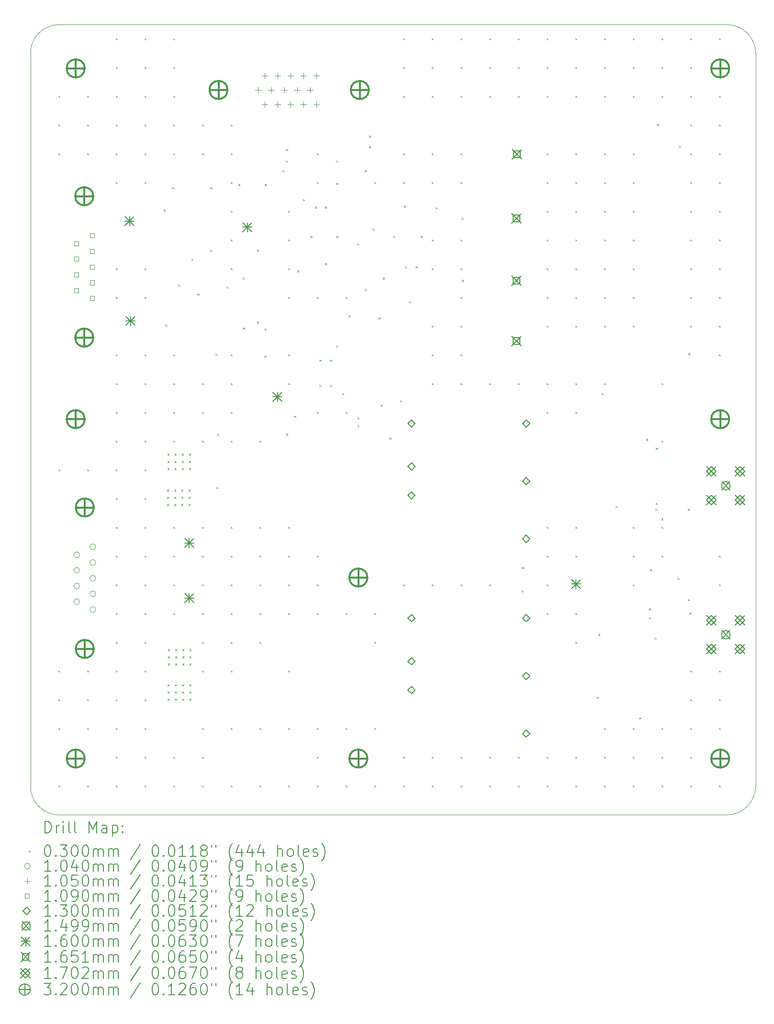
<source format=gbr>
%TF.GenerationSoftware,KiCad,Pcbnew,8.0.6*%
%TF.CreationDate,2025-05-15T16:07:08-04:00*%
%TF.ProjectId,2 - COLD_TPC_P25M5,32202d20-434f-44c4-945f-5450435f5032,rev?*%
%TF.SameCoordinates,Original*%
%TF.FileFunction,Drillmap*%
%TF.FilePolarity,Positive*%
%FSLAX45Y45*%
G04 Gerber Fmt 4.5, Leading zero omitted, Abs format (unit mm)*
G04 Created by KiCad (PCBNEW 8.0.6) date 2025-05-15 16:07:08*
%MOMM*%
%LPD*%
G01*
G04 APERTURE LIST*
%ADD10C,0.050000*%
%ADD11C,0.200000*%
%ADD12C,0.100000*%
%ADD13C,0.104000*%
%ADD14C,0.105000*%
%ADD15C,0.109000*%
%ADD16C,0.130000*%
%ADD17C,0.149860*%
%ADD18C,0.160000*%
%ADD19C,0.165100*%
%ADD20C,0.170180*%
%ADD21C,0.320000*%
G04 APERTURE END LIST*
D10*
X13208000Y-18796000D02*
G75*
G02*
X12700000Y-18288000I0J508000D01*
G01*
X12700000Y-16764000D02*
X12700000Y-5334000D01*
X12700000Y-5334000D02*
G75*
G02*
X13208000Y-4826000I508000J0D01*
G01*
X25019000Y-18796000D02*
X13208000Y-18796000D01*
X12700000Y-18288000D02*
X12700000Y-16764000D01*
X25019000Y-4826000D02*
G75*
G02*
X25527000Y-5334000I0J-508000D01*
G01*
X25527000Y-5334000D02*
X25527000Y-18288000D01*
X13208000Y-4826000D02*
X25019000Y-4826000D01*
X25527000Y-18288000D02*
G75*
G02*
X25019000Y-18796000I-508000J0D01*
G01*
D11*
D12*
X13193000Y-6081000D02*
X13223000Y-6111000D01*
X13223000Y-6081000D02*
X13193000Y-6111000D01*
X13193000Y-6589000D02*
X13223000Y-6619000D01*
X13223000Y-6589000D02*
X13193000Y-6619000D01*
X13193000Y-7097000D02*
X13223000Y-7127000D01*
X13223000Y-7097000D02*
X13193000Y-7127000D01*
X13193000Y-12685000D02*
X13223000Y-12715000D01*
X13223000Y-12685000D02*
X13193000Y-12715000D01*
X13193000Y-16241000D02*
X13223000Y-16271000D01*
X13223000Y-16241000D02*
X13193000Y-16271000D01*
X13193000Y-16749000D02*
X13223000Y-16779000D01*
X13223000Y-16749000D02*
X13193000Y-16779000D01*
X13193000Y-17257000D02*
X13223000Y-17287000D01*
X13223000Y-17257000D02*
X13193000Y-17287000D01*
X13193000Y-18273000D02*
X13223000Y-18303000D01*
X13223000Y-18273000D02*
X13193000Y-18303000D01*
X13701000Y-6081000D02*
X13731000Y-6111000D01*
X13731000Y-6081000D02*
X13701000Y-6111000D01*
X13701000Y-6589000D02*
X13731000Y-6619000D01*
X13731000Y-6589000D02*
X13701000Y-6619000D01*
X13701000Y-7097000D02*
X13731000Y-7127000D01*
X13731000Y-7097000D02*
X13701000Y-7127000D01*
X13701000Y-12685000D02*
X13731000Y-12715000D01*
X13731000Y-12685000D02*
X13701000Y-12715000D01*
X13701000Y-16241000D02*
X13731000Y-16271000D01*
X13731000Y-16241000D02*
X13701000Y-16271000D01*
X13701000Y-16749000D02*
X13731000Y-16779000D01*
X13731000Y-16749000D02*
X13701000Y-16779000D01*
X13701000Y-17257000D02*
X13731000Y-17287000D01*
X13731000Y-17257000D02*
X13701000Y-17287000D01*
X13701000Y-18273000D02*
X13731000Y-18303000D01*
X13731000Y-18273000D02*
X13701000Y-18303000D01*
X14209000Y-5065000D02*
X14239000Y-5095000D01*
X14239000Y-5065000D02*
X14209000Y-5095000D01*
X14209000Y-5573000D02*
X14239000Y-5603000D01*
X14239000Y-5573000D02*
X14209000Y-5603000D01*
X14209000Y-6081000D02*
X14239000Y-6111000D01*
X14239000Y-6081000D02*
X14209000Y-6111000D01*
X14209000Y-6589000D02*
X14239000Y-6619000D01*
X14239000Y-6589000D02*
X14209000Y-6619000D01*
X14209000Y-7097000D02*
X14239000Y-7127000D01*
X14239000Y-7097000D02*
X14209000Y-7127000D01*
X14209000Y-7605000D02*
X14239000Y-7635000D01*
X14239000Y-7605000D02*
X14209000Y-7635000D01*
X14209000Y-9129000D02*
X14239000Y-9159000D01*
X14239000Y-9129000D02*
X14209000Y-9159000D01*
X14209000Y-9637000D02*
X14239000Y-9667000D01*
X14239000Y-9637000D02*
X14209000Y-9667000D01*
X14209000Y-10653000D02*
X14239000Y-10683000D01*
X14239000Y-10653000D02*
X14209000Y-10683000D01*
X14209000Y-11161000D02*
X14239000Y-11191000D01*
X14239000Y-11161000D02*
X14209000Y-11191000D01*
X14209000Y-11669000D02*
X14239000Y-11699000D01*
X14239000Y-11669000D02*
X14209000Y-11699000D01*
X14209000Y-12177000D02*
X14239000Y-12207000D01*
X14239000Y-12177000D02*
X14209000Y-12207000D01*
X14209000Y-12685000D02*
X14239000Y-12715000D01*
X14239000Y-12685000D02*
X14209000Y-12715000D01*
X14209000Y-13193000D02*
X14239000Y-13223000D01*
X14239000Y-13193000D02*
X14209000Y-13223000D01*
X14209000Y-13701000D02*
X14239000Y-13731000D01*
X14239000Y-13701000D02*
X14209000Y-13731000D01*
X14209000Y-14209000D02*
X14239000Y-14239000D01*
X14239000Y-14209000D02*
X14209000Y-14239000D01*
X14209000Y-14717000D02*
X14239000Y-14747000D01*
X14239000Y-14717000D02*
X14209000Y-14747000D01*
X14209000Y-15225000D02*
X14239000Y-15255000D01*
X14239000Y-15225000D02*
X14209000Y-15255000D01*
X14209000Y-15733000D02*
X14239000Y-15763000D01*
X14239000Y-15733000D02*
X14209000Y-15763000D01*
X14209000Y-16241000D02*
X14239000Y-16271000D01*
X14239000Y-16241000D02*
X14209000Y-16271000D01*
X14209000Y-16749000D02*
X14239000Y-16779000D01*
X14239000Y-16749000D02*
X14209000Y-16779000D01*
X14209000Y-17257000D02*
X14239000Y-17287000D01*
X14239000Y-17257000D02*
X14209000Y-17287000D01*
X14209000Y-17765000D02*
X14239000Y-17795000D01*
X14239000Y-17765000D02*
X14209000Y-17795000D01*
X14209000Y-18273000D02*
X14239000Y-18303000D01*
X14239000Y-18273000D02*
X14209000Y-18303000D01*
X14717000Y-5065000D02*
X14747000Y-5095000D01*
X14747000Y-5065000D02*
X14717000Y-5095000D01*
X14717000Y-5573000D02*
X14747000Y-5603000D01*
X14747000Y-5573000D02*
X14717000Y-5603000D01*
X14717000Y-6081000D02*
X14747000Y-6111000D01*
X14747000Y-6081000D02*
X14717000Y-6111000D01*
X14717000Y-6589000D02*
X14747000Y-6619000D01*
X14747000Y-6589000D02*
X14717000Y-6619000D01*
X14717000Y-7097000D02*
X14747000Y-7127000D01*
X14747000Y-7097000D02*
X14717000Y-7127000D01*
X14717000Y-7605000D02*
X14747000Y-7635000D01*
X14747000Y-7605000D02*
X14717000Y-7635000D01*
X14717000Y-9129000D02*
X14747000Y-9159000D01*
X14747000Y-9129000D02*
X14717000Y-9159000D01*
X14717000Y-9637000D02*
X14747000Y-9667000D01*
X14747000Y-9637000D02*
X14717000Y-9667000D01*
X14717000Y-10653000D02*
X14747000Y-10683000D01*
X14747000Y-10653000D02*
X14717000Y-10683000D01*
X14717000Y-11161000D02*
X14747000Y-11191000D01*
X14747000Y-11161000D02*
X14717000Y-11191000D01*
X14717000Y-11669000D02*
X14747000Y-11699000D01*
X14747000Y-11669000D02*
X14717000Y-11699000D01*
X14717000Y-12177000D02*
X14747000Y-12207000D01*
X14747000Y-12177000D02*
X14717000Y-12207000D01*
X14717000Y-12685000D02*
X14747000Y-12715000D01*
X14747000Y-12685000D02*
X14717000Y-12715000D01*
X14717000Y-13193000D02*
X14747000Y-13223000D01*
X14747000Y-13193000D02*
X14717000Y-13223000D01*
X14717000Y-13701000D02*
X14747000Y-13731000D01*
X14747000Y-13701000D02*
X14717000Y-13731000D01*
X14717000Y-14209000D02*
X14747000Y-14239000D01*
X14747000Y-14209000D02*
X14717000Y-14239000D01*
X14717000Y-14717000D02*
X14747000Y-14747000D01*
X14747000Y-14717000D02*
X14717000Y-14747000D01*
X14717000Y-15225000D02*
X14747000Y-15255000D01*
X14747000Y-15225000D02*
X14717000Y-15255000D01*
X14717000Y-15733000D02*
X14747000Y-15763000D01*
X14747000Y-15733000D02*
X14717000Y-15763000D01*
X14717000Y-16241000D02*
X14747000Y-16271000D01*
X14747000Y-16241000D02*
X14717000Y-16271000D01*
X14717000Y-16749000D02*
X14747000Y-16779000D01*
X14747000Y-16749000D02*
X14717000Y-16779000D01*
X14717000Y-17257000D02*
X14747000Y-17287000D01*
X14747000Y-17257000D02*
X14717000Y-17287000D01*
X14717000Y-17765000D02*
X14747000Y-17795000D01*
X14747000Y-17765000D02*
X14717000Y-17795000D01*
X14717000Y-18273000D02*
X14747000Y-18303000D01*
X14747000Y-18273000D02*
X14717000Y-18303000D01*
X15053000Y-8091500D02*
X15083000Y-8121500D01*
X15083000Y-8091500D02*
X15053000Y-8121500D01*
X15083000Y-10123500D02*
X15113000Y-10153500D01*
X15113000Y-10123500D02*
X15083000Y-10153500D01*
X15115500Y-13046000D02*
X15145500Y-13076000D01*
X15145500Y-13046000D02*
X15115500Y-13076000D01*
X15115500Y-13173000D02*
X15145500Y-13203000D01*
X15145500Y-13173000D02*
X15115500Y-13203000D01*
X15115500Y-13300000D02*
X15145500Y-13330000D01*
X15145500Y-13300000D02*
X15115500Y-13330000D01*
X15121500Y-12408500D02*
X15151500Y-12438500D01*
X15151500Y-12408500D02*
X15121500Y-12438500D01*
X15121500Y-12535500D02*
X15151500Y-12565500D01*
X15151500Y-12535500D02*
X15121500Y-12565500D01*
X15121500Y-12662500D02*
X15151500Y-12692500D01*
X15151500Y-12662500D02*
X15121500Y-12692500D01*
X15124750Y-16488000D02*
X15154750Y-16518000D01*
X15154750Y-16488000D02*
X15124750Y-16518000D01*
X15124750Y-16615000D02*
X15154750Y-16645000D01*
X15154750Y-16615000D02*
X15124750Y-16645000D01*
X15124750Y-16742000D02*
X15154750Y-16772000D01*
X15154750Y-16742000D02*
X15124750Y-16772000D01*
X15132750Y-15867000D02*
X15162750Y-15897000D01*
X15162750Y-15867000D02*
X15132750Y-15897000D01*
X15132750Y-15994000D02*
X15162750Y-16024000D01*
X15162750Y-15994000D02*
X15132750Y-16024000D01*
X15132750Y-16121000D02*
X15162750Y-16151000D01*
X15162750Y-16121000D02*
X15132750Y-16151000D01*
X15209000Y-7697000D02*
X15239000Y-7727000D01*
X15239000Y-7697000D02*
X15209000Y-7727000D01*
X15225000Y-5065000D02*
X15255000Y-5095000D01*
X15255000Y-5065000D02*
X15225000Y-5095000D01*
X15225000Y-5573000D02*
X15255000Y-5603000D01*
X15255000Y-5573000D02*
X15225000Y-5603000D01*
X15225000Y-6081000D02*
X15255000Y-6111000D01*
X15255000Y-6081000D02*
X15225000Y-6111000D01*
X15225000Y-6589000D02*
X15255000Y-6619000D01*
X15255000Y-6589000D02*
X15225000Y-6619000D01*
X15225000Y-7097000D02*
X15255000Y-7127000D01*
X15255000Y-7097000D02*
X15225000Y-7127000D01*
X15225000Y-10653000D02*
X15255000Y-10683000D01*
X15255000Y-10653000D02*
X15225000Y-10683000D01*
X15225000Y-11161000D02*
X15255000Y-11191000D01*
X15255000Y-11161000D02*
X15225000Y-11191000D01*
X15225000Y-11669000D02*
X15255000Y-11699000D01*
X15255000Y-11669000D02*
X15225000Y-11699000D01*
X15225000Y-12177000D02*
X15255000Y-12207000D01*
X15255000Y-12177000D02*
X15225000Y-12207000D01*
X15225000Y-13701000D02*
X15255000Y-13731000D01*
X15255000Y-13701000D02*
X15225000Y-13731000D01*
X15225000Y-14209000D02*
X15255000Y-14239000D01*
X15255000Y-14209000D02*
X15225000Y-14239000D01*
X15225000Y-14717000D02*
X15255000Y-14747000D01*
X15255000Y-14717000D02*
X15225000Y-14747000D01*
X15225000Y-15225000D02*
X15255000Y-15255000D01*
X15255000Y-15225000D02*
X15225000Y-15255000D01*
X15225000Y-17765000D02*
X15255000Y-17795000D01*
X15255000Y-17765000D02*
X15225000Y-17795000D01*
X15225000Y-18273000D02*
X15255000Y-18303000D01*
X15255000Y-18273000D02*
X15225000Y-18303000D01*
X15242500Y-13046000D02*
X15272500Y-13076000D01*
X15272500Y-13046000D02*
X15242500Y-13076000D01*
X15242500Y-13173000D02*
X15272500Y-13203000D01*
X15272500Y-13173000D02*
X15242500Y-13203000D01*
X15242500Y-13300000D02*
X15272500Y-13330000D01*
X15272500Y-13300000D02*
X15242500Y-13330000D01*
X15248500Y-12408500D02*
X15278500Y-12438500D01*
X15278500Y-12408500D02*
X15248500Y-12438500D01*
X15248500Y-12535500D02*
X15278500Y-12565500D01*
X15278500Y-12535500D02*
X15248500Y-12565500D01*
X15248500Y-12662500D02*
X15278500Y-12692500D01*
X15278500Y-12662500D02*
X15248500Y-12692500D01*
X15251750Y-16488000D02*
X15281750Y-16518000D01*
X15281750Y-16488000D02*
X15251750Y-16518000D01*
X15251750Y-16615000D02*
X15281750Y-16645000D01*
X15281750Y-16615000D02*
X15251750Y-16645000D01*
X15251750Y-16742000D02*
X15281750Y-16772000D01*
X15281750Y-16742000D02*
X15251750Y-16772000D01*
X15259750Y-15867000D02*
X15289750Y-15897000D01*
X15289750Y-15867000D02*
X15259750Y-15897000D01*
X15259750Y-15994000D02*
X15289750Y-16024000D01*
X15289750Y-15994000D02*
X15259750Y-16024000D01*
X15259750Y-16121000D02*
X15289750Y-16151000D01*
X15289750Y-16121000D02*
X15259750Y-16151000D01*
X15311000Y-9419500D02*
X15341000Y-9449500D01*
X15341000Y-9419500D02*
X15311000Y-9449500D01*
X15369500Y-13046000D02*
X15399500Y-13076000D01*
X15399500Y-13046000D02*
X15369500Y-13076000D01*
X15369500Y-13173000D02*
X15399500Y-13203000D01*
X15399500Y-13173000D02*
X15369500Y-13203000D01*
X15369500Y-13300000D02*
X15399500Y-13330000D01*
X15399500Y-13300000D02*
X15369500Y-13330000D01*
X15375500Y-12408500D02*
X15405500Y-12438500D01*
X15405500Y-12408500D02*
X15375500Y-12438500D01*
X15375500Y-12535500D02*
X15405500Y-12565500D01*
X15405500Y-12535500D02*
X15375500Y-12565500D01*
X15375500Y-12662500D02*
X15405500Y-12692500D01*
X15405500Y-12662500D02*
X15375500Y-12692500D01*
X15378750Y-16488000D02*
X15408750Y-16518000D01*
X15408750Y-16488000D02*
X15378750Y-16518000D01*
X15378750Y-16615000D02*
X15408750Y-16645000D01*
X15408750Y-16615000D02*
X15378750Y-16645000D01*
X15378750Y-16742000D02*
X15408750Y-16772000D01*
X15408750Y-16742000D02*
X15378750Y-16772000D01*
X15386750Y-15867000D02*
X15416750Y-15897000D01*
X15416750Y-15867000D02*
X15386750Y-15897000D01*
X15386750Y-15994000D02*
X15416750Y-16024000D01*
X15416750Y-15994000D02*
X15386750Y-16024000D01*
X15386750Y-16121000D02*
X15416750Y-16151000D01*
X15416750Y-16121000D02*
X15386750Y-16151000D01*
X15496500Y-13046000D02*
X15526500Y-13076000D01*
X15526500Y-13046000D02*
X15496500Y-13076000D01*
X15496500Y-13173000D02*
X15526500Y-13203000D01*
X15526500Y-13173000D02*
X15496500Y-13203000D01*
X15496500Y-13300000D02*
X15526500Y-13330000D01*
X15526500Y-13300000D02*
X15496500Y-13330000D01*
X15502500Y-12408500D02*
X15532500Y-12438500D01*
X15532500Y-12408500D02*
X15502500Y-12438500D01*
X15502500Y-12535500D02*
X15532500Y-12565500D01*
X15532500Y-12535500D02*
X15502500Y-12565500D01*
X15502500Y-12662500D02*
X15532500Y-12692500D01*
X15532500Y-12662500D02*
X15502500Y-12692500D01*
X15505750Y-16488000D02*
X15535750Y-16518000D01*
X15535750Y-16488000D02*
X15505750Y-16518000D01*
X15505750Y-16615000D02*
X15535750Y-16645000D01*
X15535750Y-16615000D02*
X15505750Y-16645000D01*
X15505750Y-16742000D02*
X15535750Y-16772000D01*
X15535750Y-16742000D02*
X15505750Y-16772000D01*
X15513750Y-15867000D02*
X15543750Y-15897000D01*
X15543750Y-15867000D02*
X15513750Y-15897000D01*
X15513750Y-15994000D02*
X15543750Y-16024000D01*
X15543750Y-15994000D02*
X15513750Y-16024000D01*
X15513750Y-16121000D02*
X15543750Y-16151000D01*
X15543750Y-16121000D02*
X15513750Y-16151000D01*
X15545000Y-8961500D02*
X15575000Y-8991500D01*
X15575000Y-8961500D02*
X15545000Y-8991500D01*
X15651000Y-9577500D02*
X15681000Y-9607500D01*
X15681000Y-9577500D02*
X15651000Y-9607500D01*
X15733000Y-6589000D02*
X15763000Y-6619000D01*
X15763000Y-6589000D02*
X15733000Y-6619000D01*
X15733000Y-7097000D02*
X15763000Y-7127000D01*
X15763000Y-7097000D02*
X15733000Y-7127000D01*
X15733000Y-11161000D02*
X15763000Y-11191000D01*
X15763000Y-11161000D02*
X15733000Y-11191000D01*
X15733000Y-11669000D02*
X15763000Y-11699000D01*
X15763000Y-11669000D02*
X15733000Y-11699000D01*
X15733000Y-12177000D02*
X15763000Y-12207000D01*
X15763000Y-12177000D02*
X15733000Y-12207000D01*
X15733000Y-13701000D02*
X15763000Y-13731000D01*
X15763000Y-13701000D02*
X15733000Y-13731000D01*
X15733000Y-14209000D02*
X15763000Y-14239000D01*
X15763000Y-14209000D02*
X15733000Y-14239000D01*
X15733000Y-14717000D02*
X15763000Y-14747000D01*
X15763000Y-14717000D02*
X15733000Y-14747000D01*
X15733000Y-15225000D02*
X15763000Y-15255000D01*
X15763000Y-15225000D02*
X15733000Y-15255000D01*
X15733000Y-15733000D02*
X15763000Y-15763000D01*
X15763000Y-15733000D02*
X15733000Y-15763000D01*
X15733000Y-16241000D02*
X15763000Y-16271000D01*
X15763000Y-16241000D02*
X15733000Y-16271000D01*
X15733000Y-17257000D02*
X15763000Y-17287000D01*
X15763000Y-17257000D02*
X15733000Y-17287000D01*
X15733000Y-17765000D02*
X15763000Y-17795000D01*
X15763000Y-17765000D02*
X15733000Y-17795000D01*
X15733000Y-18273000D02*
X15763000Y-18303000D01*
X15763000Y-18273000D02*
X15733000Y-18303000D01*
X15882000Y-7699500D02*
X15912000Y-7729500D01*
X15912000Y-7699500D02*
X15882000Y-7729500D01*
X15882140Y-8805500D02*
X15912140Y-8835500D01*
X15912140Y-8805500D02*
X15882140Y-8835500D01*
X15975000Y-10643000D02*
X16005000Y-10673000D01*
X16005000Y-10643000D02*
X15975000Y-10673000D01*
X15987000Y-12999000D02*
X16017000Y-13029000D01*
X16017000Y-12999000D02*
X15987000Y-13029000D01*
X16001000Y-12055000D02*
X16031000Y-12085000D01*
X16031000Y-12055000D02*
X16001000Y-12085000D01*
X16167000Y-9454500D02*
X16197000Y-9484500D01*
X16197000Y-9454500D02*
X16167000Y-9484500D01*
X16241000Y-6589000D02*
X16271000Y-6619000D01*
X16271000Y-6589000D02*
X16241000Y-6619000D01*
X16241000Y-7097000D02*
X16271000Y-7127000D01*
X16271000Y-7097000D02*
X16241000Y-7127000D01*
X16241000Y-7605000D02*
X16271000Y-7635000D01*
X16271000Y-7605000D02*
X16241000Y-7635000D01*
X16241000Y-8113000D02*
X16271000Y-8143000D01*
X16271000Y-8113000D02*
X16241000Y-8143000D01*
X16241000Y-8621000D02*
X16271000Y-8651000D01*
X16271000Y-8621000D02*
X16241000Y-8651000D01*
X16241000Y-9129000D02*
X16271000Y-9159000D01*
X16271000Y-9129000D02*
X16241000Y-9159000D01*
X16241000Y-10653000D02*
X16271000Y-10683000D01*
X16271000Y-10653000D02*
X16241000Y-10683000D01*
X16241000Y-11161000D02*
X16271000Y-11191000D01*
X16271000Y-11161000D02*
X16241000Y-11191000D01*
X16241000Y-11669000D02*
X16271000Y-11699000D01*
X16271000Y-11669000D02*
X16241000Y-11699000D01*
X16241000Y-12177000D02*
X16271000Y-12207000D01*
X16271000Y-12177000D02*
X16241000Y-12207000D01*
X16241000Y-13701000D02*
X16271000Y-13731000D01*
X16271000Y-13701000D02*
X16241000Y-13731000D01*
X16241000Y-14209000D02*
X16271000Y-14239000D01*
X16271000Y-14209000D02*
X16241000Y-14239000D01*
X16241000Y-14717000D02*
X16271000Y-14747000D01*
X16271000Y-14717000D02*
X16241000Y-14747000D01*
X16241000Y-15225000D02*
X16271000Y-15255000D01*
X16271000Y-15225000D02*
X16241000Y-15255000D01*
X16241000Y-15733000D02*
X16271000Y-15763000D01*
X16271000Y-15733000D02*
X16241000Y-15763000D01*
X16241000Y-16241000D02*
X16271000Y-16271000D01*
X16271000Y-16241000D02*
X16241000Y-16271000D01*
X16241000Y-17257000D02*
X16271000Y-17287000D01*
X16271000Y-17257000D02*
X16241000Y-17287000D01*
X16241000Y-18273000D02*
X16271000Y-18303000D01*
X16271000Y-18273000D02*
X16241000Y-18303000D01*
X16376000Y-7643000D02*
X16406000Y-7673000D01*
X16406000Y-7643000D02*
X16376000Y-7673000D01*
X16454000Y-9295000D02*
X16484000Y-9325000D01*
X16484000Y-9295000D02*
X16454000Y-9325000D01*
X16454000Y-10179000D02*
X16484000Y-10209000D01*
X16484000Y-10179000D02*
X16454000Y-10209000D01*
X16707000Y-8805000D02*
X16737000Y-8835000D01*
X16737000Y-8805000D02*
X16707000Y-8835000D01*
X16707000Y-10072000D02*
X16737000Y-10102000D01*
X16737000Y-10072000D02*
X16707000Y-10102000D01*
X16749000Y-12177000D02*
X16779000Y-12207000D01*
X16779000Y-12177000D02*
X16749000Y-12207000D01*
X16749000Y-13701000D02*
X16779000Y-13731000D01*
X16779000Y-13701000D02*
X16749000Y-13731000D01*
X16749000Y-14209000D02*
X16779000Y-14239000D01*
X16779000Y-14209000D02*
X16749000Y-14239000D01*
X16749000Y-14717000D02*
X16779000Y-14747000D01*
X16779000Y-14717000D02*
X16749000Y-14747000D01*
X16749000Y-15225000D02*
X16779000Y-15255000D01*
X16779000Y-15225000D02*
X16749000Y-15255000D01*
X16749000Y-15733000D02*
X16779000Y-15763000D01*
X16779000Y-15733000D02*
X16749000Y-15763000D01*
X16749000Y-17257000D02*
X16779000Y-17287000D01*
X16779000Y-17257000D02*
X16749000Y-17287000D01*
X16749000Y-18273000D02*
X16779000Y-18303000D01*
X16779000Y-18273000D02*
X16749000Y-18303000D01*
X16839000Y-10680000D02*
X16869000Y-10710000D01*
X16869000Y-10680000D02*
X16839000Y-10710000D01*
X16842000Y-7642000D02*
X16872000Y-7672000D01*
X16872000Y-7642000D02*
X16842000Y-7672000D01*
X16842000Y-10197000D02*
X16872000Y-10227000D01*
X16872000Y-10197000D02*
X16842000Y-10227000D01*
X17160000Y-7396000D02*
X17190000Y-7426000D01*
X17190000Y-7396000D02*
X17160000Y-7426000D01*
X17216000Y-7022000D02*
X17246000Y-7052000D01*
X17246000Y-7022000D02*
X17216000Y-7052000D01*
X17216000Y-7230000D02*
X17246000Y-7260000D01*
X17246000Y-7230000D02*
X17216000Y-7260000D01*
X17224000Y-12055000D02*
X17254000Y-12085000D01*
X17254000Y-12055000D02*
X17224000Y-12085000D01*
X17257000Y-8113000D02*
X17287000Y-8143000D01*
X17287000Y-8113000D02*
X17257000Y-8143000D01*
X17257000Y-8621000D02*
X17287000Y-8651000D01*
X17287000Y-8621000D02*
X17257000Y-8651000D01*
X17257000Y-9129000D02*
X17287000Y-9159000D01*
X17287000Y-9129000D02*
X17257000Y-9159000D01*
X17257000Y-9637000D02*
X17287000Y-9667000D01*
X17287000Y-9637000D02*
X17257000Y-9667000D01*
X17257000Y-10653000D02*
X17287000Y-10683000D01*
X17287000Y-10653000D02*
X17257000Y-10683000D01*
X17257000Y-11161000D02*
X17287000Y-11191000D01*
X17287000Y-11161000D02*
X17257000Y-11191000D01*
X17257000Y-13701000D02*
X17287000Y-13731000D01*
X17287000Y-13701000D02*
X17257000Y-13731000D01*
X17257000Y-14209000D02*
X17287000Y-14239000D01*
X17287000Y-14209000D02*
X17257000Y-14239000D01*
X17257000Y-14717000D02*
X17287000Y-14747000D01*
X17287000Y-14717000D02*
X17257000Y-14747000D01*
X17257000Y-15225000D02*
X17287000Y-15255000D01*
X17287000Y-15225000D02*
X17257000Y-15255000D01*
X17257000Y-16241000D02*
X17287000Y-16271000D01*
X17287000Y-16241000D02*
X17257000Y-16271000D01*
X17257000Y-17257000D02*
X17287000Y-17287000D01*
X17287000Y-17257000D02*
X17257000Y-17287000D01*
X17257000Y-18273000D02*
X17287000Y-18303000D01*
X17287000Y-18273000D02*
X17257000Y-18303000D01*
X17362000Y-11736000D02*
X17392000Y-11766000D01*
X17392000Y-11736000D02*
X17362000Y-11766000D01*
X17416000Y-9167000D02*
X17446000Y-9197000D01*
X17446000Y-9167000D02*
X17416000Y-9197000D01*
X17520000Y-7909000D02*
X17550000Y-7939000D01*
X17550000Y-7909000D02*
X17520000Y-7939000D01*
X17648000Y-8561000D02*
X17678000Y-8591000D01*
X17678000Y-8561000D02*
X17648000Y-8591000D01*
X17728415Y-8043000D02*
X17758415Y-8073000D01*
X17758415Y-8043000D02*
X17728415Y-8073000D01*
X17765000Y-7097000D02*
X17795000Y-7127000D01*
X17795000Y-7097000D02*
X17765000Y-7127000D01*
X17765000Y-7605000D02*
X17795000Y-7635000D01*
X17795000Y-7605000D02*
X17765000Y-7635000D01*
X17765000Y-9637000D02*
X17795000Y-9667000D01*
X17795000Y-9637000D02*
X17765000Y-9667000D01*
X17765000Y-11669000D02*
X17795000Y-11699000D01*
X17795000Y-11669000D02*
X17765000Y-11699000D01*
X17765000Y-14209000D02*
X17795000Y-14239000D01*
X17795000Y-14209000D02*
X17765000Y-14239000D01*
X17765000Y-14717000D02*
X17795000Y-14747000D01*
X17795000Y-14717000D02*
X17765000Y-14747000D01*
X17765000Y-15225000D02*
X17795000Y-15255000D01*
X17795000Y-15225000D02*
X17765000Y-15255000D01*
X17765000Y-17257000D02*
X17795000Y-17287000D01*
X17795000Y-17257000D02*
X17765000Y-17287000D01*
X17765000Y-17765000D02*
X17795000Y-17795000D01*
X17795000Y-17765000D02*
X17765000Y-17795000D01*
X17765000Y-18273000D02*
X17795000Y-18303000D01*
X17795000Y-18273000D02*
X17765000Y-18303000D01*
X17810000Y-10748000D02*
X17840000Y-10778000D01*
X17840000Y-10748000D02*
X17810000Y-10778000D01*
X17810000Y-11190000D02*
X17840000Y-11220000D01*
X17840000Y-11190000D02*
X17810000Y-11220000D01*
X17908000Y-9043000D02*
X17938000Y-9073000D01*
X17938000Y-9043000D02*
X17908000Y-9073000D01*
X17908415Y-8043000D02*
X17938415Y-8073000D01*
X17938415Y-8043000D02*
X17908415Y-8073000D01*
X17999000Y-10748000D02*
X18029000Y-10778000D01*
X18029000Y-10748000D02*
X17999000Y-10778000D01*
X17999000Y-11190000D02*
X18029000Y-11220000D01*
X18029000Y-11190000D02*
X17999000Y-11220000D01*
X18108415Y-8561000D02*
X18138415Y-8591000D01*
X18138415Y-8561000D02*
X18108415Y-8591000D01*
X18109000Y-7231000D02*
X18139000Y-7261000D01*
X18139000Y-7231000D02*
X18109000Y-7261000D01*
X18109000Y-7624000D02*
X18139000Y-7654000D01*
X18139000Y-7624000D02*
X18109000Y-7654000D01*
X18109000Y-10497000D02*
X18139000Y-10527000D01*
X18139000Y-10497000D02*
X18109000Y-10527000D01*
X18212000Y-11338000D02*
X18242000Y-11368000D01*
X18242000Y-11338000D02*
X18212000Y-11368000D01*
X18273000Y-9637000D02*
X18303000Y-9667000D01*
X18303000Y-9637000D02*
X18273000Y-9667000D01*
X18273000Y-11669000D02*
X18303000Y-11699000D01*
X18303000Y-11669000D02*
X18273000Y-11699000D01*
X18273000Y-15225000D02*
X18303000Y-15255000D01*
X18303000Y-15225000D02*
X18273000Y-15255000D01*
X18273000Y-17257000D02*
X18303000Y-17287000D01*
X18303000Y-17257000D02*
X18273000Y-17287000D01*
X18273000Y-18273000D02*
X18303000Y-18303000D01*
X18303000Y-18273000D02*
X18273000Y-18303000D01*
X18323000Y-9964000D02*
X18353000Y-9994000D01*
X18353000Y-9964000D02*
X18323000Y-9994000D01*
X18474415Y-8688000D02*
X18504415Y-8718000D01*
X18504415Y-8688000D02*
X18474415Y-8718000D01*
X18483000Y-11770000D02*
X18513000Y-11800000D01*
X18513000Y-11770000D02*
X18483000Y-11800000D01*
X18484000Y-11905000D02*
X18514000Y-11935000D01*
X18514000Y-11905000D02*
X18484000Y-11935000D01*
X18611000Y-7396000D02*
X18641000Y-7426000D01*
X18641000Y-7396000D02*
X18611000Y-7426000D01*
X18613000Y-9496000D02*
X18643000Y-9526000D01*
X18643000Y-9496000D02*
X18613000Y-9526000D01*
X18685000Y-6790000D02*
X18715000Y-6820000D01*
X18715000Y-6790000D02*
X18685000Y-6820000D01*
X18686748Y-6973455D02*
X18716748Y-7003455D01*
X18716748Y-6973455D02*
X18686748Y-7003455D01*
X18750415Y-8433000D02*
X18780415Y-8463000D01*
X18780415Y-8433000D02*
X18750415Y-8463000D01*
X18781000Y-7605000D02*
X18811000Y-7635000D01*
X18811000Y-7605000D02*
X18781000Y-7635000D01*
X18781000Y-15225000D02*
X18811000Y-15255000D01*
X18811000Y-15225000D02*
X18781000Y-15255000D01*
X18781000Y-15733000D02*
X18811000Y-15763000D01*
X18811000Y-15733000D02*
X18781000Y-15763000D01*
X18781000Y-17257000D02*
X18811000Y-17287000D01*
X18811000Y-17257000D02*
X18781000Y-17287000D01*
X18781000Y-18273000D02*
X18811000Y-18303000D01*
X18811000Y-18273000D02*
X18781000Y-18303000D01*
X18852000Y-10002000D02*
X18882000Y-10032000D01*
X18882000Y-10002000D02*
X18852000Y-10032000D01*
X18893000Y-11541000D02*
X18923000Y-11571000D01*
X18923000Y-11541000D02*
X18893000Y-11571000D01*
X18933000Y-9295000D02*
X18963000Y-9325000D01*
X18963000Y-9295000D02*
X18933000Y-9325000D01*
X19045000Y-12128000D02*
X19075000Y-12158000D01*
X19075000Y-12128000D02*
X19045000Y-12158000D01*
X19115415Y-8560000D02*
X19145415Y-8590000D01*
X19145415Y-8560000D02*
X19115415Y-8590000D01*
X19239000Y-11467000D02*
X19269000Y-11497000D01*
X19269000Y-11467000D02*
X19239000Y-11497000D01*
X19289000Y-5065000D02*
X19319000Y-5095000D01*
X19319000Y-5065000D02*
X19289000Y-5095000D01*
X19289000Y-5573000D02*
X19319000Y-5603000D01*
X19319000Y-5573000D02*
X19289000Y-5603000D01*
X19289000Y-6081000D02*
X19319000Y-6111000D01*
X19319000Y-6081000D02*
X19289000Y-6111000D01*
X19289000Y-7097000D02*
X19319000Y-7127000D01*
X19319000Y-7097000D02*
X19289000Y-7127000D01*
X19289000Y-7605000D02*
X19319000Y-7635000D01*
X19319000Y-7605000D02*
X19289000Y-7635000D01*
X19289000Y-14717000D02*
X19319000Y-14747000D01*
X19319000Y-14717000D02*
X19289000Y-14747000D01*
X19289000Y-17765000D02*
X19319000Y-17795000D01*
X19319000Y-17765000D02*
X19289000Y-17795000D01*
X19289000Y-18273000D02*
X19319000Y-18303000D01*
X19319000Y-18273000D02*
X19289000Y-18303000D01*
X19303415Y-8027000D02*
X19333415Y-8057000D01*
X19333415Y-8027000D02*
X19303415Y-8057000D01*
X19324415Y-9098000D02*
X19354415Y-9128000D01*
X19354415Y-9098000D02*
X19324415Y-9128000D01*
X19397915Y-9712480D02*
X19427915Y-9742480D01*
X19427915Y-9712480D02*
X19397915Y-9742480D01*
X19511415Y-9097000D02*
X19541415Y-9127000D01*
X19541415Y-9097000D02*
X19511415Y-9127000D01*
X19601415Y-8560000D02*
X19631415Y-8590000D01*
X19631415Y-8560000D02*
X19601415Y-8590000D01*
X19797000Y-5065000D02*
X19827000Y-5095000D01*
X19827000Y-5065000D02*
X19797000Y-5095000D01*
X19797000Y-5573000D02*
X19827000Y-5603000D01*
X19827000Y-5573000D02*
X19797000Y-5603000D01*
X19797000Y-6081000D02*
X19827000Y-6111000D01*
X19827000Y-6081000D02*
X19797000Y-6111000D01*
X19797000Y-7097000D02*
X19827000Y-7127000D01*
X19827000Y-7097000D02*
X19797000Y-7127000D01*
X19797000Y-7605000D02*
X19827000Y-7635000D01*
X19827000Y-7605000D02*
X19797000Y-7635000D01*
X19797000Y-8621000D02*
X19827000Y-8651000D01*
X19827000Y-8621000D02*
X19797000Y-8651000D01*
X19797000Y-9129000D02*
X19827000Y-9159000D01*
X19827000Y-9129000D02*
X19797000Y-9159000D01*
X19797000Y-10145000D02*
X19827000Y-10175000D01*
X19827000Y-10145000D02*
X19797000Y-10175000D01*
X19797000Y-10653000D02*
X19827000Y-10683000D01*
X19827000Y-10653000D02*
X19797000Y-10683000D01*
X19797000Y-11161000D02*
X19827000Y-11191000D01*
X19827000Y-11161000D02*
X19797000Y-11191000D01*
X19797000Y-14717000D02*
X19827000Y-14747000D01*
X19827000Y-14717000D02*
X19797000Y-14747000D01*
X19797000Y-17765000D02*
X19827000Y-17795000D01*
X19827000Y-17765000D02*
X19797000Y-17795000D01*
X19797000Y-18273000D02*
X19827000Y-18303000D01*
X19827000Y-18273000D02*
X19797000Y-18303000D01*
X19862415Y-8054000D02*
X19892415Y-8084000D01*
X19892415Y-8054000D02*
X19862415Y-8084000D01*
X20305000Y-5065000D02*
X20335000Y-5095000D01*
X20335000Y-5065000D02*
X20305000Y-5095000D01*
X20305000Y-5573000D02*
X20335000Y-5603000D01*
X20335000Y-5573000D02*
X20305000Y-5603000D01*
X20305000Y-6081000D02*
X20335000Y-6111000D01*
X20335000Y-6081000D02*
X20305000Y-6111000D01*
X20305000Y-7097000D02*
X20335000Y-7127000D01*
X20335000Y-7097000D02*
X20305000Y-7127000D01*
X20305000Y-7605000D02*
X20335000Y-7635000D01*
X20335000Y-7605000D02*
X20305000Y-7635000D01*
X20305000Y-8621000D02*
X20335000Y-8651000D01*
X20335000Y-8621000D02*
X20305000Y-8651000D01*
X20305000Y-9129000D02*
X20335000Y-9159000D01*
X20335000Y-9129000D02*
X20305000Y-9159000D01*
X20305000Y-9637000D02*
X20335000Y-9667000D01*
X20335000Y-9637000D02*
X20305000Y-9667000D01*
X20305000Y-10145000D02*
X20335000Y-10175000D01*
X20335000Y-10145000D02*
X20305000Y-10175000D01*
X20305000Y-10653000D02*
X20335000Y-10683000D01*
X20335000Y-10653000D02*
X20305000Y-10683000D01*
X20305000Y-11161000D02*
X20335000Y-11191000D01*
X20335000Y-11161000D02*
X20305000Y-11191000D01*
X20305000Y-14717000D02*
X20335000Y-14747000D01*
X20335000Y-14717000D02*
X20305000Y-14747000D01*
X20305000Y-17765000D02*
X20335000Y-17795000D01*
X20335000Y-17765000D02*
X20305000Y-17795000D01*
X20305000Y-18273000D02*
X20335000Y-18303000D01*
X20335000Y-18273000D02*
X20305000Y-18303000D01*
X20325000Y-8236020D02*
X20355000Y-8266020D01*
X20355000Y-8236020D02*
X20325000Y-8266020D01*
X20329000Y-9336000D02*
X20359000Y-9366000D01*
X20359000Y-9336000D02*
X20329000Y-9366000D01*
X20813000Y-5065000D02*
X20843000Y-5095000D01*
X20843000Y-5065000D02*
X20813000Y-5095000D01*
X20813000Y-5573000D02*
X20843000Y-5603000D01*
X20843000Y-5573000D02*
X20813000Y-5603000D01*
X20813000Y-6081000D02*
X20843000Y-6111000D01*
X20843000Y-6081000D02*
X20813000Y-6111000D01*
X20813000Y-11161000D02*
X20843000Y-11191000D01*
X20843000Y-11161000D02*
X20813000Y-11191000D01*
X20813000Y-14717000D02*
X20843000Y-14747000D01*
X20843000Y-14717000D02*
X20813000Y-14747000D01*
X20813000Y-17765000D02*
X20843000Y-17795000D01*
X20843000Y-17765000D02*
X20813000Y-17795000D01*
X20813000Y-18273000D02*
X20843000Y-18303000D01*
X20843000Y-18273000D02*
X20813000Y-18303000D01*
X21321000Y-5065000D02*
X21351000Y-5095000D01*
X21351000Y-5065000D02*
X21321000Y-5095000D01*
X21321000Y-5573000D02*
X21351000Y-5603000D01*
X21351000Y-5573000D02*
X21321000Y-5603000D01*
X21321000Y-6081000D02*
X21351000Y-6111000D01*
X21351000Y-6081000D02*
X21321000Y-6111000D01*
X21321000Y-11161000D02*
X21351000Y-11191000D01*
X21351000Y-11161000D02*
X21321000Y-11191000D01*
X21321000Y-17765000D02*
X21351000Y-17795000D01*
X21351000Y-17765000D02*
X21321000Y-17795000D01*
X21321000Y-18273000D02*
X21351000Y-18303000D01*
X21351000Y-18273000D02*
X21321000Y-18303000D01*
X21389000Y-14828000D02*
X21419000Y-14858000D01*
X21419000Y-14828000D02*
X21389000Y-14858000D01*
X21392800Y-14412200D02*
X21422800Y-14442200D01*
X21422800Y-14412200D02*
X21392800Y-14442200D01*
X21829000Y-5065000D02*
X21859000Y-5095000D01*
X21859000Y-5065000D02*
X21829000Y-5095000D01*
X21829000Y-5573000D02*
X21859000Y-5603000D01*
X21859000Y-5573000D02*
X21829000Y-5603000D01*
X21829000Y-6081000D02*
X21859000Y-6111000D01*
X21859000Y-6081000D02*
X21829000Y-6111000D01*
X21829000Y-7097000D02*
X21859000Y-7127000D01*
X21859000Y-7097000D02*
X21829000Y-7127000D01*
X21829000Y-7605000D02*
X21859000Y-7635000D01*
X21859000Y-7605000D02*
X21829000Y-7635000D01*
X21829000Y-8113000D02*
X21859000Y-8143000D01*
X21859000Y-8113000D02*
X21829000Y-8143000D01*
X21829000Y-8621000D02*
X21859000Y-8651000D01*
X21859000Y-8621000D02*
X21829000Y-8651000D01*
X21829000Y-9129000D02*
X21859000Y-9159000D01*
X21859000Y-9129000D02*
X21829000Y-9159000D01*
X21829000Y-9637000D02*
X21859000Y-9667000D01*
X21859000Y-9637000D02*
X21829000Y-9667000D01*
X21829000Y-10145000D02*
X21859000Y-10175000D01*
X21859000Y-10145000D02*
X21829000Y-10175000D01*
X21829000Y-11161000D02*
X21859000Y-11191000D01*
X21859000Y-11161000D02*
X21829000Y-11191000D01*
X21829000Y-11669000D02*
X21859000Y-11699000D01*
X21859000Y-11669000D02*
X21829000Y-11699000D01*
X21829000Y-13701000D02*
X21859000Y-13731000D01*
X21859000Y-13701000D02*
X21829000Y-13731000D01*
X21829000Y-14209000D02*
X21859000Y-14239000D01*
X21859000Y-14209000D02*
X21829000Y-14239000D01*
X21829000Y-14717000D02*
X21859000Y-14747000D01*
X21859000Y-14717000D02*
X21829000Y-14747000D01*
X21829000Y-15225000D02*
X21859000Y-15255000D01*
X21859000Y-15225000D02*
X21829000Y-15255000D01*
X21829000Y-17765000D02*
X21859000Y-17795000D01*
X21859000Y-17765000D02*
X21829000Y-17795000D01*
X21829000Y-18273000D02*
X21859000Y-18303000D01*
X21859000Y-18273000D02*
X21829000Y-18303000D01*
X22337000Y-5065000D02*
X22367000Y-5095000D01*
X22367000Y-5065000D02*
X22337000Y-5095000D01*
X22337000Y-5573000D02*
X22367000Y-5603000D01*
X22367000Y-5573000D02*
X22337000Y-5603000D01*
X22337000Y-6081000D02*
X22367000Y-6111000D01*
X22367000Y-6081000D02*
X22337000Y-6111000D01*
X22337000Y-7097000D02*
X22367000Y-7127000D01*
X22367000Y-7097000D02*
X22337000Y-7127000D01*
X22337000Y-7605000D02*
X22367000Y-7635000D01*
X22367000Y-7605000D02*
X22337000Y-7635000D01*
X22337000Y-8113000D02*
X22367000Y-8143000D01*
X22367000Y-8113000D02*
X22337000Y-8143000D01*
X22337000Y-8621000D02*
X22367000Y-8651000D01*
X22367000Y-8621000D02*
X22337000Y-8651000D01*
X22337000Y-9129000D02*
X22367000Y-9159000D01*
X22367000Y-9129000D02*
X22337000Y-9159000D01*
X22337000Y-9637000D02*
X22367000Y-9667000D01*
X22367000Y-9637000D02*
X22337000Y-9667000D01*
X22337000Y-10145000D02*
X22367000Y-10175000D01*
X22367000Y-10145000D02*
X22337000Y-10175000D01*
X22337000Y-11161000D02*
X22367000Y-11191000D01*
X22367000Y-11161000D02*
X22337000Y-11191000D01*
X22337000Y-11669000D02*
X22367000Y-11699000D01*
X22367000Y-11669000D02*
X22337000Y-11699000D01*
X22337000Y-13701000D02*
X22367000Y-13731000D01*
X22367000Y-13701000D02*
X22337000Y-13731000D01*
X22337000Y-14209000D02*
X22367000Y-14239000D01*
X22367000Y-14209000D02*
X22337000Y-14239000D01*
X22337000Y-15225000D02*
X22367000Y-15255000D01*
X22367000Y-15225000D02*
X22337000Y-15255000D01*
X22337000Y-15733000D02*
X22367000Y-15763000D01*
X22367000Y-15733000D02*
X22337000Y-15763000D01*
X22337000Y-17765000D02*
X22367000Y-17795000D01*
X22367000Y-17765000D02*
X22337000Y-17795000D01*
X22337000Y-18273000D02*
X22367000Y-18303000D01*
X22367000Y-18273000D02*
X22337000Y-18303000D01*
X22715000Y-16708140D02*
X22745000Y-16738140D01*
X22745000Y-16708140D02*
X22715000Y-16738140D01*
X22742000Y-15596140D02*
X22772000Y-15626140D01*
X22772000Y-15596140D02*
X22742000Y-15626140D01*
X22803000Y-11338000D02*
X22833000Y-11368000D01*
X22833000Y-11338000D02*
X22803000Y-11368000D01*
X22845000Y-5065000D02*
X22875000Y-5095000D01*
X22875000Y-5065000D02*
X22845000Y-5095000D01*
X22845000Y-5573000D02*
X22875000Y-5603000D01*
X22875000Y-5573000D02*
X22845000Y-5603000D01*
X22845000Y-6081000D02*
X22875000Y-6111000D01*
X22875000Y-6081000D02*
X22845000Y-6111000D01*
X22845000Y-7097000D02*
X22875000Y-7127000D01*
X22875000Y-7097000D02*
X22845000Y-7127000D01*
X22845000Y-7605000D02*
X22875000Y-7635000D01*
X22875000Y-7605000D02*
X22845000Y-7635000D01*
X22845000Y-8113000D02*
X22875000Y-8143000D01*
X22875000Y-8113000D02*
X22845000Y-8143000D01*
X22845000Y-8621000D02*
X22875000Y-8651000D01*
X22875000Y-8621000D02*
X22845000Y-8651000D01*
X22845000Y-9129000D02*
X22875000Y-9159000D01*
X22875000Y-9129000D02*
X22845000Y-9159000D01*
X22845000Y-9637000D02*
X22875000Y-9667000D01*
X22875000Y-9637000D02*
X22845000Y-9667000D01*
X22845000Y-10145000D02*
X22875000Y-10175000D01*
X22875000Y-10145000D02*
X22845000Y-10175000D01*
X22845000Y-11161000D02*
X22875000Y-11191000D01*
X22875000Y-11161000D02*
X22845000Y-11191000D01*
X22845000Y-17257000D02*
X22875000Y-17287000D01*
X22875000Y-17257000D02*
X22845000Y-17287000D01*
X22845000Y-17765000D02*
X22875000Y-17795000D01*
X22875000Y-17765000D02*
X22845000Y-17795000D01*
X22845000Y-18273000D02*
X22875000Y-18303000D01*
X22875000Y-18273000D02*
X22845000Y-18303000D01*
X23053000Y-13333000D02*
X23083000Y-13363000D01*
X23083000Y-13333000D02*
X23053000Y-13363000D01*
X23353000Y-5065000D02*
X23383000Y-5095000D01*
X23383000Y-5065000D02*
X23353000Y-5095000D01*
X23353000Y-5573000D02*
X23383000Y-5603000D01*
X23383000Y-5573000D02*
X23353000Y-5603000D01*
X23353000Y-6081000D02*
X23383000Y-6111000D01*
X23383000Y-6081000D02*
X23353000Y-6111000D01*
X23353000Y-6081000D02*
X23383000Y-6111000D01*
X23383000Y-6081000D02*
X23353000Y-6111000D01*
X23353000Y-7097000D02*
X23383000Y-7127000D01*
X23383000Y-7097000D02*
X23353000Y-7127000D01*
X23353000Y-7605000D02*
X23383000Y-7635000D01*
X23383000Y-7605000D02*
X23353000Y-7635000D01*
X23353000Y-8113000D02*
X23383000Y-8143000D01*
X23383000Y-8113000D02*
X23353000Y-8143000D01*
X23353000Y-8621000D02*
X23383000Y-8651000D01*
X23383000Y-8621000D02*
X23353000Y-8651000D01*
X23353000Y-9129000D02*
X23383000Y-9159000D01*
X23383000Y-9129000D02*
X23353000Y-9159000D01*
X23353000Y-9637000D02*
X23383000Y-9667000D01*
X23383000Y-9637000D02*
X23353000Y-9667000D01*
X23353000Y-10145000D02*
X23383000Y-10175000D01*
X23383000Y-10145000D02*
X23353000Y-10175000D01*
X23353000Y-13701000D02*
X23383000Y-13731000D01*
X23383000Y-13701000D02*
X23353000Y-13731000D01*
X23353000Y-14209000D02*
X23383000Y-14239000D01*
X23383000Y-14209000D02*
X23353000Y-14239000D01*
X23353000Y-14717000D02*
X23383000Y-14747000D01*
X23383000Y-14717000D02*
X23353000Y-14747000D01*
X23353000Y-17257000D02*
X23383000Y-17287000D01*
X23383000Y-17257000D02*
X23353000Y-17287000D01*
X23353000Y-17765000D02*
X23383000Y-17795000D01*
X23383000Y-17765000D02*
X23353000Y-17795000D01*
X23353000Y-18273000D02*
X23383000Y-18303000D01*
X23383000Y-18273000D02*
X23353000Y-18303000D01*
X23467750Y-17070750D02*
X23497750Y-17100750D01*
X23497750Y-17070750D02*
X23467750Y-17100750D01*
X23590000Y-12147000D02*
X23620000Y-12177000D01*
X23620000Y-12147000D02*
X23590000Y-12177000D01*
X23640000Y-15146000D02*
X23670000Y-15176000D01*
X23670000Y-15146000D02*
X23640000Y-15176000D01*
X23640000Y-15301000D02*
X23670000Y-15331000D01*
X23670000Y-15301000D02*
X23640000Y-15331000D01*
X23657000Y-14450000D02*
X23687000Y-14480000D01*
X23687000Y-14450000D02*
X23657000Y-14480000D01*
X23736500Y-15663500D02*
X23766500Y-15693500D01*
X23766500Y-15663500D02*
X23736500Y-15693500D01*
X23753000Y-13383000D02*
X23783000Y-13413000D01*
X23783000Y-13383000D02*
X23753000Y-13413000D01*
X23759000Y-13278000D02*
X23789000Y-13308000D01*
X23789000Y-13278000D02*
X23759000Y-13308000D01*
X23762000Y-12306000D02*
X23792000Y-12336000D01*
X23792000Y-12306000D02*
X23762000Y-12336000D01*
X23780000Y-6580000D02*
X23810000Y-6610000D01*
X23810000Y-6580000D02*
X23780000Y-6610000D01*
X23859000Y-13553000D02*
X23889000Y-13583000D01*
X23889000Y-13553000D02*
X23859000Y-13583000D01*
X23861000Y-5065000D02*
X23891000Y-5095000D01*
X23891000Y-5065000D02*
X23861000Y-5095000D01*
X23861000Y-5573000D02*
X23891000Y-5603000D01*
X23891000Y-5573000D02*
X23861000Y-5603000D01*
X23861000Y-6081000D02*
X23891000Y-6111000D01*
X23891000Y-6081000D02*
X23861000Y-6111000D01*
X23861000Y-11161000D02*
X23891000Y-11191000D01*
X23891000Y-11161000D02*
X23861000Y-11191000D01*
X23861000Y-12177000D02*
X23891000Y-12207000D01*
X23891000Y-12177000D02*
X23861000Y-12207000D01*
X23861000Y-13701000D02*
X23891000Y-13731000D01*
X23891000Y-13701000D02*
X23861000Y-13731000D01*
X23861000Y-14209000D02*
X23891000Y-14239000D01*
X23891000Y-14209000D02*
X23861000Y-14239000D01*
X23861000Y-17257000D02*
X23891000Y-17287000D01*
X23891000Y-17257000D02*
X23861000Y-17287000D01*
X23861000Y-17765000D02*
X23891000Y-17795000D01*
X23891000Y-17765000D02*
X23861000Y-17795000D01*
X23861000Y-18273000D02*
X23891000Y-18303000D01*
X23891000Y-18273000D02*
X23861000Y-18303000D01*
X24143000Y-14605000D02*
X24173000Y-14635000D01*
X24173000Y-14605000D02*
X24143000Y-14635000D01*
X24167000Y-6968000D02*
X24197000Y-6998000D01*
X24197000Y-6968000D02*
X24167000Y-6998000D01*
X24325000Y-13384000D02*
X24355000Y-13414000D01*
X24355000Y-13384000D02*
X24325000Y-13414000D01*
X24325000Y-14982000D02*
X24355000Y-15012000D01*
X24355000Y-14982000D02*
X24325000Y-15012000D01*
X24333000Y-10634000D02*
X24363000Y-10664000D01*
X24363000Y-10634000D02*
X24333000Y-10664000D01*
X24354000Y-15216000D02*
X24384000Y-15246000D01*
X24384000Y-15216000D02*
X24354000Y-15246000D01*
X24369000Y-5065000D02*
X24399000Y-5095000D01*
X24399000Y-5065000D02*
X24369000Y-5095000D01*
X24369000Y-5573000D02*
X24399000Y-5603000D01*
X24399000Y-5573000D02*
X24369000Y-5603000D01*
X24369000Y-6081000D02*
X24399000Y-6111000D01*
X24399000Y-6081000D02*
X24369000Y-6111000D01*
X24369000Y-6589000D02*
X24399000Y-6619000D01*
X24399000Y-6589000D02*
X24369000Y-6619000D01*
X24369000Y-7097000D02*
X24399000Y-7127000D01*
X24399000Y-7097000D02*
X24369000Y-7127000D01*
X24369000Y-7605000D02*
X24399000Y-7635000D01*
X24399000Y-7605000D02*
X24369000Y-7635000D01*
X24369000Y-8113000D02*
X24399000Y-8143000D01*
X24399000Y-8113000D02*
X24369000Y-8143000D01*
X24369000Y-8621000D02*
X24399000Y-8651000D01*
X24399000Y-8621000D02*
X24369000Y-8651000D01*
X24369000Y-9129000D02*
X24399000Y-9159000D01*
X24399000Y-9129000D02*
X24369000Y-9159000D01*
X24369000Y-9637000D02*
X24399000Y-9667000D01*
X24399000Y-9637000D02*
X24369000Y-9667000D01*
X24369000Y-10145000D02*
X24399000Y-10175000D01*
X24399000Y-10145000D02*
X24369000Y-10175000D01*
X24369000Y-16241000D02*
X24399000Y-16271000D01*
X24399000Y-16241000D02*
X24369000Y-16271000D01*
X24369000Y-16749000D02*
X24399000Y-16779000D01*
X24399000Y-16749000D02*
X24369000Y-16779000D01*
X24369000Y-17257000D02*
X24399000Y-17287000D01*
X24399000Y-17257000D02*
X24369000Y-17287000D01*
X24369000Y-17765000D02*
X24399000Y-17795000D01*
X24399000Y-17765000D02*
X24369000Y-17795000D01*
X24369000Y-18273000D02*
X24399000Y-18303000D01*
X24399000Y-18273000D02*
X24369000Y-18303000D01*
X24877000Y-5065000D02*
X24907000Y-5095000D01*
X24907000Y-5065000D02*
X24877000Y-5095000D01*
X24877000Y-6081000D02*
X24907000Y-6111000D01*
X24907000Y-6081000D02*
X24877000Y-6111000D01*
X24877000Y-6589000D02*
X24907000Y-6619000D01*
X24907000Y-6589000D02*
X24877000Y-6619000D01*
X24877000Y-7097000D02*
X24907000Y-7127000D01*
X24907000Y-7097000D02*
X24877000Y-7127000D01*
X24877000Y-7605000D02*
X24907000Y-7635000D01*
X24907000Y-7605000D02*
X24877000Y-7635000D01*
X24877000Y-8113000D02*
X24907000Y-8143000D01*
X24907000Y-8113000D02*
X24877000Y-8143000D01*
X24877000Y-8621000D02*
X24907000Y-8651000D01*
X24907000Y-8621000D02*
X24877000Y-8651000D01*
X24877000Y-9129000D02*
X24907000Y-9159000D01*
X24907000Y-9129000D02*
X24877000Y-9159000D01*
X24877000Y-9637000D02*
X24907000Y-9667000D01*
X24907000Y-9637000D02*
X24877000Y-9667000D01*
X24877000Y-10145000D02*
X24907000Y-10175000D01*
X24907000Y-10145000D02*
X24877000Y-10175000D01*
X24877000Y-10653000D02*
X24907000Y-10683000D01*
X24907000Y-10653000D02*
X24877000Y-10683000D01*
X24877000Y-14209000D02*
X24907000Y-14239000D01*
X24907000Y-14209000D02*
X24877000Y-14239000D01*
X24877000Y-14717000D02*
X24907000Y-14747000D01*
X24907000Y-14717000D02*
X24877000Y-14747000D01*
X24877000Y-16241000D02*
X24907000Y-16271000D01*
X24907000Y-16241000D02*
X24877000Y-16271000D01*
X24877000Y-16749000D02*
X24907000Y-16779000D01*
X24907000Y-16749000D02*
X24877000Y-16779000D01*
X24877000Y-17257000D02*
X24907000Y-17287000D01*
X24907000Y-17257000D02*
X24877000Y-17287000D01*
X24877000Y-18273000D02*
X24907000Y-18303000D01*
X24907000Y-18273000D02*
X24877000Y-18303000D01*
D13*
X13571000Y-14196000D02*
G75*
G02*
X13467000Y-14196000I-52000J0D01*
G01*
X13467000Y-14196000D02*
G75*
G02*
X13571000Y-14196000I52000J0D01*
G01*
X13571000Y-14473000D02*
G75*
G02*
X13467000Y-14473000I-52000J0D01*
G01*
X13467000Y-14473000D02*
G75*
G02*
X13571000Y-14473000I52000J0D01*
G01*
X13571000Y-14750000D02*
G75*
G02*
X13467000Y-14750000I-52000J0D01*
G01*
X13467000Y-14750000D02*
G75*
G02*
X13571000Y-14750000I52000J0D01*
G01*
X13571000Y-15027000D02*
G75*
G02*
X13467000Y-15027000I-52000J0D01*
G01*
X13467000Y-15027000D02*
G75*
G02*
X13571000Y-15027000I52000J0D01*
G01*
X13855000Y-14057500D02*
G75*
G02*
X13751000Y-14057500I-52000J0D01*
G01*
X13751000Y-14057500D02*
G75*
G02*
X13855000Y-14057500I52000J0D01*
G01*
X13855000Y-14334500D02*
G75*
G02*
X13751000Y-14334500I-52000J0D01*
G01*
X13751000Y-14334500D02*
G75*
G02*
X13855000Y-14334500I52000J0D01*
G01*
X13855000Y-14611500D02*
G75*
G02*
X13751000Y-14611500I-52000J0D01*
G01*
X13751000Y-14611500D02*
G75*
G02*
X13855000Y-14611500I52000J0D01*
G01*
X13855000Y-14888500D02*
G75*
G02*
X13751000Y-14888500I-52000J0D01*
G01*
X13751000Y-14888500D02*
G75*
G02*
X13855000Y-14888500I52000J0D01*
G01*
X13855000Y-15165500D02*
G75*
G02*
X13751000Y-15165500I-52000J0D01*
G01*
X13751000Y-15165500D02*
G75*
G02*
X13855000Y-15165500I52000J0D01*
G01*
D14*
X16728900Y-5928500D02*
X16728900Y-6033500D01*
X16676400Y-5981000D02*
X16781400Y-5981000D01*
X16843400Y-5674500D02*
X16843400Y-5779500D01*
X16790900Y-5727000D02*
X16895900Y-5727000D01*
X16843400Y-6182500D02*
X16843400Y-6287500D01*
X16790900Y-6235000D02*
X16895900Y-6235000D01*
X16957900Y-5928500D02*
X16957900Y-6033500D01*
X16905400Y-5981000D02*
X17010400Y-5981000D01*
X17072400Y-5674500D02*
X17072400Y-5779500D01*
X17019900Y-5727000D02*
X17124900Y-5727000D01*
X17072400Y-6182500D02*
X17072400Y-6287500D01*
X17019900Y-6235000D02*
X17124900Y-6235000D01*
X17186900Y-5928500D02*
X17186900Y-6033500D01*
X17134400Y-5981000D02*
X17239400Y-5981000D01*
X17301400Y-5674500D02*
X17301400Y-5779500D01*
X17248900Y-5727000D02*
X17353900Y-5727000D01*
X17301400Y-6182500D02*
X17301400Y-6287500D01*
X17248900Y-6235000D02*
X17353900Y-6235000D01*
X17415900Y-5928500D02*
X17415900Y-6033500D01*
X17363400Y-5981000D02*
X17468400Y-5981000D01*
X17530400Y-5674500D02*
X17530400Y-5779500D01*
X17477900Y-5727000D02*
X17582900Y-5727000D01*
X17530400Y-6182500D02*
X17530400Y-6287500D01*
X17477900Y-6235000D02*
X17582900Y-6235000D01*
X17644900Y-5928500D02*
X17644900Y-6033500D01*
X17592400Y-5981000D02*
X17697400Y-5981000D01*
X17759400Y-5674500D02*
X17759400Y-5779500D01*
X17706900Y-5727000D02*
X17811900Y-5727000D01*
X17759400Y-6182500D02*
X17759400Y-6287500D01*
X17706900Y-6235000D02*
X17811900Y-6235000D01*
D15*
X13547863Y-8732038D02*
X13547863Y-8654962D01*
X13470787Y-8654962D01*
X13470787Y-8732038D01*
X13547863Y-8732038D01*
X13547863Y-9009038D02*
X13547863Y-8931962D01*
X13470787Y-8931962D01*
X13470787Y-9009038D01*
X13547863Y-9009038D01*
X13547863Y-9286038D02*
X13547863Y-9208962D01*
X13470787Y-9208962D01*
X13470787Y-9286038D01*
X13547863Y-9286038D01*
X13547863Y-9563038D02*
X13547863Y-9485962D01*
X13470787Y-9485962D01*
X13470787Y-9563038D01*
X13547863Y-9563038D01*
X13831863Y-8593538D02*
X13831863Y-8516462D01*
X13754787Y-8516462D01*
X13754787Y-8593538D01*
X13831863Y-8593538D01*
X13831863Y-8870538D02*
X13831863Y-8793462D01*
X13754787Y-8793462D01*
X13754787Y-8870538D01*
X13831863Y-8870538D01*
X13831863Y-9147538D02*
X13831863Y-9070462D01*
X13754787Y-9070462D01*
X13754787Y-9147538D01*
X13831863Y-9147538D01*
X13831863Y-9424538D02*
X13831863Y-9347462D01*
X13754787Y-9347462D01*
X13754787Y-9424538D01*
X13831863Y-9424538D01*
X13831863Y-9701538D02*
X13831863Y-9624462D01*
X13754787Y-9624462D01*
X13754787Y-9701538D01*
X13831863Y-9701538D01*
D16*
X19438750Y-15384000D02*
X19503750Y-15319000D01*
X19438750Y-15254000D01*
X19373750Y-15319000D01*
X19438750Y-15384000D01*
X19438750Y-16144000D02*
X19503750Y-16079000D01*
X19438750Y-16014000D01*
X19373750Y-16079000D01*
X19438750Y-16144000D01*
X19438750Y-16654000D02*
X19503750Y-16589000D01*
X19438750Y-16524000D01*
X19373750Y-16589000D01*
X19438750Y-16654000D01*
X19439500Y-11942000D02*
X19504500Y-11877000D01*
X19439500Y-11812000D01*
X19374500Y-11877000D01*
X19439500Y-11942000D01*
X19439500Y-12702000D02*
X19504500Y-12637000D01*
X19439500Y-12572000D01*
X19374500Y-12637000D01*
X19439500Y-12702000D01*
X19439500Y-13212000D02*
X19504500Y-13147000D01*
X19439500Y-13082000D01*
X19374500Y-13147000D01*
X19439500Y-13212000D01*
X21468750Y-15384000D02*
X21533750Y-15319000D01*
X21468750Y-15254000D01*
X21403750Y-15319000D01*
X21468750Y-15384000D01*
X21468750Y-16404000D02*
X21533750Y-16339000D01*
X21468750Y-16274000D01*
X21403750Y-16339000D01*
X21468750Y-16404000D01*
X21468750Y-17424000D02*
X21533750Y-17359000D01*
X21468750Y-17294000D01*
X21403750Y-17359000D01*
X21468750Y-17424000D01*
X21469500Y-11942000D02*
X21534500Y-11877000D01*
X21469500Y-11812000D01*
X21404500Y-11877000D01*
X21469500Y-11942000D01*
X21469500Y-12962000D02*
X21534500Y-12897000D01*
X21469500Y-12832000D01*
X21404500Y-12897000D01*
X21469500Y-12962000D01*
X21469500Y-13982000D02*
X21534500Y-13917000D01*
X21469500Y-13852000D01*
X21404500Y-13917000D01*
X21469500Y-13982000D01*
D17*
X24925070Y-12903070D02*
X25074930Y-13052930D01*
X25074930Y-12903070D02*
X24925070Y-13052930D01*
X25074930Y-12978000D02*
G75*
G02*
X24925070Y-12978000I-74930J0D01*
G01*
X24925070Y-12978000D02*
G75*
G02*
X25074930Y-12978000I74930J0D01*
G01*
X24925070Y-15536070D02*
X25074930Y-15685930D01*
X25074930Y-15536070D02*
X24925070Y-15685930D01*
X25074930Y-15611000D02*
G75*
G02*
X24925070Y-15611000I-74930J0D01*
G01*
X24925070Y-15611000D02*
G75*
G02*
X25074930Y-15611000I74930J0D01*
G01*
D18*
X14372000Y-8220000D02*
X14532000Y-8380000D01*
X14532000Y-8220000D02*
X14372000Y-8380000D01*
X14452000Y-8220000D02*
X14452000Y-8380000D01*
X14372000Y-8300000D02*
X14532000Y-8300000D01*
X14389000Y-9983000D02*
X14549000Y-10143000D01*
X14549000Y-9983000D02*
X14389000Y-10143000D01*
X14469000Y-9983000D02*
X14469000Y-10143000D01*
X14389000Y-10063000D02*
X14549000Y-10063000D01*
X15429000Y-13909000D02*
X15589000Y-14069000D01*
X15589000Y-13909000D02*
X15429000Y-14069000D01*
X15509000Y-13909000D02*
X15509000Y-14069000D01*
X15429000Y-13989000D02*
X15589000Y-13989000D01*
X15429000Y-14884000D02*
X15589000Y-15044000D01*
X15589000Y-14884000D02*
X15429000Y-15044000D01*
X15509000Y-14884000D02*
X15509000Y-15044000D01*
X15429000Y-14964000D02*
X15589000Y-14964000D01*
X16455000Y-8325000D02*
X16615000Y-8485000D01*
X16615000Y-8325000D02*
X16455000Y-8485000D01*
X16535000Y-8325000D02*
X16535000Y-8485000D01*
X16455000Y-8405000D02*
X16615000Y-8405000D01*
X16989000Y-11325000D02*
X17149000Y-11485000D01*
X17149000Y-11325000D02*
X16989000Y-11485000D01*
X17069000Y-11325000D02*
X17069000Y-11485000D01*
X16989000Y-11405000D02*
X17149000Y-11405000D01*
X22269000Y-14635000D02*
X22429000Y-14795000D01*
X22429000Y-14635000D02*
X22269000Y-14795000D01*
X22349000Y-14635000D02*
X22349000Y-14795000D01*
X22269000Y-14715000D02*
X22429000Y-14715000D01*
D19*
X21213450Y-9267450D02*
X21378550Y-9432550D01*
X21378550Y-9267450D02*
X21213450Y-9432550D01*
X21354372Y-9408372D02*
X21354372Y-9291628D01*
X21237628Y-9291628D01*
X21237628Y-9408372D01*
X21354372Y-9408372D01*
X21213450Y-10334450D02*
X21378550Y-10499550D01*
X21378550Y-10334450D02*
X21213450Y-10499550D01*
X21354372Y-10475372D02*
X21354372Y-10358628D01*
X21237628Y-10358628D01*
X21237628Y-10475372D01*
X21354372Y-10475372D01*
X21214450Y-8168450D02*
X21379550Y-8333550D01*
X21379550Y-8168450D02*
X21214450Y-8333550D01*
X21355372Y-8309372D02*
X21355372Y-8192628D01*
X21238628Y-8192628D01*
X21238628Y-8309372D01*
X21355372Y-8309372D01*
X21223450Y-7035450D02*
X21388550Y-7200550D01*
X21388550Y-7035450D02*
X21223450Y-7200550D01*
X21364372Y-7176372D02*
X21364372Y-7059628D01*
X21247628Y-7059628D01*
X21247628Y-7176372D01*
X21364372Y-7176372D01*
D20*
X24660910Y-12638910D02*
X24831090Y-12809090D01*
X24831090Y-12638910D02*
X24660910Y-12809090D01*
X24746000Y-12809090D02*
X24831090Y-12724000D01*
X24746000Y-12638910D01*
X24660910Y-12724000D01*
X24746000Y-12809090D01*
X24660910Y-13146910D02*
X24831090Y-13317090D01*
X24831090Y-13146910D02*
X24660910Y-13317090D01*
X24746000Y-13317090D02*
X24831090Y-13232000D01*
X24746000Y-13146910D01*
X24660910Y-13232000D01*
X24746000Y-13317090D01*
X24660910Y-15271910D02*
X24831090Y-15442090D01*
X24831090Y-15271910D02*
X24660910Y-15442090D01*
X24746000Y-15442090D02*
X24831090Y-15357000D01*
X24746000Y-15271910D01*
X24660910Y-15357000D01*
X24746000Y-15442090D01*
X24660910Y-15779910D02*
X24831090Y-15950090D01*
X24831090Y-15779910D02*
X24660910Y-15950090D01*
X24746000Y-15950090D02*
X24831090Y-15865000D01*
X24746000Y-15779910D01*
X24660910Y-15865000D01*
X24746000Y-15950090D01*
X25168910Y-12638910D02*
X25339090Y-12809090D01*
X25339090Y-12638910D02*
X25168910Y-12809090D01*
X25254000Y-12809090D02*
X25339090Y-12724000D01*
X25254000Y-12638910D01*
X25168910Y-12724000D01*
X25254000Y-12809090D01*
X25168910Y-13146910D02*
X25339090Y-13317090D01*
X25339090Y-13146910D02*
X25168910Y-13317090D01*
X25254000Y-13317090D02*
X25339090Y-13232000D01*
X25254000Y-13146910D01*
X25168910Y-13232000D01*
X25254000Y-13317090D01*
X25168910Y-15271910D02*
X25339090Y-15442090D01*
X25339090Y-15271910D02*
X25168910Y-15442090D01*
X25254000Y-15442090D02*
X25339090Y-15357000D01*
X25254000Y-15271910D01*
X25168910Y-15357000D01*
X25254000Y-15442090D01*
X25168910Y-15779910D02*
X25339090Y-15950090D01*
X25339090Y-15779910D02*
X25168910Y-15950090D01*
X25254000Y-15950090D02*
X25339090Y-15865000D01*
X25254000Y-15779910D01*
X25168910Y-15865000D01*
X25254000Y-15950090D01*
D21*
X13500000Y-5440000D02*
X13500000Y-5760000D01*
X13340000Y-5600000D02*
X13660000Y-5600000D01*
X13660000Y-5600000D02*
G75*
G02*
X13340000Y-5600000I-160000J0D01*
G01*
X13340000Y-5600000D02*
G75*
G02*
X13660000Y-5600000I160000J0D01*
G01*
X13500000Y-11640000D02*
X13500000Y-11960000D01*
X13340000Y-11800000D02*
X13660000Y-11800000D01*
X13660000Y-11800000D02*
G75*
G02*
X13340000Y-11800000I-160000J0D01*
G01*
X13340000Y-11800000D02*
G75*
G02*
X13660000Y-11800000I160000J0D01*
G01*
X13500000Y-17640000D02*
X13500000Y-17960000D01*
X13340000Y-17800000D02*
X13660000Y-17800000D01*
X13660000Y-17800000D02*
G75*
G02*
X13340000Y-17800000I-160000J0D01*
G01*
X13340000Y-17800000D02*
G75*
G02*
X13660000Y-17800000I160000J0D01*
G01*
X13651325Y-7699000D02*
X13651325Y-8019000D01*
X13491325Y-7859000D02*
X13811325Y-7859000D01*
X13811325Y-7859000D02*
G75*
G02*
X13491325Y-7859000I-160000J0D01*
G01*
X13491325Y-7859000D02*
G75*
G02*
X13811325Y-7859000I160000J0D01*
G01*
X13651325Y-10199000D02*
X13651325Y-10519000D01*
X13491325Y-10359000D02*
X13811325Y-10359000D01*
X13811325Y-10359000D02*
G75*
G02*
X13491325Y-10359000I-160000J0D01*
G01*
X13491325Y-10359000D02*
G75*
G02*
X13811325Y-10359000I160000J0D01*
G01*
X13661000Y-13201500D02*
X13661000Y-13521500D01*
X13501000Y-13361500D02*
X13821000Y-13361500D01*
X13821000Y-13361500D02*
G75*
G02*
X13501000Y-13361500I-160000J0D01*
G01*
X13501000Y-13361500D02*
G75*
G02*
X13821000Y-13361500I160000J0D01*
G01*
X13661000Y-15701500D02*
X13661000Y-16021500D01*
X13501000Y-15861500D02*
X13821000Y-15861500D01*
X13821000Y-15861500D02*
G75*
G02*
X13501000Y-15861500I-160000J0D01*
G01*
X13501000Y-15861500D02*
G75*
G02*
X13821000Y-15861500I160000J0D01*
G01*
X16026500Y-5821000D02*
X16026500Y-6141000D01*
X15866500Y-5981000D02*
X16186500Y-5981000D01*
X16186500Y-5981000D02*
G75*
G02*
X15866500Y-5981000I-160000J0D01*
G01*
X15866500Y-5981000D02*
G75*
G02*
X16186500Y-5981000I160000J0D01*
G01*
X18500000Y-14440000D02*
X18500000Y-14760000D01*
X18340000Y-14600000D02*
X18660000Y-14600000D01*
X18660000Y-14600000D02*
G75*
G02*
X18340000Y-14600000I-160000J0D01*
G01*
X18340000Y-14600000D02*
G75*
G02*
X18660000Y-14600000I160000J0D01*
G01*
X18500000Y-17640000D02*
X18500000Y-17960000D01*
X18340000Y-17800000D02*
X18660000Y-17800000D01*
X18660000Y-17800000D02*
G75*
G02*
X18340000Y-17800000I-160000J0D01*
G01*
X18340000Y-17800000D02*
G75*
G02*
X18660000Y-17800000I160000J0D01*
G01*
X18525500Y-5821000D02*
X18525500Y-6141000D01*
X18365500Y-5981000D02*
X18685500Y-5981000D01*
X18685500Y-5981000D02*
G75*
G02*
X18365500Y-5981000I-160000J0D01*
G01*
X18365500Y-5981000D02*
G75*
G02*
X18685500Y-5981000I160000J0D01*
G01*
X24900000Y-5440000D02*
X24900000Y-5760000D01*
X24740000Y-5600000D02*
X25060000Y-5600000D01*
X25060000Y-5600000D02*
G75*
G02*
X24740000Y-5600000I-160000J0D01*
G01*
X24740000Y-5600000D02*
G75*
G02*
X25060000Y-5600000I160000J0D01*
G01*
X24900000Y-11640000D02*
X24900000Y-11960000D01*
X24740000Y-11800000D02*
X25060000Y-11800000D01*
X25060000Y-11800000D02*
G75*
G02*
X24740000Y-11800000I-160000J0D01*
G01*
X24740000Y-11800000D02*
G75*
G02*
X25060000Y-11800000I160000J0D01*
G01*
X24900000Y-17640000D02*
X24900000Y-17960000D01*
X24740000Y-17800000D02*
X25060000Y-17800000D01*
X25060000Y-17800000D02*
G75*
G02*
X24740000Y-17800000I-160000J0D01*
G01*
X24740000Y-17800000D02*
G75*
G02*
X25060000Y-17800000I160000J0D01*
G01*
D11*
X12958277Y-19109984D02*
X12958277Y-18909984D01*
X12958277Y-18909984D02*
X13005896Y-18909984D01*
X13005896Y-18909984D02*
X13034467Y-18919508D01*
X13034467Y-18919508D02*
X13053515Y-18938555D01*
X13053515Y-18938555D02*
X13063039Y-18957603D01*
X13063039Y-18957603D02*
X13072562Y-18995698D01*
X13072562Y-18995698D02*
X13072562Y-19024270D01*
X13072562Y-19024270D02*
X13063039Y-19062365D01*
X13063039Y-19062365D02*
X13053515Y-19081412D01*
X13053515Y-19081412D02*
X13034467Y-19100460D01*
X13034467Y-19100460D02*
X13005896Y-19109984D01*
X13005896Y-19109984D02*
X12958277Y-19109984D01*
X13158277Y-19109984D02*
X13158277Y-18976650D01*
X13158277Y-19014746D02*
X13167801Y-18995698D01*
X13167801Y-18995698D02*
X13177324Y-18986174D01*
X13177324Y-18986174D02*
X13196372Y-18976650D01*
X13196372Y-18976650D02*
X13215420Y-18976650D01*
X13282086Y-19109984D02*
X13282086Y-18976650D01*
X13282086Y-18909984D02*
X13272562Y-18919508D01*
X13272562Y-18919508D02*
X13282086Y-18929031D01*
X13282086Y-18929031D02*
X13291610Y-18919508D01*
X13291610Y-18919508D02*
X13282086Y-18909984D01*
X13282086Y-18909984D02*
X13282086Y-18929031D01*
X13405896Y-19109984D02*
X13386848Y-19100460D01*
X13386848Y-19100460D02*
X13377324Y-19081412D01*
X13377324Y-19081412D02*
X13377324Y-18909984D01*
X13510658Y-19109984D02*
X13491610Y-19100460D01*
X13491610Y-19100460D02*
X13482086Y-19081412D01*
X13482086Y-19081412D02*
X13482086Y-18909984D01*
X13739229Y-19109984D02*
X13739229Y-18909984D01*
X13739229Y-18909984D02*
X13805896Y-19052841D01*
X13805896Y-19052841D02*
X13872562Y-18909984D01*
X13872562Y-18909984D02*
X13872562Y-19109984D01*
X14053515Y-19109984D02*
X14053515Y-19005222D01*
X14053515Y-19005222D02*
X14043991Y-18986174D01*
X14043991Y-18986174D02*
X14024943Y-18976650D01*
X14024943Y-18976650D02*
X13986848Y-18976650D01*
X13986848Y-18976650D02*
X13967801Y-18986174D01*
X14053515Y-19100460D02*
X14034467Y-19109984D01*
X14034467Y-19109984D02*
X13986848Y-19109984D01*
X13986848Y-19109984D02*
X13967801Y-19100460D01*
X13967801Y-19100460D02*
X13958277Y-19081412D01*
X13958277Y-19081412D02*
X13958277Y-19062365D01*
X13958277Y-19062365D02*
X13967801Y-19043317D01*
X13967801Y-19043317D02*
X13986848Y-19033793D01*
X13986848Y-19033793D02*
X14034467Y-19033793D01*
X14034467Y-19033793D02*
X14053515Y-19024270D01*
X14148753Y-18976650D02*
X14148753Y-19176650D01*
X14148753Y-18986174D02*
X14167801Y-18976650D01*
X14167801Y-18976650D02*
X14205896Y-18976650D01*
X14205896Y-18976650D02*
X14224943Y-18986174D01*
X14224943Y-18986174D02*
X14234467Y-18995698D01*
X14234467Y-18995698D02*
X14243991Y-19014746D01*
X14243991Y-19014746D02*
X14243991Y-19071889D01*
X14243991Y-19071889D02*
X14234467Y-19090936D01*
X14234467Y-19090936D02*
X14224943Y-19100460D01*
X14224943Y-19100460D02*
X14205896Y-19109984D01*
X14205896Y-19109984D02*
X14167801Y-19109984D01*
X14167801Y-19109984D02*
X14148753Y-19100460D01*
X14329705Y-19090936D02*
X14339229Y-19100460D01*
X14339229Y-19100460D02*
X14329705Y-19109984D01*
X14329705Y-19109984D02*
X14320182Y-19100460D01*
X14320182Y-19100460D02*
X14329705Y-19090936D01*
X14329705Y-19090936D02*
X14329705Y-19109984D01*
X14329705Y-18986174D02*
X14339229Y-18995698D01*
X14339229Y-18995698D02*
X14329705Y-19005222D01*
X14329705Y-19005222D02*
X14320182Y-18995698D01*
X14320182Y-18995698D02*
X14329705Y-18986174D01*
X14329705Y-18986174D02*
X14329705Y-19005222D01*
D12*
X12667500Y-19423500D02*
X12697500Y-19453500D01*
X12697500Y-19423500D02*
X12667500Y-19453500D01*
D11*
X12996372Y-19329984D02*
X13015420Y-19329984D01*
X13015420Y-19329984D02*
X13034467Y-19339508D01*
X13034467Y-19339508D02*
X13043991Y-19349031D01*
X13043991Y-19349031D02*
X13053515Y-19368079D01*
X13053515Y-19368079D02*
X13063039Y-19406174D01*
X13063039Y-19406174D02*
X13063039Y-19453793D01*
X13063039Y-19453793D02*
X13053515Y-19491889D01*
X13053515Y-19491889D02*
X13043991Y-19510936D01*
X13043991Y-19510936D02*
X13034467Y-19520460D01*
X13034467Y-19520460D02*
X13015420Y-19529984D01*
X13015420Y-19529984D02*
X12996372Y-19529984D01*
X12996372Y-19529984D02*
X12977324Y-19520460D01*
X12977324Y-19520460D02*
X12967801Y-19510936D01*
X12967801Y-19510936D02*
X12958277Y-19491889D01*
X12958277Y-19491889D02*
X12948753Y-19453793D01*
X12948753Y-19453793D02*
X12948753Y-19406174D01*
X12948753Y-19406174D02*
X12958277Y-19368079D01*
X12958277Y-19368079D02*
X12967801Y-19349031D01*
X12967801Y-19349031D02*
X12977324Y-19339508D01*
X12977324Y-19339508D02*
X12996372Y-19329984D01*
X13148753Y-19510936D02*
X13158277Y-19520460D01*
X13158277Y-19520460D02*
X13148753Y-19529984D01*
X13148753Y-19529984D02*
X13139229Y-19520460D01*
X13139229Y-19520460D02*
X13148753Y-19510936D01*
X13148753Y-19510936D02*
X13148753Y-19529984D01*
X13224943Y-19329984D02*
X13348753Y-19329984D01*
X13348753Y-19329984D02*
X13282086Y-19406174D01*
X13282086Y-19406174D02*
X13310658Y-19406174D01*
X13310658Y-19406174D02*
X13329705Y-19415698D01*
X13329705Y-19415698D02*
X13339229Y-19425222D01*
X13339229Y-19425222D02*
X13348753Y-19444270D01*
X13348753Y-19444270D02*
X13348753Y-19491889D01*
X13348753Y-19491889D02*
X13339229Y-19510936D01*
X13339229Y-19510936D02*
X13329705Y-19520460D01*
X13329705Y-19520460D02*
X13310658Y-19529984D01*
X13310658Y-19529984D02*
X13253515Y-19529984D01*
X13253515Y-19529984D02*
X13234467Y-19520460D01*
X13234467Y-19520460D02*
X13224943Y-19510936D01*
X13472562Y-19329984D02*
X13491610Y-19329984D01*
X13491610Y-19329984D02*
X13510658Y-19339508D01*
X13510658Y-19339508D02*
X13520182Y-19349031D01*
X13520182Y-19349031D02*
X13529705Y-19368079D01*
X13529705Y-19368079D02*
X13539229Y-19406174D01*
X13539229Y-19406174D02*
X13539229Y-19453793D01*
X13539229Y-19453793D02*
X13529705Y-19491889D01*
X13529705Y-19491889D02*
X13520182Y-19510936D01*
X13520182Y-19510936D02*
X13510658Y-19520460D01*
X13510658Y-19520460D02*
X13491610Y-19529984D01*
X13491610Y-19529984D02*
X13472562Y-19529984D01*
X13472562Y-19529984D02*
X13453515Y-19520460D01*
X13453515Y-19520460D02*
X13443991Y-19510936D01*
X13443991Y-19510936D02*
X13434467Y-19491889D01*
X13434467Y-19491889D02*
X13424943Y-19453793D01*
X13424943Y-19453793D02*
X13424943Y-19406174D01*
X13424943Y-19406174D02*
X13434467Y-19368079D01*
X13434467Y-19368079D02*
X13443991Y-19349031D01*
X13443991Y-19349031D02*
X13453515Y-19339508D01*
X13453515Y-19339508D02*
X13472562Y-19329984D01*
X13663039Y-19329984D02*
X13682086Y-19329984D01*
X13682086Y-19329984D02*
X13701134Y-19339508D01*
X13701134Y-19339508D02*
X13710658Y-19349031D01*
X13710658Y-19349031D02*
X13720182Y-19368079D01*
X13720182Y-19368079D02*
X13729705Y-19406174D01*
X13729705Y-19406174D02*
X13729705Y-19453793D01*
X13729705Y-19453793D02*
X13720182Y-19491889D01*
X13720182Y-19491889D02*
X13710658Y-19510936D01*
X13710658Y-19510936D02*
X13701134Y-19520460D01*
X13701134Y-19520460D02*
X13682086Y-19529984D01*
X13682086Y-19529984D02*
X13663039Y-19529984D01*
X13663039Y-19529984D02*
X13643991Y-19520460D01*
X13643991Y-19520460D02*
X13634467Y-19510936D01*
X13634467Y-19510936D02*
X13624943Y-19491889D01*
X13624943Y-19491889D02*
X13615420Y-19453793D01*
X13615420Y-19453793D02*
X13615420Y-19406174D01*
X13615420Y-19406174D02*
X13624943Y-19368079D01*
X13624943Y-19368079D02*
X13634467Y-19349031D01*
X13634467Y-19349031D02*
X13643991Y-19339508D01*
X13643991Y-19339508D02*
X13663039Y-19329984D01*
X13815420Y-19529984D02*
X13815420Y-19396650D01*
X13815420Y-19415698D02*
X13824943Y-19406174D01*
X13824943Y-19406174D02*
X13843991Y-19396650D01*
X13843991Y-19396650D02*
X13872563Y-19396650D01*
X13872563Y-19396650D02*
X13891610Y-19406174D01*
X13891610Y-19406174D02*
X13901134Y-19425222D01*
X13901134Y-19425222D02*
X13901134Y-19529984D01*
X13901134Y-19425222D02*
X13910658Y-19406174D01*
X13910658Y-19406174D02*
X13929705Y-19396650D01*
X13929705Y-19396650D02*
X13958277Y-19396650D01*
X13958277Y-19396650D02*
X13977324Y-19406174D01*
X13977324Y-19406174D02*
X13986848Y-19425222D01*
X13986848Y-19425222D02*
X13986848Y-19529984D01*
X14082086Y-19529984D02*
X14082086Y-19396650D01*
X14082086Y-19415698D02*
X14091610Y-19406174D01*
X14091610Y-19406174D02*
X14110658Y-19396650D01*
X14110658Y-19396650D02*
X14139229Y-19396650D01*
X14139229Y-19396650D02*
X14158277Y-19406174D01*
X14158277Y-19406174D02*
X14167801Y-19425222D01*
X14167801Y-19425222D02*
X14167801Y-19529984D01*
X14167801Y-19425222D02*
X14177324Y-19406174D01*
X14177324Y-19406174D02*
X14196372Y-19396650D01*
X14196372Y-19396650D02*
X14224943Y-19396650D01*
X14224943Y-19396650D02*
X14243991Y-19406174D01*
X14243991Y-19406174D02*
X14253515Y-19425222D01*
X14253515Y-19425222D02*
X14253515Y-19529984D01*
X14643991Y-19320460D02*
X14472563Y-19577603D01*
X14901134Y-19329984D02*
X14920182Y-19329984D01*
X14920182Y-19329984D02*
X14939229Y-19339508D01*
X14939229Y-19339508D02*
X14948753Y-19349031D01*
X14948753Y-19349031D02*
X14958277Y-19368079D01*
X14958277Y-19368079D02*
X14967801Y-19406174D01*
X14967801Y-19406174D02*
X14967801Y-19453793D01*
X14967801Y-19453793D02*
X14958277Y-19491889D01*
X14958277Y-19491889D02*
X14948753Y-19510936D01*
X14948753Y-19510936D02*
X14939229Y-19520460D01*
X14939229Y-19520460D02*
X14920182Y-19529984D01*
X14920182Y-19529984D02*
X14901134Y-19529984D01*
X14901134Y-19529984D02*
X14882086Y-19520460D01*
X14882086Y-19520460D02*
X14872563Y-19510936D01*
X14872563Y-19510936D02*
X14863039Y-19491889D01*
X14863039Y-19491889D02*
X14853515Y-19453793D01*
X14853515Y-19453793D02*
X14853515Y-19406174D01*
X14853515Y-19406174D02*
X14863039Y-19368079D01*
X14863039Y-19368079D02*
X14872563Y-19349031D01*
X14872563Y-19349031D02*
X14882086Y-19339508D01*
X14882086Y-19339508D02*
X14901134Y-19329984D01*
X15053515Y-19510936D02*
X15063039Y-19520460D01*
X15063039Y-19520460D02*
X15053515Y-19529984D01*
X15053515Y-19529984D02*
X15043991Y-19520460D01*
X15043991Y-19520460D02*
X15053515Y-19510936D01*
X15053515Y-19510936D02*
X15053515Y-19529984D01*
X15186848Y-19329984D02*
X15205896Y-19329984D01*
X15205896Y-19329984D02*
X15224944Y-19339508D01*
X15224944Y-19339508D02*
X15234467Y-19349031D01*
X15234467Y-19349031D02*
X15243991Y-19368079D01*
X15243991Y-19368079D02*
X15253515Y-19406174D01*
X15253515Y-19406174D02*
X15253515Y-19453793D01*
X15253515Y-19453793D02*
X15243991Y-19491889D01*
X15243991Y-19491889D02*
X15234467Y-19510936D01*
X15234467Y-19510936D02*
X15224944Y-19520460D01*
X15224944Y-19520460D02*
X15205896Y-19529984D01*
X15205896Y-19529984D02*
X15186848Y-19529984D01*
X15186848Y-19529984D02*
X15167801Y-19520460D01*
X15167801Y-19520460D02*
X15158277Y-19510936D01*
X15158277Y-19510936D02*
X15148753Y-19491889D01*
X15148753Y-19491889D02*
X15139229Y-19453793D01*
X15139229Y-19453793D02*
X15139229Y-19406174D01*
X15139229Y-19406174D02*
X15148753Y-19368079D01*
X15148753Y-19368079D02*
X15158277Y-19349031D01*
X15158277Y-19349031D02*
X15167801Y-19339508D01*
X15167801Y-19339508D02*
X15186848Y-19329984D01*
X15443991Y-19529984D02*
X15329706Y-19529984D01*
X15386848Y-19529984D02*
X15386848Y-19329984D01*
X15386848Y-19329984D02*
X15367801Y-19358555D01*
X15367801Y-19358555D02*
X15348753Y-19377603D01*
X15348753Y-19377603D02*
X15329706Y-19387127D01*
X15634467Y-19529984D02*
X15520182Y-19529984D01*
X15577325Y-19529984D02*
X15577325Y-19329984D01*
X15577325Y-19329984D02*
X15558277Y-19358555D01*
X15558277Y-19358555D02*
X15539229Y-19377603D01*
X15539229Y-19377603D02*
X15520182Y-19387127D01*
X15748753Y-19415698D02*
X15729706Y-19406174D01*
X15729706Y-19406174D02*
X15720182Y-19396650D01*
X15720182Y-19396650D02*
X15710658Y-19377603D01*
X15710658Y-19377603D02*
X15710658Y-19368079D01*
X15710658Y-19368079D02*
X15720182Y-19349031D01*
X15720182Y-19349031D02*
X15729706Y-19339508D01*
X15729706Y-19339508D02*
X15748753Y-19329984D01*
X15748753Y-19329984D02*
X15786848Y-19329984D01*
X15786848Y-19329984D02*
X15805896Y-19339508D01*
X15805896Y-19339508D02*
X15815420Y-19349031D01*
X15815420Y-19349031D02*
X15824944Y-19368079D01*
X15824944Y-19368079D02*
X15824944Y-19377603D01*
X15824944Y-19377603D02*
X15815420Y-19396650D01*
X15815420Y-19396650D02*
X15805896Y-19406174D01*
X15805896Y-19406174D02*
X15786848Y-19415698D01*
X15786848Y-19415698D02*
X15748753Y-19415698D01*
X15748753Y-19415698D02*
X15729706Y-19425222D01*
X15729706Y-19425222D02*
X15720182Y-19434746D01*
X15720182Y-19434746D02*
X15710658Y-19453793D01*
X15710658Y-19453793D02*
X15710658Y-19491889D01*
X15710658Y-19491889D02*
X15720182Y-19510936D01*
X15720182Y-19510936D02*
X15729706Y-19520460D01*
X15729706Y-19520460D02*
X15748753Y-19529984D01*
X15748753Y-19529984D02*
X15786848Y-19529984D01*
X15786848Y-19529984D02*
X15805896Y-19520460D01*
X15805896Y-19520460D02*
X15815420Y-19510936D01*
X15815420Y-19510936D02*
X15824944Y-19491889D01*
X15824944Y-19491889D02*
X15824944Y-19453793D01*
X15824944Y-19453793D02*
X15815420Y-19434746D01*
X15815420Y-19434746D02*
X15805896Y-19425222D01*
X15805896Y-19425222D02*
X15786848Y-19415698D01*
X15901134Y-19329984D02*
X15901134Y-19368079D01*
X15977325Y-19329984D02*
X15977325Y-19368079D01*
X16272563Y-19606174D02*
X16263039Y-19596650D01*
X16263039Y-19596650D02*
X16243991Y-19568079D01*
X16243991Y-19568079D02*
X16234468Y-19549031D01*
X16234468Y-19549031D02*
X16224944Y-19520460D01*
X16224944Y-19520460D02*
X16215420Y-19472841D01*
X16215420Y-19472841D02*
X16215420Y-19434746D01*
X16215420Y-19434746D02*
X16224944Y-19387127D01*
X16224944Y-19387127D02*
X16234468Y-19358555D01*
X16234468Y-19358555D02*
X16243991Y-19339508D01*
X16243991Y-19339508D02*
X16263039Y-19310936D01*
X16263039Y-19310936D02*
X16272563Y-19301412D01*
X16434468Y-19396650D02*
X16434468Y-19529984D01*
X16386848Y-19320460D02*
X16339229Y-19463317D01*
X16339229Y-19463317D02*
X16463039Y-19463317D01*
X16624944Y-19396650D02*
X16624944Y-19529984D01*
X16577325Y-19320460D02*
X16529706Y-19463317D01*
X16529706Y-19463317D02*
X16653515Y-19463317D01*
X16815420Y-19396650D02*
X16815420Y-19529984D01*
X16767801Y-19320460D02*
X16720182Y-19463317D01*
X16720182Y-19463317D02*
X16843991Y-19463317D01*
X17072563Y-19529984D02*
X17072563Y-19329984D01*
X17158277Y-19529984D02*
X17158277Y-19425222D01*
X17158277Y-19425222D02*
X17148753Y-19406174D01*
X17148753Y-19406174D02*
X17129706Y-19396650D01*
X17129706Y-19396650D02*
X17101134Y-19396650D01*
X17101134Y-19396650D02*
X17082087Y-19406174D01*
X17082087Y-19406174D02*
X17072563Y-19415698D01*
X17282087Y-19529984D02*
X17263039Y-19520460D01*
X17263039Y-19520460D02*
X17253515Y-19510936D01*
X17253515Y-19510936D02*
X17243992Y-19491889D01*
X17243992Y-19491889D02*
X17243992Y-19434746D01*
X17243992Y-19434746D02*
X17253515Y-19415698D01*
X17253515Y-19415698D02*
X17263039Y-19406174D01*
X17263039Y-19406174D02*
X17282087Y-19396650D01*
X17282087Y-19396650D02*
X17310658Y-19396650D01*
X17310658Y-19396650D02*
X17329706Y-19406174D01*
X17329706Y-19406174D02*
X17339230Y-19415698D01*
X17339230Y-19415698D02*
X17348753Y-19434746D01*
X17348753Y-19434746D02*
X17348753Y-19491889D01*
X17348753Y-19491889D02*
X17339230Y-19510936D01*
X17339230Y-19510936D02*
X17329706Y-19520460D01*
X17329706Y-19520460D02*
X17310658Y-19529984D01*
X17310658Y-19529984D02*
X17282087Y-19529984D01*
X17463039Y-19529984D02*
X17443992Y-19520460D01*
X17443992Y-19520460D02*
X17434468Y-19501412D01*
X17434468Y-19501412D02*
X17434468Y-19329984D01*
X17615420Y-19520460D02*
X17596373Y-19529984D01*
X17596373Y-19529984D02*
X17558277Y-19529984D01*
X17558277Y-19529984D02*
X17539230Y-19520460D01*
X17539230Y-19520460D02*
X17529706Y-19501412D01*
X17529706Y-19501412D02*
X17529706Y-19425222D01*
X17529706Y-19425222D02*
X17539230Y-19406174D01*
X17539230Y-19406174D02*
X17558277Y-19396650D01*
X17558277Y-19396650D02*
X17596373Y-19396650D01*
X17596373Y-19396650D02*
X17615420Y-19406174D01*
X17615420Y-19406174D02*
X17624944Y-19425222D01*
X17624944Y-19425222D02*
X17624944Y-19444270D01*
X17624944Y-19444270D02*
X17529706Y-19463317D01*
X17701134Y-19520460D02*
X17720182Y-19529984D01*
X17720182Y-19529984D02*
X17758277Y-19529984D01*
X17758277Y-19529984D02*
X17777325Y-19520460D01*
X17777325Y-19520460D02*
X17786849Y-19501412D01*
X17786849Y-19501412D02*
X17786849Y-19491889D01*
X17786849Y-19491889D02*
X17777325Y-19472841D01*
X17777325Y-19472841D02*
X17758277Y-19463317D01*
X17758277Y-19463317D02*
X17729706Y-19463317D01*
X17729706Y-19463317D02*
X17710658Y-19453793D01*
X17710658Y-19453793D02*
X17701134Y-19434746D01*
X17701134Y-19434746D02*
X17701134Y-19425222D01*
X17701134Y-19425222D02*
X17710658Y-19406174D01*
X17710658Y-19406174D02*
X17729706Y-19396650D01*
X17729706Y-19396650D02*
X17758277Y-19396650D01*
X17758277Y-19396650D02*
X17777325Y-19406174D01*
X17853515Y-19606174D02*
X17863039Y-19596650D01*
X17863039Y-19596650D02*
X17882087Y-19568079D01*
X17882087Y-19568079D02*
X17891611Y-19549031D01*
X17891611Y-19549031D02*
X17901134Y-19520460D01*
X17901134Y-19520460D02*
X17910658Y-19472841D01*
X17910658Y-19472841D02*
X17910658Y-19434746D01*
X17910658Y-19434746D02*
X17901134Y-19387127D01*
X17901134Y-19387127D02*
X17891611Y-19358555D01*
X17891611Y-19358555D02*
X17882087Y-19339508D01*
X17882087Y-19339508D02*
X17863039Y-19310936D01*
X17863039Y-19310936D02*
X17853515Y-19301412D01*
D13*
X12697500Y-19702500D02*
G75*
G02*
X12593500Y-19702500I-52000J0D01*
G01*
X12593500Y-19702500D02*
G75*
G02*
X12697500Y-19702500I52000J0D01*
G01*
D11*
X13063039Y-19793984D02*
X12948753Y-19793984D01*
X13005896Y-19793984D02*
X13005896Y-19593984D01*
X13005896Y-19593984D02*
X12986848Y-19622555D01*
X12986848Y-19622555D02*
X12967801Y-19641603D01*
X12967801Y-19641603D02*
X12948753Y-19651127D01*
X13148753Y-19774936D02*
X13158277Y-19784460D01*
X13158277Y-19784460D02*
X13148753Y-19793984D01*
X13148753Y-19793984D02*
X13139229Y-19784460D01*
X13139229Y-19784460D02*
X13148753Y-19774936D01*
X13148753Y-19774936D02*
X13148753Y-19793984D01*
X13282086Y-19593984D02*
X13301134Y-19593984D01*
X13301134Y-19593984D02*
X13320182Y-19603508D01*
X13320182Y-19603508D02*
X13329705Y-19613031D01*
X13329705Y-19613031D02*
X13339229Y-19632079D01*
X13339229Y-19632079D02*
X13348753Y-19670174D01*
X13348753Y-19670174D02*
X13348753Y-19717793D01*
X13348753Y-19717793D02*
X13339229Y-19755889D01*
X13339229Y-19755889D02*
X13329705Y-19774936D01*
X13329705Y-19774936D02*
X13320182Y-19784460D01*
X13320182Y-19784460D02*
X13301134Y-19793984D01*
X13301134Y-19793984D02*
X13282086Y-19793984D01*
X13282086Y-19793984D02*
X13263039Y-19784460D01*
X13263039Y-19784460D02*
X13253515Y-19774936D01*
X13253515Y-19774936D02*
X13243991Y-19755889D01*
X13243991Y-19755889D02*
X13234467Y-19717793D01*
X13234467Y-19717793D02*
X13234467Y-19670174D01*
X13234467Y-19670174D02*
X13243991Y-19632079D01*
X13243991Y-19632079D02*
X13253515Y-19613031D01*
X13253515Y-19613031D02*
X13263039Y-19603508D01*
X13263039Y-19603508D02*
X13282086Y-19593984D01*
X13520182Y-19660650D02*
X13520182Y-19793984D01*
X13472562Y-19584460D02*
X13424943Y-19727317D01*
X13424943Y-19727317D02*
X13548753Y-19727317D01*
X13663039Y-19593984D02*
X13682086Y-19593984D01*
X13682086Y-19593984D02*
X13701134Y-19603508D01*
X13701134Y-19603508D02*
X13710658Y-19613031D01*
X13710658Y-19613031D02*
X13720182Y-19632079D01*
X13720182Y-19632079D02*
X13729705Y-19670174D01*
X13729705Y-19670174D02*
X13729705Y-19717793D01*
X13729705Y-19717793D02*
X13720182Y-19755889D01*
X13720182Y-19755889D02*
X13710658Y-19774936D01*
X13710658Y-19774936D02*
X13701134Y-19784460D01*
X13701134Y-19784460D02*
X13682086Y-19793984D01*
X13682086Y-19793984D02*
X13663039Y-19793984D01*
X13663039Y-19793984D02*
X13643991Y-19784460D01*
X13643991Y-19784460D02*
X13634467Y-19774936D01*
X13634467Y-19774936D02*
X13624943Y-19755889D01*
X13624943Y-19755889D02*
X13615420Y-19717793D01*
X13615420Y-19717793D02*
X13615420Y-19670174D01*
X13615420Y-19670174D02*
X13624943Y-19632079D01*
X13624943Y-19632079D02*
X13634467Y-19613031D01*
X13634467Y-19613031D02*
X13643991Y-19603508D01*
X13643991Y-19603508D02*
X13663039Y-19593984D01*
X13815420Y-19793984D02*
X13815420Y-19660650D01*
X13815420Y-19679698D02*
X13824943Y-19670174D01*
X13824943Y-19670174D02*
X13843991Y-19660650D01*
X13843991Y-19660650D02*
X13872563Y-19660650D01*
X13872563Y-19660650D02*
X13891610Y-19670174D01*
X13891610Y-19670174D02*
X13901134Y-19689222D01*
X13901134Y-19689222D02*
X13901134Y-19793984D01*
X13901134Y-19689222D02*
X13910658Y-19670174D01*
X13910658Y-19670174D02*
X13929705Y-19660650D01*
X13929705Y-19660650D02*
X13958277Y-19660650D01*
X13958277Y-19660650D02*
X13977324Y-19670174D01*
X13977324Y-19670174D02*
X13986848Y-19689222D01*
X13986848Y-19689222D02*
X13986848Y-19793984D01*
X14082086Y-19793984D02*
X14082086Y-19660650D01*
X14082086Y-19679698D02*
X14091610Y-19670174D01*
X14091610Y-19670174D02*
X14110658Y-19660650D01*
X14110658Y-19660650D02*
X14139229Y-19660650D01*
X14139229Y-19660650D02*
X14158277Y-19670174D01*
X14158277Y-19670174D02*
X14167801Y-19689222D01*
X14167801Y-19689222D02*
X14167801Y-19793984D01*
X14167801Y-19689222D02*
X14177324Y-19670174D01*
X14177324Y-19670174D02*
X14196372Y-19660650D01*
X14196372Y-19660650D02*
X14224943Y-19660650D01*
X14224943Y-19660650D02*
X14243991Y-19670174D01*
X14243991Y-19670174D02*
X14253515Y-19689222D01*
X14253515Y-19689222D02*
X14253515Y-19793984D01*
X14643991Y-19584460D02*
X14472563Y-19841603D01*
X14901134Y-19593984D02*
X14920182Y-19593984D01*
X14920182Y-19593984D02*
X14939229Y-19603508D01*
X14939229Y-19603508D02*
X14948753Y-19613031D01*
X14948753Y-19613031D02*
X14958277Y-19632079D01*
X14958277Y-19632079D02*
X14967801Y-19670174D01*
X14967801Y-19670174D02*
X14967801Y-19717793D01*
X14967801Y-19717793D02*
X14958277Y-19755889D01*
X14958277Y-19755889D02*
X14948753Y-19774936D01*
X14948753Y-19774936D02*
X14939229Y-19784460D01*
X14939229Y-19784460D02*
X14920182Y-19793984D01*
X14920182Y-19793984D02*
X14901134Y-19793984D01*
X14901134Y-19793984D02*
X14882086Y-19784460D01*
X14882086Y-19784460D02*
X14872563Y-19774936D01*
X14872563Y-19774936D02*
X14863039Y-19755889D01*
X14863039Y-19755889D02*
X14853515Y-19717793D01*
X14853515Y-19717793D02*
X14853515Y-19670174D01*
X14853515Y-19670174D02*
X14863039Y-19632079D01*
X14863039Y-19632079D02*
X14872563Y-19613031D01*
X14872563Y-19613031D02*
X14882086Y-19603508D01*
X14882086Y-19603508D02*
X14901134Y-19593984D01*
X15053515Y-19774936D02*
X15063039Y-19784460D01*
X15063039Y-19784460D02*
X15053515Y-19793984D01*
X15053515Y-19793984D02*
X15043991Y-19784460D01*
X15043991Y-19784460D02*
X15053515Y-19774936D01*
X15053515Y-19774936D02*
X15053515Y-19793984D01*
X15186848Y-19593984D02*
X15205896Y-19593984D01*
X15205896Y-19593984D02*
X15224944Y-19603508D01*
X15224944Y-19603508D02*
X15234467Y-19613031D01*
X15234467Y-19613031D02*
X15243991Y-19632079D01*
X15243991Y-19632079D02*
X15253515Y-19670174D01*
X15253515Y-19670174D02*
X15253515Y-19717793D01*
X15253515Y-19717793D02*
X15243991Y-19755889D01*
X15243991Y-19755889D02*
X15234467Y-19774936D01*
X15234467Y-19774936D02*
X15224944Y-19784460D01*
X15224944Y-19784460D02*
X15205896Y-19793984D01*
X15205896Y-19793984D02*
X15186848Y-19793984D01*
X15186848Y-19793984D02*
X15167801Y-19784460D01*
X15167801Y-19784460D02*
X15158277Y-19774936D01*
X15158277Y-19774936D02*
X15148753Y-19755889D01*
X15148753Y-19755889D02*
X15139229Y-19717793D01*
X15139229Y-19717793D02*
X15139229Y-19670174D01*
X15139229Y-19670174D02*
X15148753Y-19632079D01*
X15148753Y-19632079D02*
X15158277Y-19613031D01*
X15158277Y-19613031D02*
X15167801Y-19603508D01*
X15167801Y-19603508D02*
X15186848Y-19593984D01*
X15424944Y-19660650D02*
X15424944Y-19793984D01*
X15377325Y-19584460D02*
X15329706Y-19727317D01*
X15329706Y-19727317D02*
X15453515Y-19727317D01*
X15567801Y-19593984D02*
X15586848Y-19593984D01*
X15586848Y-19593984D02*
X15605896Y-19603508D01*
X15605896Y-19603508D02*
X15615420Y-19613031D01*
X15615420Y-19613031D02*
X15624944Y-19632079D01*
X15624944Y-19632079D02*
X15634467Y-19670174D01*
X15634467Y-19670174D02*
X15634467Y-19717793D01*
X15634467Y-19717793D02*
X15624944Y-19755889D01*
X15624944Y-19755889D02*
X15615420Y-19774936D01*
X15615420Y-19774936D02*
X15605896Y-19784460D01*
X15605896Y-19784460D02*
X15586848Y-19793984D01*
X15586848Y-19793984D02*
X15567801Y-19793984D01*
X15567801Y-19793984D02*
X15548753Y-19784460D01*
X15548753Y-19784460D02*
X15539229Y-19774936D01*
X15539229Y-19774936D02*
X15529706Y-19755889D01*
X15529706Y-19755889D02*
X15520182Y-19717793D01*
X15520182Y-19717793D02*
X15520182Y-19670174D01*
X15520182Y-19670174D02*
X15529706Y-19632079D01*
X15529706Y-19632079D02*
X15539229Y-19613031D01*
X15539229Y-19613031D02*
X15548753Y-19603508D01*
X15548753Y-19603508D02*
X15567801Y-19593984D01*
X15729706Y-19793984D02*
X15767801Y-19793984D01*
X15767801Y-19793984D02*
X15786848Y-19784460D01*
X15786848Y-19784460D02*
X15796372Y-19774936D01*
X15796372Y-19774936D02*
X15815420Y-19746365D01*
X15815420Y-19746365D02*
X15824944Y-19708270D01*
X15824944Y-19708270D02*
X15824944Y-19632079D01*
X15824944Y-19632079D02*
X15815420Y-19613031D01*
X15815420Y-19613031D02*
X15805896Y-19603508D01*
X15805896Y-19603508D02*
X15786848Y-19593984D01*
X15786848Y-19593984D02*
X15748753Y-19593984D01*
X15748753Y-19593984D02*
X15729706Y-19603508D01*
X15729706Y-19603508D02*
X15720182Y-19613031D01*
X15720182Y-19613031D02*
X15710658Y-19632079D01*
X15710658Y-19632079D02*
X15710658Y-19679698D01*
X15710658Y-19679698D02*
X15720182Y-19698746D01*
X15720182Y-19698746D02*
X15729706Y-19708270D01*
X15729706Y-19708270D02*
X15748753Y-19717793D01*
X15748753Y-19717793D02*
X15786848Y-19717793D01*
X15786848Y-19717793D02*
X15805896Y-19708270D01*
X15805896Y-19708270D02*
X15815420Y-19698746D01*
X15815420Y-19698746D02*
X15824944Y-19679698D01*
X15901134Y-19593984D02*
X15901134Y-19632079D01*
X15977325Y-19593984D02*
X15977325Y-19632079D01*
X16272563Y-19870174D02*
X16263039Y-19860650D01*
X16263039Y-19860650D02*
X16243991Y-19832079D01*
X16243991Y-19832079D02*
X16234468Y-19813031D01*
X16234468Y-19813031D02*
X16224944Y-19784460D01*
X16224944Y-19784460D02*
X16215420Y-19736841D01*
X16215420Y-19736841D02*
X16215420Y-19698746D01*
X16215420Y-19698746D02*
X16224944Y-19651127D01*
X16224944Y-19651127D02*
X16234468Y-19622555D01*
X16234468Y-19622555D02*
X16243991Y-19603508D01*
X16243991Y-19603508D02*
X16263039Y-19574936D01*
X16263039Y-19574936D02*
X16272563Y-19565412D01*
X16358277Y-19793984D02*
X16396372Y-19793984D01*
X16396372Y-19793984D02*
X16415420Y-19784460D01*
X16415420Y-19784460D02*
X16424944Y-19774936D01*
X16424944Y-19774936D02*
X16443991Y-19746365D01*
X16443991Y-19746365D02*
X16453515Y-19708270D01*
X16453515Y-19708270D02*
X16453515Y-19632079D01*
X16453515Y-19632079D02*
X16443991Y-19613031D01*
X16443991Y-19613031D02*
X16434468Y-19603508D01*
X16434468Y-19603508D02*
X16415420Y-19593984D01*
X16415420Y-19593984D02*
X16377325Y-19593984D01*
X16377325Y-19593984D02*
X16358277Y-19603508D01*
X16358277Y-19603508D02*
X16348753Y-19613031D01*
X16348753Y-19613031D02*
X16339229Y-19632079D01*
X16339229Y-19632079D02*
X16339229Y-19679698D01*
X16339229Y-19679698D02*
X16348753Y-19698746D01*
X16348753Y-19698746D02*
X16358277Y-19708270D01*
X16358277Y-19708270D02*
X16377325Y-19717793D01*
X16377325Y-19717793D02*
X16415420Y-19717793D01*
X16415420Y-19717793D02*
X16434468Y-19708270D01*
X16434468Y-19708270D02*
X16443991Y-19698746D01*
X16443991Y-19698746D02*
X16453515Y-19679698D01*
X16691610Y-19793984D02*
X16691610Y-19593984D01*
X16777325Y-19793984D02*
X16777325Y-19689222D01*
X16777325Y-19689222D02*
X16767801Y-19670174D01*
X16767801Y-19670174D02*
X16748753Y-19660650D01*
X16748753Y-19660650D02*
X16720182Y-19660650D01*
X16720182Y-19660650D02*
X16701134Y-19670174D01*
X16701134Y-19670174D02*
X16691610Y-19679698D01*
X16901134Y-19793984D02*
X16882087Y-19784460D01*
X16882087Y-19784460D02*
X16872563Y-19774936D01*
X16872563Y-19774936D02*
X16863039Y-19755889D01*
X16863039Y-19755889D02*
X16863039Y-19698746D01*
X16863039Y-19698746D02*
X16872563Y-19679698D01*
X16872563Y-19679698D02*
X16882087Y-19670174D01*
X16882087Y-19670174D02*
X16901134Y-19660650D01*
X16901134Y-19660650D02*
X16929706Y-19660650D01*
X16929706Y-19660650D02*
X16948753Y-19670174D01*
X16948753Y-19670174D02*
X16958277Y-19679698D01*
X16958277Y-19679698D02*
X16967801Y-19698746D01*
X16967801Y-19698746D02*
X16967801Y-19755889D01*
X16967801Y-19755889D02*
X16958277Y-19774936D01*
X16958277Y-19774936D02*
X16948753Y-19784460D01*
X16948753Y-19784460D02*
X16929706Y-19793984D01*
X16929706Y-19793984D02*
X16901134Y-19793984D01*
X17082087Y-19793984D02*
X17063039Y-19784460D01*
X17063039Y-19784460D02*
X17053515Y-19765412D01*
X17053515Y-19765412D02*
X17053515Y-19593984D01*
X17234468Y-19784460D02*
X17215420Y-19793984D01*
X17215420Y-19793984D02*
X17177325Y-19793984D01*
X17177325Y-19793984D02*
X17158277Y-19784460D01*
X17158277Y-19784460D02*
X17148753Y-19765412D01*
X17148753Y-19765412D02*
X17148753Y-19689222D01*
X17148753Y-19689222D02*
X17158277Y-19670174D01*
X17158277Y-19670174D02*
X17177325Y-19660650D01*
X17177325Y-19660650D02*
X17215420Y-19660650D01*
X17215420Y-19660650D02*
X17234468Y-19670174D01*
X17234468Y-19670174D02*
X17243992Y-19689222D01*
X17243992Y-19689222D02*
X17243992Y-19708270D01*
X17243992Y-19708270D02*
X17148753Y-19727317D01*
X17320182Y-19784460D02*
X17339230Y-19793984D01*
X17339230Y-19793984D02*
X17377325Y-19793984D01*
X17377325Y-19793984D02*
X17396373Y-19784460D01*
X17396373Y-19784460D02*
X17405896Y-19765412D01*
X17405896Y-19765412D02*
X17405896Y-19755889D01*
X17405896Y-19755889D02*
X17396373Y-19736841D01*
X17396373Y-19736841D02*
X17377325Y-19727317D01*
X17377325Y-19727317D02*
X17348753Y-19727317D01*
X17348753Y-19727317D02*
X17329706Y-19717793D01*
X17329706Y-19717793D02*
X17320182Y-19698746D01*
X17320182Y-19698746D02*
X17320182Y-19689222D01*
X17320182Y-19689222D02*
X17329706Y-19670174D01*
X17329706Y-19670174D02*
X17348753Y-19660650D01*
X17348753Y-19660650D02*
X17377325Y-19660650D01*
X17377325Y-19660650D02*
X17396373Y-19670174D01*
X17472563Y-19870174D02*
X17482087Y-19860650D01*
X17482087Y-19860650D02*
X17501134Y-19832079D01*
X17501134Y-19832079D02*
X17510658Y-19813031D01*
X17510658Y-19813031D02*
X17520182Y-19784460D01*
X17520182Y-19784460D02*
X17529706Y-19736841D01*
X17529706Y-19736841D02*
X17529706Y-19698746D01*
X17529706Y-19698746D02*
X17520182Y-19651127D01*
X17520182Y-19651127D02*
X17510658Y-19622555D01*
X17510658Y-19622555D02*
X17501134Y-19603508D01*
X17501134Y-19603508D02*
X17482087Y-19574936D01*
X17482087Y-19574936D02*
X17472563Y-19565412D01*
D14*
X12645000Y-19914000D02*
X12645000Y-20019000D01*
X12592500Y-19966500D02*
X12697500Y-19966500D01*
D11*
X13063039Y-20057984D02*
X12948753Y-20057984D01*
X13005896Y-20057984D02*
X13005896Y-19857984D01*
X13005896Y-19857984D02*
X12986848Y-19886555D01*
X12986848Y-19886555D02*
X12967801Y-19905603D01*
X12967801Y-19905603D02*
X12948753Y-19915127D01*
X13148753Y-20038936D02*
X13158277Y-20048460D01*
X13158277Y-20048460D02*
X13148753Y-20057984D01*
X13148753Y-20057984D02*
X13139229Y-20048460D01*
X13139229Y-20048460D02*
X13148753Y-20038936D01*
X13148753Y-20038936D02*
X13148753Y-20057984D01*
X13282086Y-19857984D02*
X13301134Y-19857984D01*
X13301134Y-19857984D02*
X13320182Y-19867508D01*
X13320182Y-19867508D02*
X13329705Y-19877031D01*
X13329705Y-19877031D02*
X13339229Y-19896079D01*
X13339229Y-19896079D02*
X13348753Y-19934174D01*
X13348753Y-19934174D02*
X13348753Y-19981793D01*
X13348753Y-19981793D02*
X13339229Y-20019889D01*
X13339229Y-20019889D02*
X13329705Y-20038936D01*
X13329705Y-20038936D02*
X13320182Y-20048460D01*
X13320182Y-20048460D02*
X13301134Y-20057984D01*
X13301134Y-20057984D02*
X13282086Y-20057984D01*
X13282086Y-20057984D02*
X13263039Y-20048460D01*
X13263039Y-20048460D02*
X13253515Y-20038936D01*
X13253515Y-20038936D02*
X13243991Y-20019889D01*
X13243991Y-20019889D02*
X13234467Y-19981793D01*
X13234467Y-19981793D02*
X13234467Y-19934174D01*
X13234467Y-19934174D02*
X13243991Y-19896079D01*
X13243991Y-19896079D02*
X13253515Y-19877031D01*
X13253515Y-19877031D02*
X13263039Y-19867508D01*
X13263039Y-19867508D02*
X13282086Y-19857984D01*
X13529705Y-19857984D02*
X13434467Y-19857984D01*
X13434467Y-19857984D02*
X13424943Y-19953222D01*
X13424943Y-19953222D02*
X13434467Y-19943698D01*
X13434467Y-19943698D02*
X13453515Y-19934174D01*
X13453515Y-19934174D02*
X13501134Y-19934174D01*
X13501134Y-19934174D02*
X13520182Y-19943698D01*
X13520182Y-19943698D02*
X13529705Y-19953222D01*
X13529705Y-19953222D02*
X13539229Y-19972270D01*
X13539229Y-19972270D02*
X13539229Y-20019889D01*
X13539229Y-20019889D02*
X13529705Y-20038936D01*
X13529705Y-20038936D02*
X13520182Y-20048460D01*
X13520182Y-20048460D02*
X13501134Y-20057984D01*
X13501134Y-20057984D02*
X13453515Y-20057984D01*
X13453515Y-20057984D02*
X13434467Y-20048460D01*
X13434467Y-20048460D02*
X13424943Y-20038936D01*
X13663039Y-19857984D02*
X13682086Y-19857984D01*
X13682086Y-19857984D02*
X13701134Y-19867508D01*
X13701134Y-19867508D02*
X13710658Y-19877031D01*
X13710658Y-19877031D02*
X13720182Y-19896079D01*
X13720182Y-19896079D02*
X13729705Y-19934174D01*
X13729705Y-19934174D02*
X13729705Y-19981793D01*
X13729705Y-19981793D02*
X13720182Y-20019889D01*
X13720182Y-20019889D02*
X13710658Y-20038936D01*
X13710658Y-20038936D02*
X13701134Y-20048460D01*
X13701134Y-20048460D02*
X13682086Y-20057984D01*
X13682086Y-20057984D02*
X13663039Y-20057984D01*
X13663039Y-20057984D02*
X13643991Y-20048460D01*
X13643991Y-20048460D02*
X13634467Y-20038936D01*
X13634467Y-20038936D02*
X13624943Y-20019889D01*
X13624943Y-20019889D02*
X13615420Y-19981793D01*
X13615420Y-19981793D02*
X13615420Y-19934174D01*
X13615420Y-19934174D02*
X13624943Y-19896079D01*
X13624943Y-19896079D02*
X13634467Y-19877031D01*
X13634467Y-19877031D02*
X13643991Y-19867508D01*
X13643991Y-19867508D02*
X13663039Y-19857984D01*
X13815420Y-20057984D02*
X13815420Y-19924650D01*
X13815420Y-19943698D02*
X13824943Y-19934174D01*
X13824943Y-19934174D02*
X13843991Y-19924650D01*
X13843991Y-19924650D02*
X13872563Y-19924650D01*
X13872563Y-19924650D02*
X13891610Y-19934174D01*
X13891610Y-19934174D02*
X13901134Y-19953222D01*
X13901134Y-19953222D02*
X13901134Y-20057984D01*
X13901134Y-19953222D02*
X13910658Y-19934174D01*
X13910658Y-19934174D02*
X13929705Y-19924650D01*
X13929705Y-19924650D02*
X13958277Y-19924650D01*
X13958277Y-19924650D02*
X13977324Y-19934174D01*
X13977324Y-19934174D02*
X13986848Y-19953222D01*
X13986848Y-19953222D02*
X13986848Y-20057984D01*
X14082086Y-20057984D02*
X14082086Y-19924650D01*
X14082086Y-19943698D02*
X14091610Y-19934174D01*
X14091610Y-19934174D02*
X14110658Y-19924650D01*
X14110658Y-19924650D02*
X14139229Y-19924650D01*
X14139229Y-19924650D02*
X14158277Y-19934174D01*
X14158277Y-19934174D02*
X14167801Y-19953222D01*
X14167801Y-19953222D02*
X14167801Y-20057984D01*
X14167801Y-19953222D02*
X14177324Y-19934174D01*
X14177324Y-19934174D02*
X14196372Y-19924650D01*
X14196372Y-19924650D02*
X14224943Y-19924650D01*
X14224943Y-19924650D02*
X14243991Y-19934174D01*
X14243991Y-19934174D02*
X14253515Y-19953222D01*
X14253515Y-19953222D02*
X14253515Y-20057984D01*
X14643991Y-19848460D02*
X14472563Y-20105603D01*
X14901134Y-19857984D02*
X14920182Y-19857984D01*
X14920182Y-19857984D02*
X14939229Y-19867508D01*
X14939229Y-19867508D02*
X14948753Y-19877031D01*
X14948753Y-19877031D02*
X14958277Y-19896079D01*
X14958277Y-19896079D02*
X14967801Y-19934174D01*
X14967801Y-19934174D02*
X14967801Y-19981793D01*
X14967801Y-19981793D02*
X14958277Y-20019889D01*
X14958277Y-20019889D02*
X14948753Y-20038936D01*
X14948753Y-20038936D02*
X14939229Y-20048460D01*
X14939229Y-20048460D02*
X14920182Y-20057984D01*
X14920182Y-20057984D02*
X14901134Y-20057984D01*
X14901134Y-20057984D02*
X14882086Y-20048460D01*
X14882086Y-20048460D02*
X14872563Y-20038936D01*
X14872563Y-20038936D02*
X14863039Y-20019889D01*
X14863039Y-20019889D02*
X14853515Y-19981793D01*
X14853515Y-19981793D02*
X14853515Y-19934174D01*
X14853515Y-19934174D02*
X14863039Y-19896079D01*
X14863039Y-19896079D02*
X14872563Y-19877031D01*
X14872563Y-19877031D02*
X14882086Y-19867508D01*
X14882086Y-19867508D02*
X14901134Y-19857984D01*
X15053515Y-20038936D02*
X15063039Y-20048460D01*
X15063039Y-20048460D02*
X15053515Y-20057984D01*
X15053515Y-20057984D02*
X15043991Y-20048460D01*
X15043991Y-20048460D02*
X15053515Y-20038936D01*
X15053515Y-20038936D02*
X15053515Y-20057984D01*
X15186848Y-19857984D02*
X15205896Y-19857984D01*
X15205896Y-19857984D02*
X15224944Y-19867508D01*
X15224944Y-19867508D02*
X15234467Y-19877031D01*
X15234467Y-19877031D02*
X15243991Y-19896079D01*
X15243991Y-19896079D02*
X15253515Y-19934174D01*
X15253515Y-19934174D02*
X15253515Y-19981793D01*
X15253515Y-19981793D02*
X15243991Y-20019889D01*
X15243991Y-20019889D02*
X15234467Y-20038936D01*
X15234467Y-20038936D02*
X15224944Y-20048460D01*
X15224944Y-20048460D02*
X15205896Y-20057984D01*
X15205896Y-20057984D02*
X15186848Y-20057984D01*
X15186848Y-20057984D02*
X15167801Y-20048460D01*
X15167801Y-20048460D02*
X15158277Y-20038936D01*
X15158277Y-20038936D02*
X15148753Y-20019889D01*
X15148753Y-20019889D02*
X15139229Y-19981793D01*
X15139229Y-19981793D02*
X15139229Y-19934174D01*
X15139229Y-19934174D02*
X15148753Y-19896079D01*
X15148753Y-19896079D02*
X15158277Y-19877031D01*
X15158277Y-19877031D02*
X15167801Y-19867508D01*
X15167801Y-19867508D02*
X15186848Y-19857984D01*
X15424944Y-19924650D02*
X15424944Y-20057984D01*
X15377325Y-19848460D02*
X15329706Y-19991317D01*
X15329706Y-19991317D02*
X15453515Y-19991317D01*
X15634467Y-20057984D02*
X15520182Y-20057984D01*
X15577325Y-20057984D02*
X15577325Y-19857984D01*
X15577325Y-19857984D02*
X15558277Y-19886555D01*
X15558277Y-19886555D02*
X15539229Y-19905603D01*
X15539229Y-19905603D02*
X15520182Y-19915127D01*
X15701134Y-19857984D02*
X15824944Y-19857984D01*
X15824944Y-19857984D02*
X15758277Y-19934174D01*
X15758277Y-19934174D02*
X15786848Y-19934174D01*
X15786848Y-19934174D02*
X15805896Y-19943698D01*
X15805896Y-19943698D02*
X15815420Y-19953222D01*
X15815420Y-19953222D02*
X15824944Y-19972270D01*
X15824944Y-19972270D02*
X15824944Y-20019889D01*
X15824944Y-20019889D02*
X15815420Y-20038936D01*
X15815420Y-20038936D02*
X15805896Y-20048460D01*
X15805896Y-20048460D02*
X15786848Y-20057984D01*
X15786848Y-20057984D02*
X15729706Y-20057984D01*
X15729706Y-20057984D02*
X15710658Y-20048460D01*
X15710658Y-20048460D02*
X15701134Y-20038936D01*
X15901134Y-19857984D02*
X15901134Y-19896079D01*
X15977325Y-19857984D02*
X15977325Y-19896079D01*
X16272563Y-20134174D02*
X16263039Y-20124650D01*
X16263039Y-20124650D02*
X16243991Y-20096079D01*
X16243991Y-20096079D02*
X16234468Y-20077031D01*
X16234468Y-20077031D02*
X16224944Y-20048460D01*
X16224944Y-20048460D02*
X16215420Y-20000841D01*
X16215420Y-20000841D02*
X16215420Y-19962746D01*
X16215420Y-19962746D02*
X16224944Y-19915127D01*
X16224944Y-19915127D02*
X16234468Y-19886555D01*
X16234468Y-19886555D02*
X16243991Y-19867508D01*
X16243991Y-19867508D02*
X16263039Y-19838936D01*
X16263039Y-19838936D02*
X16272563Y-19829412D01*
X16453515Y-20057984D02*
X16339229Y-20057984D01*
X16396372Y-20057984D02*
X16396372Y-19857984D01*
X16396372Y-19857984D02*
X16377325Y-19886555D01*
X16377325Y-19886555D02*
X16358277Y-19905603D01*
X16358277Y-19905603D02*
X16339229Y-19915127D01*
X16634468Y-19857984D02*
X16539229Y-19857984D01*
X16539229Y-19857984D02*
X16529706Y-19953222D01*
X16529706Y-19953222D02*
X16539229Y-19943698D01*
X16539229Y-19943698D02*
X16558277Y-19934174D01*
X16558277Y-19934174D02*
X16605896Y-19934174D01*
X16605896Y-19934174D02*
X16624944Y-19943698D01*
X16624944Y-19943698D02*
X16634468Y-19953222D01*
X16634468Y-19953222D02*
X16643991Y-19972270D01*
X16643991Y-19972270D02*
X16643991Y-20019889D01*
X16643991Y-20019889D02*
X16634468Y-20038936D01*
X16634468Y-20038936D02*
X16624944Y-20048460D01*
X16624944Y-20048460D02*
X16605896Y-20057984D01*
X16605896Y-20057984D02*
X16558277Y-20057984D01*
X16558277Y-20057984D02*
X16539229Y-20048460D01*
X16539229Y-20048460D02*
X16529706Y-20038936D01*
X16882087Y-20057984D02*
X16882087Y-19857984D01*
X16967801Y-20057984D02*
X16967801Y-19953222D01*
X16967801Y-19953222D02*
X16958277Y-19934174D01*
X16958277Y-19934174D02*
X16939230Y-19924650D01*
X16939230Y-19924650D02*
X16910658Y-19924650D01*
X16910658Y-19924650D02*
X16891611Y-19934174D01*
X16891611Y-19934174D02*
X16882087Y-19943698D01*
X17091611Y-20057984D02*
X17072563Y-20048460D01*
X17072563Y-20048460D02*
X17063039Y-20038936D01*
X17063039Y-20038936D02*
X17053515Y-20019889D01*
X17053515Y-20019889D02*
X17053515Y-19962746D01*
X17053515Y-19962746D02*
X17063039Y-19943698D01*
X17063039Y-19943698D02*
X17072563Y-19934174D01*
X17072563Y-19934174D02*
X17091611Y-19924650D01*
X17091611Y-19924650D02*
X17120182Y-19924650D01*
X17120182Y-19924650D02*
X17139230Y-19934174D01*
X17139230Y-19934174D02*
X17148753Y-19943698D01*
X17148753Y-19943698D02*
X17158277Y-19962746D01*
X17158277Y-19962746D02*
X17158277Y-20019889D01*
X17158277Y-20019889D02*
X17148753Y-20038936D01*
X17148753Y-20038936D02*
X17139230Y-20048460D01*
X17139230Y-20048460D02*
X17120182Y-20057984D01*
X17120182Y-20057984D02*
X17091611Y-20057984D01*
X17272563Y-20057984D02*
X17253515Y-20048460D01*
X17253515Y-20048460D02*
X17243992Y-20029412D01*
X17243992Y-20029412D02*
X17243992Y-19857984D01*
X17424944Y-20048460D02*
X17405896Y-20057984D01*
X17405896Y-20057984D02*
X17367801Y-20057984D01*
X17367801Y-20057984D02*
X17348753Y-20048460D01*
X17348753Y-20048460D02*
X17339230Y-20029412D01*
X17339230Y-20029412D02*
X17339230Y-19953222D01*
X17339230Y-19953222D02*
X17348753Y-19934174D01*
X17348753Y-19934174D02*
X17367801Y-19924650D01*
X17367801Y-19924650D02*
X17405896Y-19924650D01*
X17405896Y-19924650D02*
X17424944Y-19934174D01*
X17424944Y-19934174D02*
X17434468Y-19953222D01*
X17434468Y-19953222D02*
X17434468Y-19972270D01*
X17434468Y-19972270D02*
X17339230Y-19991317D01*
X17510658Y-20048460D02*
X17529706Y-20057984D01*
X17529706Y-20057984D02*
X17567801Y-20057984D01*
X17567801Y-20057984D02*
X17586849Y-20048460D01*
X17586849Y-20048460D02*
X17596373Y-20029412D01*
X17596373Y-20029412D02*
X17596373Y-20019889D01*
X17596373Y-20019889D02*
X17586849Y-20000841D01*
X17586849Y-20000841D02*
X17567801Y-19991317D01*
X17567801Y-19991317D02*
X17539230Y-19991317D01*
X17539230Y-19991317D02*
X17520182Y-19981793D01*
X17520182Y-19981793D02*
X17510658Y-19962746D01*
X17510658Y-19962746D02*
X17510658Y-19953222D01*
X17510658Y-19953222D02*
X17520182Y-19934174D01*
X17520182Y-19934174D02*
X17539230Y-19924650D01*
X17539230Y-19924650D02*
X17567801Y-19924650D01*
X17567801Y-19924650D02*
X17586849Y-19934174D01*
X17663039Y-20134174D02*
X17672563Y-20124650D01*
X17672563Y-20124650D02*
X17691611Y-20096079D01*
X17691611Y-20096079D02*
X17701134Y-20077031D01*
X17701134Y-20077031D02*
X17710658Y-20048460D01*
X17710658Y-20048460D02*
X17720182Y-20000841D01*
X17720182Y-20000841D02*
X17720182Y-19962746D01*
X17720182Y-19962746D02*
X17710658Y-19915127D01*
X17710658Y-19915127D02*
X17701134Y-19886555D01*
X17701134Y-19886555D02*
X17691611Y-19867508D01*
X17691611Y-19867508D02*
X17672563Y-19838936D01*
X17672563Y-19838936D02*
X17663039Y-19829412D01*
D15*
X12681538Y-20269038D02*
X12681538Y-20191962D01*
X12604462Y-20191962D01*
X12604462Y-20269038D01*
X12681538Y-20269038D01*
D11*
X13063039Y-20321984D02*
X12948753Y-20321984D01*
X13005896Y-20321984D02*
X13005896Y-20121984D01*
X13005896Y-20121984D02*
X12986848Y-20150555D01*
X12986848Y-20150555D02*
X12967801Y-20169603D01*
X12967801Y-20169603D02*
X12948753Y-20179127D01*
X13148753Y-20302936D02*
X13158277Y-20312460D01*
X13158277Y-20312460D02*
X13148753Y-20321984D01*
X13148753Y-20321984D02*
X13139229Y-20312460D01*
X13139229Y-20312460D02*
X13148753Y-20302936D01*
X13148753Y-20302936D02*
X13148753Y-20321984D01*
X13282086Y-20121984D02*
X13301134Y-20121984D01*
X13301134Y-20121984D02*
X13320182Y-20131508D01*
X13320182Y-20131508D02*
X13329705Y-20141031D01*
X13329705Y-20141031D02*
X13339229Y-20160079D01*
X13339229Y-20160079D02*
X13348753Y-20198174D01*
X13348753Y-20198174D02*
X13348753Y-20245793D01*
X13348753Y-20245793D02*
X13339229Y-20283889D01*
X13339229Y-20283889D02*
X13329705Y-20302936D01*
X13329705Y-20302936D02*
X13320182Y-20312460D01*
X13320182Y-20312460D02*
X13301134Y-20321984D01*
X13301134Y-20321984D02*
X13282086Y-20321984D01*
X13282086Y-20321984D02*
X13263039Y-20312460D01*
X13263039Y-20312460D02*
X13253515Y-20302936D01*
X13253515Y-20302936D02*
X13243991Y-20283889D01*
X13243991Y-20283889D02*
X13234467Y-20245793D01*
X13234467Y-20245793D02*
X13234467Y-20198174D01*
X13234467Y-20198174D02*
X13243991Y-20160079D01*
X13243991Y-20160079D02*
X13253515Y-20141031D01*
X13253515Y-20141031D02*
X13263039Y-20131508D01*
X13263039Y-20131508D02*
X13282086Y-20121984D01*
X13443991Y-20321984D02*
X13482086Y-20321984D01*
X13482086Y-20321984D02*
X13501134Y-20312460D01*
X13501134Y-20312460D02*
X13510658Y-20302936D01*
X13510658Y-20302936D02*
X13529705Y-20274365D01*
X13529705Y-20274365D02*
X13539229Y-20236270D01*
X13539229Y-20236270D02*
X13539229Y-20160079D01*
X13539229Y-20160079D02*
X13529705Y-20141031D01*
X13529705Y-20141031D02*
X13520182Y-20131508D01*
X13520182Y-20131508D02*
X13501134Y-20121984D01*
X13501134Y-20121984D02*
X13463039Y-20121984D01*
X13463039Y-20121984D02*
X13443991Y-20131508D01*
X13443991Y-20131508D02*
X13434467Y-20141031D01*
X13434467Y-20141031D02*
X13424943Y-20160079D01*
X13424943Y-20160079D02*
X13424943Y-20207698D01*
X13424943Y-20207698D02*
X13434467Y-20226746D01*
X13434467Y-20226746D02*
X13443991Y-20236270D01*
X13443991Y-20236270D02*
X13463039Y-20245793D01*
X13463039Y-20245793D02*
X13501134Y-20245793D01*
X13501134Y-20245793D02*
X13520182Y-20236270D01*
X13520182Y-20236270D02*
X13529705Y-20226746D01*
X13529705Y-20226746D02*
X13539229Y-20207698D01*
X13663039Y-20121984D02*
X13682086Y-20121984D01*
X13682086Y-20121984D02*
X13701134Y-20131508D01*
X13701134Y-20131508D02*
X13710658Y-20141031D01*
X13710658Y-20141031D02*
X13720182Y-20160079D01*
X13720182Y-20160079D02*
X13729705Y-20198174D01*
X13729705Y-20198174D02*
X13729705Y-20245793D01*
X13729705Y-20245793D02*
X13720182Y-20283889D01*
X13720182Y-20283889D02*
X13710658Y-20302936D01*
X13710658Y-20302936D02*
X13701134Y-20312460D01*
X13701134Y-20312460D02*
X13682086Y-20321984D01*
X13682086Y-20321984D02*
X13663039Y-20321984D01*
X13663039Y-20321984D02*
X13643991Y-20312460D01*
X13643991Y-20312460D02*
X13634467Y-20302936D01*
X13634467Y-20302936D02*
X13624943Y-20283889D01*
X13624943Y-20283889D02*
X13615420Y-20245793D01*
X13615420Y-20245793D02*
X13615420Y-20198174D01*
X13615420Y-20198174D02*
X13624943Y-20160079D01*
X13624943Y-20160079D02*
X13634467Y-20141031D01*
X13634467Y-20141031D02*
X13643991Y-20131508D01*
X13643991Y-20131508D02*
X13663039Y-20121984D01*
X13815420Y-20321984D02*
X13815420Y-20188650D01*
X13815420Y-20207698D02*
X13824943Y-20198174D01*
X13824943Y-20198174D02*
X13843991Y-20188650D01*
X13843991Y-20188650D02*
X13872563Y-20188650D01*
X13872563Y-20188650D02*
X13891610Y-20198174D01*
X13891610Y-20198174D02*
X13901134Y-20217222D01*
X13901134Y-20217222D02*
X13901134Y-20321984D01*
X13901134Y-20217222D02*
X13910658Y-20198174D01*
X13910658Y-20198174D02*
X13929705Y-20188650D01*
X13929705Y-20188650D02*
X13958277Y-20188650D01*
X13958277Y-20188650D02*
X13977324Y-20198174D01*
X13977324Y-20198174D02*
X13986848Y-20217222D01*
X13986848Y-20217222D02*
X13986848Y-20321984D01*
X14082086Y-20321984D02*
X14082086Y-20188650D01*
X14082086Y-20207698D02*
X14091610Y-20198174D01*
X14091610Y-20198174D02*
X14110658Y-20188650D01*
X14110658Y-20188650D02*
X14139229Y-20188650D01*
X14139229Y-20188650D02*
X14158277Y-20198174D01*
X14158277Y-20198174D02*
X14167801Y-20217222D01*
X14167801Y-20217222D02*
X14167801Y-20321984D01*
X14167801Y-20217222D02*
X14177324Y-20198174D01*
X14177324Y-20198174D02*
X14196372Y-20188650D01*
X14196372Y-20188650D02*
X14224943Y-20188650D01*
X14224943Y-20188650D02*
X14243991Y-20198174D01*
X14243991Y-20198174D02*
X14253515Y-20217222D01*
X14253515Y-20217222D02*
X14253515Y-20321984D01*
X14643991Y-20112460D02*
X14472563Y-20369603D01*
X14901134Y-20121984D02*
X14920182Y-20121984D01*
X14920182Y-20121984D02*
X14939229Y-20131508D01*
X14939229Y-20131508D02*
X14948753Y-20141031D01*
X14948753Y-20141031D02*
X14958277Y-20160079D01*
X14958277Y-20160079D02*
X14967801Y-20198174D01*
X14967801Y-20198174D02*
X14967801Y-20245793D01*
X14967801Y-20245793D02*
X14958277Y-20283889D01*
X14958277Y-20283889D02*
X14948753Y-20302936D01*
X14948753Y-20302936D02*
X14939229Y-20312460D01*
X14939229Y-20312460D02*
X14920182Y-20321984D01*
X14920182Y-20321984D02*
X14901134Y-20321984D01*
X14901134Y-20321984D02*
X14882086Y-20312460D01*
X14882086Y-20312460D02*
X14872563Y-20302936D01*
X14872563Y-20302936D02*
X14863039Y-20283889D01*
X14863039Y-20283889D02*
X14853515Y-20245793D01*
X14853515Y-20245793D02*
X14853515Y-20198174D01*
X14853515Y-20198174D02*
X14863039Y-20160079D01*
X14863039Y-20160079D02*
X14872563Y-20141031D01*
X14872563Y-20141031D02*
X14882086Y-20131508D01*
X14882086Y-20131508D02*
X14901134Y-20121984D01*
X15053515Y-20302936D02*
X15063039Y-20312460D01*
X15063039Y-20312460D02*
X15053515Y-20321984D01*
X15053515Y-20321984D02*
X15043991Y-20312460D01*
X15043991Y-20312460D02*
X15053515Y-20302936D01*
X15053515Y-20302936D02*
X15053515Y-20321984D01*
X15186848Y-20121984D02*
X15205896Y-20121984D01*
X15205896Y-20121984D02*
X15224944Y-20131508D01*
X15224944Y-20131508D02*
X15234467Y-20141031D01*
X15234467Y-20141031D02*
X15243991Y-20160079D01*
X15243991Y-20160079D02*
X15253515Y-20198174D01*
X15253515Y-20198174D02*
X15253515Y-20245793D01*
X15253515Y-20245793D02*
X15243991Y-20283889D01*
X15243991Y-20283889D02*
X15234467Y-20302936D01*
X15234467Y-20302936D02*
X15224944Y-20312460D01*
X15224944Y-20312460D02*
X15205896Y-20321984D01*
X15205896Y-20321984D02*
X15186848Y-20321984D01*
X15186848Y-20321984D02*
X15167801Y-20312460D01*
X15167801Y-20312460D02*
X15158277Y-20302936D01*
X15158277Y-20302936D02*
X15148753Y-20283889D01*
X15148753Y-20283889D02*
X15139229Y-20245793D01*
X15139229Y-20245793D02*
X15139229Y-20198174D01*
X15139229Y-20198174D02*
X15148753Y-20160079D01*
X15148753Y-20160079D02*
X15158277Y-20141031D01*
X15158277Y-20141031D02*
X15167801Y-20131508D01*
X15167801Y-20131508D02*
X15186848Y-20121984D01*
X15424944Y-20188650D02*
X15424944Y-20321984D01*
X15377325Y-20112460D02*
X15329706Y-20255317D01*
X15329706Y-20255317D02*
X15453515Y-20255317D01*
X15520182Y-20141031D02*
X15529706Y-20131508D01*
X15529706Y-20131508D02*
X15548753Y-20121984D01*
X15548753Y-20121984D02*
X15596372Y-20121984D01*
X15596372Y-20121984D02*
X15615420Y-20131508D01*
X15615420Y-20131508D02*
X15624944Y-20141031D01*
X15624944Y-20141031D02*
X15634467Y-20160079D01*
X15634467Y-20160079D02*
X15634467Y-20179127D01*
X15634467Y-20179127D02*
X15624944Y-20207698D01*
X15624944Y-20207698D02*
X15510658Y-20321984D01*
X15510658Y-20321984D02*
X15634467Y-20321984D01*
X15729706Y-20321984D02*
X15767801Y-20321984D01*
X15767801Y-20321984D02*
X15786848Y-20312460D01*
X15786848Y-20312460D02*
X15796372Y-20302936D01*
X15796372Y-20302936D02*
X15815420Y-20274365D01*
X15815420Y-20274365D02*
X15824944Y-20236270D01*
X15824944Y-20236270D02*
X15824944Y-20160079D01*
X15824944Y-20160079D02*
X15815420Y-20141031D01*
X15815420Y-20141031D02*
X15805896Y-20131508D01*
X15805896Y-20131508D02*
X15786848Y-20121984D01*
X15786848Y-20121984D02*
X15748753Y-20121984D01*
X15748753Y-20121984D02*
X15729706Y-20131508D01*
X15729706Y-20131508D02*
X15720182Y-20141031D01*
X15720182Y-20141031D02*
X15710658Y-20160079D01*
X15710658Y-20160079D02*
X15710658Y-20207698D01*
X15710658Y-20207698D02*
X15720182Y-20226746D01*
X15720182Y-20226746D02*
X15729706Y-20236270D01*
X15729706Y-20236270D02*
X15748753Y-20245793D01*
X15748753Y-20245793D02*
X15786848Y-20245793D01*
X15786848Y-20245793D02*
X15805896Y-20236270D01*
X15805896Y-20236270D02*
X15815420Y-20226746D01*
X15815420Y-20226746D02*
X15824944Y-20207698D01*
X15901134Y-20121984D02*
X15901134Y-20160079D01*
X15977325Y-20121984D02*
X15977325Y-20160079D01*
X16272563Y-20398174D02*
X16263039Y-20388650D01*
X16263039Y-20388650D02*
X16243991Y-20360079D01*
X16243991Y-20360079D02*
X16234468Y-20341031D01*
X16234468Y-20341031D02*
X16224944Y-20312460D01*
X16224944Y-20312460D02*
X16215420Y-20264841D01*
X16215420Y-20264841D02*
X16215420Y-20226746D01*
X16215420Y-20226746D02*
X16224944Y-20179127D01*
X16224944Y-20179127D02*
X16234468Y-20150555D01*
X16234468Y-20150555D02*
X16243991Y-20131508D01*
X16243991Y-20131508D02*
X16263039Y-20102936D01*
X16263039Y-20102936D02*
X16272563Y-20093412D01*
X16358277Y-20321984D02*
X16396372Y-20321984D01*
X16396372Y-20321984D02*
X16415420Y-20312460D01*
X16415420Y-20312460D02*
X16424944Y-20302936D01*
X16424944Y-20302936D02*
X16443991Y-20274365D01*
X16443991Y-20274365D02*
X16453515Y-20236270D01*
X16453515Y-20236270D02*
X16453515Y-20160079D01*
X16453515Y-20160079D02*
X16443991Y-20141031D01*
X16443991Y-20141031D02*
X16434468Y-20131508D01*
X16434468Y-20131508D02*
X16415420Y-20121984D01*
X16415420Y-20121984D02*
X16377325Y-20121984D01*
X16377325Y-20121984D02*
X16358277Y-20131508D01*
X16358277Y-20131508D02*
X16348753Y-20141031D01*
X16348753Y-20141031D02*
X16339229Y-20160079D01*
X16339229Y-20160079D02*
X16339229Y-20207698D01*
X16339229Y-20207698D02*
X16348753Y-20226746D01*
X16348753Y-20226746D02*
X16358277Y-20236270D01*
X16358277Y-20236270D02*
X16377325Y-20245793D01*
X16377325Y-20245793D02*
X16415420Y-20245793D01*
X16415420Y-20245793D02*
X16434468Y-20236270D01*
X16434468Y-20236270D02*
X16443991Y-20226746D01*
X16443991Y-20226746D02*
X16453515Y-20207698D01*
X16691610Y-20321984D02*
X16691610Y-20121984D01*
X16777325Y-20321984D02*
X16777325Y-20217222D01*
X16777325Y-20217222D02*
X16767801Y-20198174D01*
X16767801Y-20198174D02*
X16748753Y-20188650D01*
X16748753Y-20188650D02*
X16720182Y-20188650D01*
X16720182Y-20188650D02*
X16701134Y-20198174D01*
X16701134Y-20198174D02*
X16691610Y-20207698D01*
X16901134Y-20321984D02*
X16882087Y-20312460D01*
X16882087Y-20312460D02*
X16872563Y-20302936D01*
X16872563Y-20302936D02*
X16863039Y-20283889D01*
X16863039Y-20283889D02*
X16863039Y-20226746D01*
X16863039Y-20226746D02*
X16872563Y-20207698D01*
X16872563Y-20207698D02*
X16882087Y-20198174D01*
X16882087Y-20198174D02*
X16901134Y-20188650D01*
X16901134Y-20188650D02*
X16929706Y-20188650D01*
X16929706Y-20188650D02*
X16948753Y-20198174D01*
X16948753Y-20198174D02*
X16958277Y-20207698D01*
X16958277Y-20207698D02*
X16967801Y-20226746D01*
X16967801Y-20226746D02*
X16967801Y-20283889D01*
X16967801Y-20283889D02*
X16958277Y-20302936D01*
X16958277Y-20302936D02*
X16948753Y-20312460D01*
X16948753Y-20312460D02*
X16929706Y-20321984D01*
X16929706Y-20321984D02*
X16901134Y-20321984D01*
X17082087Y-20321984D02*
X17063039Y-20312460D01*
X17063039Y-20312460D02*
X17053515Y-20293412D01*
X17053515Y-20293412D02*
X17053515Y-20121984D01*
X17234468Y-20312460D02*
X17215420Y-20321984D01*
X17215420Y-20321984D02*
X17177325Y-20321984D01*
X17177325Y-20321984D02*
X17158277Y-20312460D01*
X17158277Y-20312460D02*
X17148753Y-20293412D01*
X17148753Y-20293412D02*
X17148753Y-20217222D01*
X17148753Y-20217222D02*
X17158277Y-20198174D01*
X17158277Y-20198174D02*
X17177325Y-20188650D01*
X17177325Y-20188650D02*
X17215420Y-20188650D01*
X17215420Y-20188650D02*
X17234468Y-20198174D01*
X17234468Y-20198174D02*
X17243992Y-20217222D01*
X17243992Y-20217222D02*
X17243992Y-20236270D01*
X17243992Y-20236270D02*
X17148753Y-20255317D01*
X17320182Y-20312460D02*
X17339230Y-20321984D01*
X17339230Y-20321984D02*
X17377325Y-20321984D01*
X17377325Y-20321984D02*
X17396373Y-20312460D01*
X17396373Y-20312460D02*
X17405896Y-20293412D01*
X17405896Y-20293412D02*
X17405896Y-20283889D01*
X17405896Y-20283889D02*
X17396373Y-20264841D01*
X17396373Y-20264841D02*
X17377325Y-20255317D01*
X17377325Y-20255317D02*
X17348753Y-20255317D01*
X17348753Y-20255317D02*
X17329706Y-20245793D01*
X17329706Y-20245793D02*
X17320182Y-20226746D01*
X17320182Y-20226746D02*
X17320182Y-20217222D01*
X17320182Y-20217222D02*
X17329706Y-20198174D01*
X17329706Y-20198174D02*
X17348753Y-20188650D01*
X17348753Y-20188650D02*
X17377325Y-20188650D01*
X17377325Y-20188650D02*
X17396373Y-20198174D01*
X17472563Y-20398174D02*
X17482087Y-20388650D01*
X17482087Y-20388650D02*
X17501134Y-20360079D01*
X17501134Y-20360079D02*
X17510658Y-20341031D01*
X17510658Y-20341031D02*
X17520182Y-20312460D01*
X17520182Y-20312460D02*
X17529706Y-20264841D01*
X17529706Y-20264841D02*
X17529706Y-20226746D01*
X17529706Y-20226746D02*
X17520182Y-20179127D01*
X17520182Y-20179127D02*
X17510658Y-20150555D01*
X17510658Y-20150555D02*
X17501134Y-20131508D01*
X17501134Y-20131508D02*
X17482087Y-20102936D01*
X17482087Y-20102936D02*
X17472563Y-20093412D01*
D16*
X12632500Y-20559500D02*
X12697500Y-20494500D01*
X12632500Y-20429500D01*
X12567500Y-20494500D01*
X12632500Y-20559500D01*
D11*
X13063039Y-20585984D02*
X12948753Y-20585984D01*
X13005896Y-20585984D02*
X13005896Y-20385984D01*
X13005896Y-20385984D02*
X12986848Y-20414555D01*
X12986848Y-20414555D02*
X12967801Y-20433603D01*
X12967801Y-20433603D02*
X12948753Y-20443127D01*
X13148753Y-20566936D02*
X13158277Y-20576460D01*
X13158277Y-20576460D02*
X13148753Y-20585984D01*
X13148753Y-20585984D02*
X13139229Y-20576460D01*
X13139229Y-20576460D02*
X13148753Y-20566936D01*
X13148753Y-20566936D02*
X13148753Y-20585984D01*
X13224943Y-20385984D02*
X13348753Y-20385984D01*
X13348753Y-20385984D02*
X13282086Y-20462174D01*
X13282086Y-20462174D02*
X13310658Y-20462174D01*
X13310658Y-20462174D02*
X13329705Y-20471698D01*
X13329705Y-20471698D02*
X13339229Y-20481222D01*
X13339229Y-20481222D02*
X13348753Y-20500270D01*
X13348753Y-20500270D02*
X13348753Y-20547889D01*
X13348753Y-20547889D02*
X13339229Y-20566936D01*
X13339229Y-20566936D02*
X13329705Y-20576460D01*
X13329705Y-20576460D02*
X13310658Y-20585984D01*
X13310658Y-20585984D02*
X13253515Y-20585984D01*
X13253515Y-20585984D02*
X13234467Y-20576460D01*
X13234467Y-20576460D02*
X13224943Y-20566936D01*
X13472562Y-20385984D02*
X13491610Y-20385984D01*
X13491610Y-20385984D02*
X13510658Y-20395508D01*
X13510658Y-20395508D02*
X13520182Y-20405031D01*
X13520182Y-20405031D02*
X13529705Y-20424079D01*
X13529705Y-20424079D02*
X13539229Y-20462174D01*
X13539229Y-20462174D02*
X13539229Y-20509793D01*
X13539229Y-20509793D02*
X13529705Y-20547889D01*
X13529705Y-20547889D02*
X13520182Y-20566936D01*
X13520182Y-20566936D02*
X13510658Y-20576460D01*
X13510658Y-20576460D02*
X13491610Y-20585984D01*
X13491610Y-20585984D02*
X13472562Y-20585984D01*
X13472562Y-20585984D02*
X13453515Y-20576460D01*
X13453515Y-20576460D02*
X13443991Y-20566936D01*
X13443991Y-20566936D02*
X13434467Y-20547889D01*
X13434467Y-20547889D02*
X13424943Y-20509793D01*
X13424943Y-20509793D02*
X13424943Y-20462174D01*
X13424943Y-20462174D02*
X13434467Y-20424079D01*
X13434467Y-20424079D02*
X13443991Y-20405031D01*
X13443991Y-20405031D02*
X13453515Y-20395508D01*
X13453515Y-20395508D02*
X13472562Y-20385984D01*
X13663039Y-20385984D02*
X13682086Y-20385984D01*
X13682086Y-20385984D02*
X13701134Y-20395508D01*
X13701134Y-20395508D02*
X13710658Y-20405031D01*
X13710658Y-20405031D02*
X13720182Y-20424079D01*
X13720182Y-20424079D02*
X13729705Y-20462174D01*
X13729705Y-20462174D02*
X13729705Y-20509793D01*
X13729705Y-20509793D02*
X13720182Y-20547889D01*
X13720182Y-20547889D02*
X13710658Y-20566936D01*
X13710658Y-20566936D02*
X13701134Y-20576460D01*
X13701134Y-20576460D02*
X13682086Y-20585984D01*
X13682086Y-20585984D02*
X13663039Y-20585984D01*
X13663039Y-20585984D02*
X13643991Y-20576460D01*
X13643991Y-20576460D02*
X13634467Y-20566936D01*
X13634467Y-20566936D02*
X13624943Y-20547889D01*
X13624943Y-20547889D02*
X13615420Y-20509793D01*
X13615420Y-20509793D02*
X13615420Y-20462174D01*
X13615420Y-20462174D02*
X13624943Y-20424079D01*
X13624943Y-20424079D02*
X13634467Y-20405031D01*
X13634467Y-20405031D02*
X13643991Y-20395508D01*
X13643991Y-20395508D02*
X13663039Y-20385984D01*
X13815420Y-20585984D02*
X13815420Y-20452650D01*
X13815420Y-20471698D02*
X13824943Y-20462174D01*
X13824943Y-20462174D02*
X13843991Y-20452650D01*
X13843991Y-20452650D02*
X13872563Y-20452650D01*
X13872563Y-20452650D02*
X13891610Y-20462174D01*
X13891610Y-20462174D02*
X13901134Y-20481222D01*
X13901134Y-20481222D02*
X13901134Y-20585984D01*
X13901134Y-20481222D02*
X13910658Y-20462174D01*
X13910658Y-20462174D02*
X13929705Y-20452650D01*
X13929705Y-20452650D02*
X13958277Y-20452650D01*
X13958277Y-20452650D02*
X13977324Y-20462174D01*
X13977324Y-20462174D02*
X13986848Y-20481222D01*
X13986848Y-20481222D02*
X13986848Y-20585984D01*
X14082086Y-20585984D02*
X14082086Y-20452650D01*
X14082086Y-20471698D02*
X14091610Y-20462174D01*
X14091610Y-20462174D02*
X14110658Y-20452650D01*
X14110658Y-20452650D02*
X14139229Y-20452650D01*
X14139229Y-20452650D02*
X14158277Y-20462174D01*
X14158277Y-20462174D02*
X14167801Y-20481222D01*
X14167801Y-20481222D02*
X14167801Y-20585984D01*
X14167801Y-20481222D02*
X14177324Y-20462174D01*
X14177324Y-20462174D02*
X14196372Y-20452650D01*
X14196372Y-20452650D02*
X14224943Y-20452650D01*
X14224943Y-20452650D02*
X14243991Y-20462174D01*
X14243991Y-20462174D02*
X14253515Y-20481222D01*
X14253515Y-20481222D02*
X14253515Y-20585984D01*
X14643991Y-20376460D02*
X14472563Y-20633603D01*
X14901134Y-20385984D02*
X14920182Y-20385984D01*
X14920182Y-20385984D02*
X14939229Y-20395508D01*
X14939229Y-20395508D02*
X14948753Y-20405031D01*
X14948753Y-20405031D02*
X14958277Y-20424079D01*
X14958277Y-20424079D02*
X14967801Y-20462174D01*
X14967801Y-20462174D02*
X14967801Y-20509793D01*
X14967801Y-20509793D02*
X14958277Y-20547889D01*
X14958277Y-20547889D02*
X14948753Y-20566936D01*
X14948753Y-20566936D02*
X14939229Y-20576460D01*
X14939229Y-20576460D02*
X14920182Y-20585984D01*
X14920182Y-20585984D02*
X14901134Y-20585984D01*
X14901134Y-20585984D02*
X14882086Y-20576460D01*
X14882086Y-20576460D02*
X14872563Y-20566936D01*
X14872563Y-20566936D02*
X14863039Y-20547889D01*
X14863039Y-20547889D02*
X14853515Y-20509793D01*
X14853515Y-20509793D02*
X14853515Y-20462174D01*
X14853515Y-20462174D02*
X14863039Y-20424079D01*
X14863039Y-20424079D02*
X14872563Y-20405031D01*
X14872563Y-20405031D02*
X14882086Y-20395508D01*
X14882086Y-20395508D02*
X14901134Y-20385984D01*
X15053515Y-20566936D02*
X15063039Y-20576460D01*
X15063039Y-20576460D02*
X15053515Y-20585984D01*
X15053515Y-20585984D02*
X15043991Y-20576460D01*
X15043991Y-20576460D02*
X15053515Y-20566936D01*
X15053515Y-20566936D02*
X15053515Y-20585984D01*
X15186848Y-20385984D02*
X15205896Y-20385984D01*
X15205896Y-20385984D02*
X15224944Y-20395508D01*
X15224944Y-20395508D02*
X15234467Y-20405031D01*
X15234467Y-20405031D02*
X15243991Y-20424079D01*
X15243991Y-20424079D02*
X15253515Y-20462174D01*
X15253515Y-20462174D02*
X15253515Y-20509793D01*
X15253515Y-20509793D02*
X15243991Y-20547889D01*
X15243991Y-20547889D02*
X15234467Y-20566936D01*
X15234467Y-20566936D02*
X15224944Y-20576460D01*
X15224944Y-20576460D02*
X15205896Y-20585984D01*
X15205896Y-20585984D02*
X15186848Y-20585984D01*
X15186848Y-20585984D02*
X15167801Y-20576460D01*
X15167801Y-20576460D02*
X15158277Y-20566936D01*
X15158277Y-20566936D02*
X15148753Y-20547889D01*
X15148753Y-20547889D02*
X15139229Y-20509793D01*
X15139229Y-20509793D02*
X15139229Y-20462174D01*
X15139229Y-20462174D02*
X15148753Y-20424079D01*
X15148753Y-20424079D02*
X15158277Y-20405031D01*
X15158277Y-20405031D02*
X15167801Y-20395508D01*
X15167801Y-20395508D02*
X15186848Y-20385984D01*
X15434467Y-20385984D02*
X15339229Y-20385984D01*
X15339229Y-20385984D02*
X15329706Y-20481222D01*
X15329706Y-20481222D02*
X15339229Y-20471698D01*
X15339229Y-20471698D02*
X15358277Y-20462174D01*
X15358277Y-20462174D02*
X15405896Y-20462174D01*
X15405896Y-20462174D02*
X15424944Y-20471698D01*
X15424944Y-20471698D02*
X15434467Y-20481222D01*
X15434467Y-20481222D02*
X15443991Y-20500270D01*
X15443991Y-20500270D02*
X15443991Y-20547889D01*
X15443991Y-20547889D02*
X15434467Y-20566936D01*
X15434467Y-20566936D02*
X15424944Y-20576460D01*
X15424944Y-20576460D02*
X15405896Y-20585984D01*
X15405896Y-20585984D02*
X15358277Y-20585984D01*
X15358277Y-20585984D02*
X15339229Y-20576460D01*
X15339229Y-20576460D02*
X15329706Y-20566936D01*
X15634467Y-20585984D02*
X15520182Y-20585984D01*
X15577325Y-20585984D02*
X15577325Y-20385984D01*
X15577325Y-20385984D02*
X15558277Y-20414555D01*
X15558277Y-20414555D02*
X15539229Y-20433603D01*
X15539229Y-20433603D02*
X15520182Y-20443127D01*
X15710658Y-20405031D02*
X15720182Y-20395508D01*
X15720182Y-20395508D02*
X15739229Y-20385984D01*
X15739229Y-20385984D02*
X15786848Y-20385984D01*
X15786848Y-20385984D02*
X15805896Y-20395508D01*
X15805896Y-20395508D02*
X15815420Y-20405031D01*
X15815420Y-20405031D02*
X15824944Y-20424079D01*
X15824944Y-20424079D02*
X15824944Y-20443127D01*
X15824944Y-20443127D02*
X15815420Y-20471698D01*
X15815420Y-20471698D02*
X15701134Y-20585984D01*
X15701134Y-20585984D02*
X15824944Y-20585984D01*
X15901134Y-20385984D02*
X15901134Y-20424079D01*
X15977325Y-20385984D02*
X15977325Y-20424079D01*
X16272563Y-20662174D02*
X16263039Y-20652650D01*
X16263039Y-20652650D02*
X16243991Y-20624079D01*
X16243991Y-20624079D02*
X16234468Y-20605031D01*
X16234468Y-20605031D02*
X16224944Y-20576460D01*
X16224944Y-20576460D02*
X16215420Y-20528841D01*
X16215420Y-20528841D02*
X16215420Y-20490746D01*
X16215420Y-20490746D02*
X16224944Y-20443127D01*
X16224944Y-20443127D02*
X16234468Y-20414555D01*
X16234468Y-20414555D02*
X16243991Y-20395508D01*
X16243991Y-20395508D02*
X16263039Y-20366936D01*
X16263039Y-20366936D02*
X16272563Y-20357412D01*
X16453515Y-20585984D02*
X16339229Y-20585984D01*
X16396372Y-20585984D02*
X16396372Y-20385984D01*
X16396372Y-20385984D02*
X16377325Y-20414555D01*
X16377325Y-20414555D02*
X16358277Y-20433603D01*
X16358277Y-20433603D02*
X16339229Y-20443127D01*
X16529706Y-20405031D02*
X16539229Y-20395508D01*
X16539229Y-20395508D02*
X16558277Y-20385984D01*
X16558277Y-20385984D02*
X16605896Y-20385984D01*
X16605896Y-20385984D02*
X16624944Y-20395508D01*
X16624944Y-20395508D02*
X16634468Y-20405031D01*
X16634468Y-20405031D02*
X16643991Y-20424079D01*
X16643991Y-20424079D02*
X16643991Y-20443127D01*
X16643991Y-20443127D02*
X16634468Y-20471698D01*
X16634468Y-20471698D02*
X16520182Y-20585984D01*
X16520182Y-20585984D02*
X16643991Y-20585984D01*
X16882087Y-20585984D02*
X16882087Y-20385984D01*
X16967801Y-20585984D02*
X16967801Y-20481222D01*
X16967801Y-20481222D02*
X16958277Y-20462174D01*
X16958277Y-20462174D02*
X16939230Y-20452650D01*
X16939230Y-20452650D02*
X16910658Y-20452650D01*
X16910658Y-20452650D02*
X16891611Y-20462174D01*
X16891611Y-20462174D02*
X16882087Y-20471698D01*
X17091611Y-20585984D02*
X17072563Y-20576460D01*
X17072563Y-20576460D02*
X17063039Y-20566936D01*
X17063039Y-20566936D02*
X17053515Y-20547889D01*
X17053515Y-20547889D02*
X17053515Y-20490746D01*
X17053515Y-20490746D02*
X17063039Y-20471698D01*
X17063039Y-20471698D02*
X17072563Y-20462174D01*
X17072563Y-20462174D02*
X17091611Y-20452650D01*
X17091611Y-20452650D02*
X17120182Y-20452650D01*
X17120182Y-20452650D02*
X17139230Y-20462174D01*
X17139230Y-20462174D02*
X17148753Y-20471698D01*
X17148753Y-20471698D02*
X17158277Y-20490746D01*
X17158277Y-20490746D02*
X17158277Y-20547889D01*
X17158277Y-20547889D02*
X17148753Y-20566936D01*
X17148753Y-20566936D02*
X17139230Y-20576460D01*
X17139230Y-20576460D02*
X17120182Y-20585984D01*
X17120182Y-20585984D02*
X17091611Y-20585984D01*
X17272563Y-20585984D02*
X17253515Y-20576460D01*
X17253515Y-20576460D02*
X17243992Y-20557412D01*
X17243992Y-20557412D02*
X17243992Y-20385984D01*
X17424944Y-20576460D02*
X17405896Y-20585984D01*
X17405896Y-20585984D02*
X17367801Y-20585984D01*
X17367801Y-20585984D02*
X17348753Y-20576460D01*
X17348753Y-20576460D02*
X17339230Y-20557412D01*
X17339230Y-20557412D02*
X17339230Y-20481222D01*
X17339230Y-20481222D02*
X17348753Y-20462174D01*
X17348753Y-20462174D02*
X17367801Y-20452650D01*
X17367801Y-20452650D02*
X17405896Y-20452650D01*
X17405896Y-20452650D02*
X17424944Y-20462174D01*
X17424944Y-20462174D02*
X17434468Y-20481222D01*
X17434468Y-20481222D02*
X17434468Y-20500270D01*
X17434468Y-20500270D02*
X17339230Y-20519317D01*
X17510658Y-20576460D02*
X17529706Y-20585984D01*
X17529706Y-20585984D02*
X17567801Y-20585984D01*
X17567801Y-20585984D02*
X17586849Y-20576460D01*
X17586849Y-20576460D02*
X17596373Y-20557412D01*
X17596373Y-20557412D02*
X17596373Y-20547889D01*
X17596373Y-20547889D02*
X17586849Y-20528841D01*
X17586849Y-20528841D02*
X17567801Y-20519317D01*
X17567801Y-20519317D02*
X17539230Y-20519317D01*
X17539230Y-20519317D02*
X17520182Y-20509793D01*
X17520182Y-20509793D02*
X17510658Y-20490746D01*
X17510658Y-20490746D02*
X17510658Y-20481222D01*
X17510658Y-20481222D02*
X17520182Y-20462174D01*
X17520182Y-20462174D02*
X17539230Y-20452650D01*
X17539230Y-20452650D02*
X17567801Y-20452650D01*
X17567801Y-20452650D02*
X17586849Y-20462174D01*
X17663039Y-20662174D02*
X17672563Y-20652650D01*
X17672563Y-20652650D02*
X17691611Y-20624079D01*
X17691611Y-20624079D02*
X17701134Y-20605031D01*
X17701134Y-20605031D02*
X17710658Y-20576460D01*
X17710658Y-20576460D02*
X17720182Y-20528841D01*
X17720182Y-20528841D02*
X17720182Y-20490746D01*
X17720182Y-20490746D02*
X17710658Y-20443127D01*
X17710658Y-20443127D02*
X17701134Y-20414555D01*
X17701134Y-20414555D02*
X17691611Y-20395508D01*
X17691611Y-20395508D02*
X17672563Y-20366936D01*
X17672563Y-20366936D02*
X17663039Y-20357412D01*
D17*
X12547640Y-20683570D02*
X12697500Y-20833430D01*
X12697500Y-20683570D02*
X12547640Y-20833430D01*
X12697500Y-20758500D02*
G75*
G02*
X12547640Y-20758500I-74930J0D01*
G01*
X12547640Y-20758500D02*
G75*
G02*
X12697500Y-20758500I74930J0D01*
G01*
D11*
X13063039Y-20849984D02*
X12948753Y-20849984D01*
X13005896Y-20849984D02*
X13005896Y-20649984D01*
X13005896Y-20649984D02*
X12986848Y-20678555D01*
X12986848Y-20678555D02*
X12967801Y-20697603D01*
X12967801Y-20697603D02*
X12948753Y-20707127D01*
X13148753Y-20830936D02*
X13158277Y-20840460D01*
X13158277Y-20840460D02*
X13148753Y-20849984D01*
X13148753Y-20849984D02*
X13139229Y-20840460D01*
X13139229Y-20840460D02*
X13148753Y-20830936D01*
X13148753Y-20830936D02*
X13148753Y-20849984D01*
X13329705Y-20716650D02*
X13329705Y-20849984D01*
X13282086Y-20640460D02*
X13234467Y-20783317D01*
X13234467Y-20783317D02*
X13358277Y-20783317D01*
X13443991Y-20849984D02*
X13482086Y-20849984D01*
X13482086Y-20849984D02*
X13501134Y-20840460D01*
X13501134Y-20840460D02*
X13510658Y-20830936D01*
X13510658Y-20830936D02*
X13529705Y-20802365D01*
X13529705Y-20802365D02*
X13539229Y-20764270D01*
X13539229Y-20764270D02*
X13539229Y-20688079D01*
X13539229Y-20688079D02*
X13529705Y-20669031D01*
X13529705Y-20669031D02*
X13520182Y-20659508D01*
X13520182Y-20659508D02*
X13501134Y-20649984D01*
X13501134Y-20649984D02*
X13463039Y-20649984D01*
X13463039Y-20649984D02*
X13443991Y-20659508D01*
X13443991Y-20659508D02*
X13434467Y-20669031D01*
X13434467Y-20669031D02*
X13424943Y-20688079D01*
X13424943Y-20688079D02*
X13424943Y-20735698D01*
X13424943Y-20735698D02*
X13434467Y-20754746D01*
X13434467Y-20754746D02*
X13443991Y-20764270D01*
X13443991Y-20764270D02*
X13463039Y-20773793D01*
X13463039Y-20773793D02*
X13501134Y-20773793D01*
X13501134Y-20773793D02*
X13520182Y-20764270D01*
X13520182Y-20764270D02*
X13529705Y-20754746D01*
X13529705Y-20754746D02*
X13539229Y-20735698D01*
X13634467Y-20849984D02*
X13672562Y-20849984D01*
X13672562Y-20849984D02*
X13691610Y-20840460D01*
X13691610Y-20840460D02*
X13701134Y-20830936D01*
X13701134Y-20830936D02*
X13720182Y-20802365D01*
X13720182Y-20802365D02*
X13729705Y-20764270D01*
X13729705Y-20764270D02*
X13729705Y-20688079D01*
X13729705Y-20688079D02*
X13720182Y-20669031D01*
X13720182Y-20669031D02*
X13710658Y-20659508D01*
X13710658Y-20659508D02*
X13691610Y-20649984D01*
X13691610Y-20649984D02*
X13653515Y-20649984D01*
X13653515Y-20649984D02*
X13634467Y-20659508D01*
X13634467Y-20659508D02*
X13624943Y-20669031D01*
X13624943Y-20669031D02*
X13615420Y-20688079D01*
X13615420Y-20688079D02*
X13615420Y-20735698D01*
X13615420Y-20735698D02*
X13624943Y-20754746D01*
X13624943Y-20754746D02*
X13634467Y-20764270D01*
X13634467Y-20764270D02*
X13653515Y-20773793D01*
X13653515Y-20773793D02*
X13691610Y-20773793D01*
X13691610Y-20773793D02*
X13710658Y-20764270D01*
X13710658Y-20764270D02*
X13720182Y-20754746D01*
X13720182Y-20754746D02*
X13729705Y-20735698D01*
X13815420Y-20849984D02*
X13815420Y-20716650D01*
X13815420Y-20735698D02*
X13824943Y-20726174D01*
X13824943Y-20726174D02*
X13843991Y-20716650D01*
X13843991Y-20716650D02*
X13872563Y-20716650D01*
X13872563Y-20716650D02*
X13891610Y-20726174D01*
X13891610Y-20726174D02*
X13901134Y-20745222D01*
X13901134Y-20745222D02*
X13901134Y-20849984D01*
X13901134Y-20745222D02*
X13910658Y-20726174D01*
X13910658Y-20726174D02*
X13929705Y-20716650D01*
X13929705Y-20716650D02*
X13958277Y-20716650D01*
X13958277Y-20716650D02*
X13977324Y-20726174D01*
X13977324Y-20726174D02*
X13986848Y-20745222D01*
X13986848Y-20745222D02*
X13986848Y-20849984D01*
X14082086Y-20849984D02*
X14082086Y-20716650D01*
X14082086Y-20735698D02*
X14091610Y-20726174D01*
X14091610Y-20726174D02*
X14110658Y-20716650D01*
X14110658Y-20716650D02*
X14139229Y-20716650D01*
X14139229Y-20716650D02*
X14158277Y-20726174D01*
X14158277Y-20726174D02*
X14167801Y-20745222D01*
X14167801Y-20745222D02*
X14167801Y-20849984D01*
X14167801Y-20745222D02*
X14177324Y-20726174D01*
X14177324Y-20726174D02*
X14196372Y-20716650D01*
X14196372Y-20716650D02*
X14224943Y-20716650D01*
X14224943Y-20716650D02*
X14243991Y-20726174D01*
X14243991Y-20726174D02*
X14253515Y-20745222D01*
X14253515Y-20745222D02*
X14253515Y-20849984D01*
X14643991Y-20640460D02*
X14472563Y-20897603D01*
X14901134Y-20649984D02*
X14920182Y-20649984D01*
X14920182Y-20649984D02*
X14939229Y-20659508D01*
X14939229Y-20659508D02*
X14948753Y-20669031D01*
X14948753Y-20669031D02*
X14958277Y-20688079D01*
X14958277Y-20688079D02*
X14967801Y-20726174D01*
X14967801Y-20726174D02*
X14967801Y-20773793D01*
X14967801Y-20773793D02*
X14958277Y-20811889D01*
X14958277Y-20811889D02*
X14948753Y-20830936D01*
X14948753Y-20830936D02*
X14939229Y-20840460D01*
X14939229Y-20840460D02*
X14920182Y-20849984D01*
X14920182Y-20849984D02*
X14901134Y-20849984D01*
X14901134Y-20849984D02*
X14882086Y-20840460D01*
X14882086Y-20840460D02*
X14872563Y-20830936D01*
X14872563Y-20830936D02*
X14863039Y-20811889D01*
X14863039Y-20811889D02*
X14853515Y-20773793D01*
X14853515Y-20773793D02*
X14853515Y-20726174D01*
X14853515Y-20726174D02*
X14863039Y-20688079D01*
X14863039Y-20688079D02*
X14872563Y-20669031D01*
X14872563Y-20669031D02*
X14882086Y-20659508D01*
X14882086Y-20659508D02*
X14901134Y-20649984D01*
X15053515Y-20830936D02*
X15063039Y-20840460D01*
X15063039Y-20840460D02*
X15053515Y-20849984D01*
X15053515Y-20849984D02*
X15043991Y-20840460D01*
X15043991Y-20840460D02*
X15053515Y-20830936D01*
X15053515Y-20830936D02*
X15053515Y-20849984D01*
X15186848Y-20649984D02*
X15205896Y-20649984D01*
X15205896Y-20649984D02*
X15224944Y-20659508D01*
X15224944Y-20659508D02*
X15234467Y-20669031D01*
X15234467Y-20669031D02*
X15243991Y-20688079D01*
X15243991Y-20688079D02*
X15253515Y-20726174D01*
X15253515Y-20726174D02*
X15253515Y-20773793D01*
X15253515Y-20773793D02*
X15243991Y-20811889D01*
X15243991Y-20811889D02*
X15234467Y-20830936D01*
X15234467Y-20830936D02*
X15224944Y-20840460D01*
X15224944Y-20840460D02*
X15205896Y-20849984D01*
X15205896Y-20849984D02*
X15186848Y-20849984D01*
X15186848Y-20849984D02*
X15167801Y-20840460D01*
X15167801Y-20840460D02*
X15158277Y-20830936D01*
X15158277Y-20830936D02*
X15148753Y-20811889D01*
X15148753Y-20811889D02*
X15139229Y-20773793D01*
X15139229Y-20773793D02*
X15139229Y-20726174D01*
X15139229Y-20726174D02*
X15148753Y-20688079D01*
X15148753Y-20688079D02*
X15158277Y-20669031D01*
X15158277Y-20669031D02*
X15167801Y-20659508D01*
X15167801Y-20659508D02*
X15186848Y-20649984D01*
X15434467Y-20649984D02*
X15339229Y-20649984D01*
X15339229Y-20649984D02*
X15329706Y-20745222D01*
X15329706Y-20745222D02*
X15339229Y-20735698D01*
X15339229Y-20735698D02*
X15358277Y-20726174D01*
X15358277Y-20726174D02*
X15405896Y-20726174D01*
X15405896Y-20726174D02*
X15424944Y-20735698D01*
X15424944Y-20735698D02*
X15434467Y-20745222D01*
X15434467Y-20745222D02*
X15443991Y-20764270D01*
X15443991Y-20764270D02*
X15443991Y-20811889D01*
X15443991Y-20811889D02*
X15434467Y-20830936D01*
X15434467Y-20830936D02*
X15424944Y-20840460D01*
X15424944Y-20840460D02*
X15405896Y-20849984D01*
X15405896Y-20849984D02*
X15358277Y-20849984D01*
X15358277Y-20849984D02*
X15339229Y-20840460D01*
X15339229Y-20840460D02*
X15329706Y-20830936D01*
X15539229Y-20849984D02*
X15577325Y-20849984D01*
X15577325Y-20849984D02*
X15596372Y-20840460D01*
X15596372Y-20840460D02*
X15605896Y-20830936D01*
X15605896Y-20830936D02*
X15624944Y-20802365D01*
X15624944Y-20802365D02*
X15634467Y-20764270D01*
X15634467Y-20764270D02*
X15634467Y-20688079D01*
X15634467Y-20688079D02*
X15624944Y-20669031D01*
X15624944Y-20669031D02*
X15615420Y-20659508D01*
X15615420Y-20659508D02*
X15596372Y-20649984D01*
X15596372Y-20649984D02*
X15558277Y-20649984D01*
X15558277Y-20649984D02*
X15539229Y-20659508D01*
X15539229Y-20659508D02*
X15529706Y-20669031D01*
X15529706Y-20669031D02*
X15520182Y-20688079D01*
X15520182Y-20688079D02*
X15520182Y-20735698D01*
X15520182Y-20735698D02*
X15529706Y-20754746D01*
X15529706Y-20754746D02*
X15539229Y-20764270D01*
X15539229Y-20764270D02*
X15558277Y-20773793D01*
X15558277Y-20773793D02*
X15596372Y-20773793D01*
X15596372Y-20773793D02*
X15615420Y-20764270D01*
X15615420Y-20764270D02*
X15624944Y-20754746D01*
X15624944Y-20754746D02*
X15634467Y-20735698D01*
X15758277Y-20649984D02*
X15777325Y-20649984D01*
X15777325Y-20649984D02*
X15796372Y-20659508D01*
X15796372Y-20659508D02*
X15805896Y-20669031D01*
X15805896Y-20669031D02*
X15815420Y-20688079D01*
X15815420Y-20688079D02*
X15824944Y-20726174D01*
X15824944Y-20726174D02*
X15824944Y-20773793D01*
X15824944Y-20773793D02*
X15815420Y-20811889D01*
X15815420Y-20811889D02*
X15805896Y-20830936D01*
X15805896Y-20830936D02*
X15796372Y-20840460D01*
X15796372Y-20840460D02*
X15777325Y-20849984D01*
X15777325Y-20849984D02*
X15758277Y-20849984D01*
X15758277Y-20849984D02*
X15739229Y-20840460D01*
X15739229Y-20840460D02*
X15729706Y-20830936D01*
X15729706Y-20830936D02*
X15720182Y-20811889D01*
X15720182Y-20811889D02*
X15710658Y-20773793D01*
X15710658Y-20773793D02*
X15710658Y-20726174D01*
X15710658Y-20726174D02*
X15720182Y-20688079D01*
X15720182Y-20688079D02*
X15729706Y-20669031D01*
X15729706Y-20669031D02*
X15739229Y-20659508D01*
X15739229Y-20659508D02*
X15758277Y-20649984D01*
X15901134Y-20649984D02*
X15901134Y-20688079D01*
X15977325Y-20649984D02*
X15977325Y-20688079D01*
X16272563Y-20926174D02*
X16263039Y-20916650D01*
X16263039Y-20916650D02*
X16243991Y-20888079D01*
X16243991Y-20888079D02*
X16234468Y-20869031D01*
X16234468Y-20869031D02*
X16224944Y-20840460D01*
X16224944Y-20840460D02*
X16215420Y-20792841D01*
X16215420Y-20792841D02*
X16215420Y-20754746D01*
X16215420Y-20754746D02*
X16224944Y-20707127D01*
X16224944Y-20707127D02*
X16234468Y-20678555D01*
X16234468Y-20678555D02*
X16243991Y-20659508D01*
X16243991Y-20659508D02*
X16263039Y-20630936D01*
X16263039Y-20630936D02*
X16272563Y-20621412D01*
X16339229Y-20669031D02*
X16348753Y-20659508D01*
X16348753Y-20659508D02*
X16367801Y-20649984D01*
X16367801Y-20649984D02*
X16415420Y-20649984D01*
X16415420Y-20649984D02*
X16434468Y-20659508D01*
X16434468Y-20659508D02*
X16443991Y-20669031D01*
X16443991Y-20669031D02*
X16453515Y-20688079D01*
X16453515Y-20688079D02*
X16453515Y-20707127D01*
X16453515Y-20707127D02*
X16443991Y-20735698D01*
X16443991Y-20735698D02*
X16329706Y-20849984D01*
X16329706Y-20849984D02*
X16453515Y-20849984D01*
X16691610Y-20849984D02*
X16691610Y-20649984D01*
X16777325Y-20849984D02*
X16777325Y-20745222D01*
X16777325Y-20745222D02*
X16767801Y-20726174D01*
X16767801Y-20726174D02*
X16748753Y-20716650D01*
X16748753Y-20716650D02*
X16720182Y-20716650D01*
X16720182Y-20716650D02*
X16701134Y-20726174D01*
X16701134Y-20726174D02*
X16691610Y-20735698D01*
X16901134Y-20849984D02*
X16882087Y-20840460D01*
X16882087Y-20840460D02*
X16872563Y-20830936D01*
X16872563Y-20830936D02*
X16863039Y-20811889D01*
X16863039Y-20811889D02*
X16863039Y-20754746D01*
X16863039Y-20754746D02*
X16872563Y-20735698D01*
X16872563Y-20735698D02*
X16882087Y-20726174D01*
X16882087Y-20726174D02*
X16901134Y-20716650D01*
X16901134Y-20716650D02*
X16929706Y-20716650D01*
X16929706Y-20716650D02*
X16948753Y-20726174D01*
X16948753Y-20726174D02*
X16958277Y-20735698D01*
X16958277Y-20735698D02*
X16967801Y-20754746D01*
X16967801Y-20754746D02*
X16967801Y-20811889D01*
X16967801Y-20811889D02*
X16958277Y-20830936D01*
X16958277Y-20830936D02*
X16948753Y-20840460D01*
X16948753Y-20840460D02*
X16929706Y-20849984D01*
X16929706Y-20849984D02*
X16901134Y-20849984D01*
X17082087Y-20849984D02*
X17063039Y-20840460D01*
X17063039Y-20840460D02*
X17053515Y-20821412D01*
X17053515Y-20821412D02*
X17053515Y-20649984D01*
X17234468Y-20840460D02*
X17215420Y-20849984D01*
X17215420Y-20849984D02*
X17177325Y-20849984D01*
X17177325Y-20849984D02*
X17158277Y-20840460D01*
X17158277Y-20840460D02*
X17148753Y-20821412D01*
X17148753Y-20821412D02*
X17148753Y-20745222D01*
X17148753Y-20745222D02*
X17158277Y-20726174D01*
X17158277Y-20726174D02*
X17177325Y-20716650D01*
X17177325Y-20716650D02*
X17215420Y-20716650D01*
X17215420Y-20716650D02*
X17234468Y-20726174D01*
X17234468Y-20726174D02*
X17243992Y-20745222D01*
X17243992Y-20745222D02*
X17243992Y-20764270D01*
X17243992Y-20764270D02*
X17148753Y-20783317D01*
X17320182Y-20840460D02*
X17339230Y-20849984D01*
X17339230Y-20849984D02*
X17377325Y-20849984D01*
X17377325Y-20849984D02*
X17396373Y-20840460D01*
X17396373Y-20840460D02*
X17405896Y-20821412D01*
X17405896Y-20821412D02*
X17405896Y-20811889D01*
X17405896Y-20811889D02*
X17396373Y-20792841D01*
X17396373Y-20792841D02*
X17377325Y-20783317D01*
X17377325Y-20783317D02*
X17348753Y-20783317D01*
X17348753Y-20783317D02*
X17329706Y-20773793D01*
X17329706Y-20773793D02*
X17320182Y-20754746D01*
X17320182Y-20754746D02*
X17320182Y-20745222D01*
X17320182Y-20745222D02*
X17329706Y-20726174D01*
X17329706Y-20726174D02*
X17348753Y-20716650D01*
X17348753Y-20716650D02*
X17377325Y-20716650D01*
X17377325Y-20716650D02*
X17396373Y-20726174D01*
X17472563Y-20926174D02*
X17482087Y-20916650D01*
X17482087Y-20916650D02*
X17501134Y-20888079D01*
X17501134Y-20888079D02*
X17510658Y-20869031D01*
X17510658Y-20869031D02*
X17520182Y-20840460D01*
X17520182Y-20840460D02*
X17529706Y-20792841D01*
X17529706Y-20792841D02*
X17529706Y-20754746D01*
X17529706Y-20754746D02*
X17520182Y-20707127D01*
X17520182Y-20707127D02*
X17510658Y-20678555D01*
X17510658Y-20678555D02*
X17501134Y-20659508D01*
X17501134Y-20659508D02*
X17482087Y-20630936D01*
X17482087Y-20630936D02*
X17472563Y-20621412D01*
D18*
X12537500Y-20948360D02*
X12697500Y-21108360D01*
X12697500Y-20948360D02*
X12537500Y-21108360D01*
X12617500Y-20948360D02*
X12617500Y-21108360D01*
X12537500Y-21028360D02*
X12697500Y-21028360D01*
D11*
X13063039Y-21119844D02*
X12948753Y-21119844D01*
X13005896Y-21119844D02*
X13005896Y-20919844D01*
X13005896Y-20919844D02*
X12986848Y-20948415D01*
X12986848Y-20948415D02*
X12967801Y-20967463D01*
X12967801Y-20967463D02*
X12948753Y-20976987D01*
X13148753Y-21100796D02*
X13158277Y-21110320D01*
X13158277Y-21110320D02*
X13148753Y-21119844D01*
X13148753Y-21119844D02*
X13139229Y-21110320D01*
X13139229Y-21110320D02*
X13148753Y-21100796D01*
X13148753Y-21100796D02*
X13148753Y-21119844D01*
X13329705Y-20919844D02*
X13291610Y-20919844D01*
X13291610Y-20919844D02*
X13272562Y-20929368D01*
X13272562Y-20929368D02*
X13263039Y-20938891D01*
X13263039Y-20938891D02*
X13243991Y-20967463D01*
X13243991Y-20967463D02*
X13234467Y-21005558D01*
X13234467Y-21005558D02*
X13234467Y-21081749D01*
X13234467Y-21081749D02*
X13243991Y-21100796D01*
X13243991Y-21100796D02*
X13253515Y-21110320D01*
X13253515Y-21110320D02*
X13272562Y-21119844D01*
X13272562Y-21119844D02*
X13310658Y-21119844D01*
X13310658Y-21119844D02*
X13329705Y-21110320D01*
X13329705Y-21110320D02*
X13339229Y-21100796D01*
X13339229Y-21100796D02*
X13348753Y-21081749D01*
X13348753Y-21081749D02*
X13348753Y-21034130D01*
X13348753Y-21034130D02*
X13339229Y-21015082D01*
X13339229Y-21015082D02*
X13329705Y-21005558D01*
X13329705Y-21005558D02*
X13310658Y-20996034D01*
X13310658Y-20996034D02*
X13272562Y-20996034D01*
X13272562Y-20996034D02*
X13253515Y-21005558D01*
X13253515Y-21005558D02*
X13243991Y-21015082D01*
X13243991Y-21015082D02*
X13234467Y-21034130D01*
X13472562Y-20919844D02*
X13491610Y-20919844D01*
X13491610Y-20919844D02*
X13510658Y-20929368D01*
X13510658Y-20929368D02*
X13520182Y-20938891D01*
X13520182Y-20938891D02*
X13529705Y-20957939D01*
X13529705Y-20957939D02*
X13539229Y-20996034D01*
X13539229Y-20996034D02*
X13539229Y-21043653D01*
X13539229Y-21043653D02*
X13529705Y-21081749D01*
X13529705Y-21081749D02*
X13520182Y-21100796D01*
X13520182Y-21100796D02*
X13510658Y-21110320D01*
X13510658Y-21110320D02*
X13491610Y-21119844D01*
X13491610Y-21119844D02*
X13472562Y-21119844D01*
X13472562Y-21119844D02*
X13453515Y-21110320D01*
X13453515Y-21110320D02*
X13443991Y-21100796D01*
X13443991Y-21100796D02*
X13434467Y-21081749D01*
X13434467Y-21081749D02*
X13424943Y-21043653D01*
X13424943Y-21043653D02*
X13424943Y-20996034D01*
X13424943Y-20996034D02*
X13434467Y-20957939D01*
X13434467Y-20957939D02*
X13443991Y-20938891D01*
X13443991Y-20938891D02*
X13453515Y-20929368D01*
X13453515Y-20929368D02*
X13472562Y-20919844D01*
X13663039Y-20919844D02*
X13682086Y-20919844D01*
X13682086Y-20919844D02*
X13701134Y-20929368D01*
X13701134Y-20929368D02*
X13710658Y-20938891D01*
X13710658Y-20938891D02*
X13720182Y-20957939D01*
X13720182Y-20957939D02*
X13729705Y-20996034D01*
X13729705Y-20996034D02*
X13729705Y-21043653D01*
X13729705Y-21043653D02*
X13720182Y-21081749D01*
X13720182Y-21081749D02*
X13710658Y-21100796D01*
X13710658Y-21100796D02*
X13701134Y-21110320D01*
X13701134Y-21110320D02*
X13682086Y-21119844D01*
X13682086Y-21119844D02*
X13663039Y-21119844D01*
X13663039Y-21119844D02*
X13643991Y-21110320D01*
X13643991Y-21110320D02*
X13634467Y-21100796D01*
X13634467Y-21100796D02*
X13624943Y-21081749D01*
X13624943Y-21081749D02*
X13615420Y-21043653D01*
X13615420Y-21043653D02*
X13615420Y-20996034D01*
X13615420Y-20996034D02*
X13624943Y-20957939D01*
X13624943Y-20957939D02*
X13634467Y-20938891D01*
X13634467Y-20938891D02*
X13643991Y-20929368D01*
X13643991Y-20929368D02*
X13663039Y-20919844D01*
X13815420Y-21119844D02*
X13815420Y-20986510D01*
X13815420Y-21005558D02*
X13824943Y-20996034D01*
X13824943Y-20996034D02*
X13843991Y-20986510D01*
X13843991Y-20986510D02*
X13872563Y-20986510D01*
X13872563Y-20986510D02*
X13891610Y-20996034D01*
X13891610Y-20996034D02*
X13901134Y-21015082D01*
X13901134Y-21015082D02*
X13901134Y-21119844D01*
X13901134Y-21015082D02*
X13910658Y-20996034D01*
X13910658Y-20996034D02*
X13929705Y-20986510D01*
X13929705Y-20986510D02*
X13958277Y-20986510D01*
X13958277Y-20986510D02*
X13977324Y-20996034D01*
X13977324Y-20996034D02*
X13986848Y-21015082D01*
X13986848Y-21015082D02*
X13986848Y-21119844D01*
X14082086Y-21119844D02*
X14082086Y-20986510D01*
X14082086Y-21005558D02*
X14091610Y-20996034D01*
X14091610Y-20996034D02*
X14110658Y-20986510D01*
X14110658Y-20986510D02*
X14139229Y-20986510D01*
X14139229Y-20986510D02*
X14158277Y-20996034D01*
X14158277Y-20996034D02*
X14167801Y-21015082D01*
X14167801Y-21015082D02*
X14167801Y-21119844D01*
X14167801Y-21015082D02*
X14177324Y-20996034D01*
X14177324Y-20996034D02*
X14196372Y-20986510D01*
X14196372Y-20986510D02*
X14224943Y-20986510D01*
X14224943Y-20986510D02*
X14243991Y-20996034D01*
X14243991Y-20996034D02*
X14253515Y-21015082D01*
X14253515Y-21015082D02*
X14253515Y-21119844D01*
X14643991Y-20910320D02*
X14472563Y-21167463D01*
X14901134Y-20919844D02*
X14920182Y-20919844D01*
X14920182Y-20919844D02*
X14939229Y-20929368D01*
X14939229Y-20929368D02*
X14948753Y-20938891D01*
X14948753Y-20938891D02*
X14958277Y-20957939D01*
X14958277Y-20957939D02*
X14967801Y-20996034D01*
X14967801Y-20996034D02*
X14967801Y-21043653D01*
X14967801Y-21043653D02*
X14958277Y-21081749D01*
X14958277Y-21081749D02*
X14948753Y-21100796D01*
X14948753Y-21100796D02*
X14939229Y-21110320D01*
X14939229Y-21110320D02*
X14920182Y-21119844D01*
X14920182Y-21119844D02*
X14901134Y-21119844D01*
X14901134Y-21119844D02*
X14882086Y-21110320D01*
X14882086Y-21110320D02*
X14872563Y-21100796D01*
X14872563Y-21100796D02*
X14863039Y-21081749D01*
X14863039Y-21081749D02*
X14853515Y-21043653D01*
X14853515Y-21043653D02*
X14853515Y-20996034D01*
X14853515Y-20996034D02*
X14863039Y-20957939D01*
X14863039Y-20957939D02*
X14872563Y-20938891D01*
X14872563Y-20938891D02*
X14882086Y-20929368D01*
X14882086Y-20929368D02*
X14901134Y-20919844D01*
X15053515Y-21100796D02*
X15063039Y-21110320D01*
X15063039Y-21110320D02*
X15053515Y-21119844D01*
X15053515Y-21119844D02*
X15043991Y-21110320D01*
X15043991Y-21110320D02*
X15053515Y-21100796D01*
X15053515Y-21100796D02*
X15053515Y-21119844D01*
X15186848Y-20919844D02*
X15205896Y-20919844D01*
X15205896Y-20919844D02*
X15224944Y-20929368D01*
X15224944Y-20929368D02*
X15234467Y-20938891D01*
X15234467Y-20938891D02*
X15243991Y-20957939D01*
X15243991Y-20957939D02*
X15253515Y-20996034D01*
X15253515Y-20996034D02*
X15253515Y-21043653D01*
X15253515Y-21043653D02*
X15243991Y-21081749D01*
X15243991Y-21081749D02*
X15234467Y-21100796D01*
X15234467Y-21100796D02*
X15224944Y-21110320D01*
X15224944Y-21110320D02*
X15205896Y-21119844D01*
X15205896Y-21119844D02*
X15186848Y-21119844D01*
X15186848Y-21119844D02*
X15167801Y-21110320D01*
X15167801Y-21110320D02*
X15158277Y-21100796D01*
X15158277Y-21100796D02*
X15148753Y-21081749D01*
X15148753Y-21081749D02*
X15139229Y-21043653D01*
X15139229Y-21043653D02*
X15139229Y-20996034D01*
X15139229Y-20996034D02*
X15148753Y-20957939D01*
X15148753Y-20957939D02*
X15158277Y-20938891D01*
X15158277Y-20938891D02*
X15167801Y-20929368D01*
X15167801Y-20929368D02*
X15186848Y-20919844D01*
X15424944Y-20919844D02*
X15386848Y-20919844D01*
X15386848Y-20919844D02*
X15367801Y-20929368D01*
X15367801Y-20929368D02*
X15358277Y-20938891D01*
X15358277Y-20938891D02*
X15339229Y-20967463D01*
X15339229Y-20967463D02*
X15329706Y-21005558D01*
X15329706Y-21005558D02*
X15329706Y-21081749D01*
X15329706Y-21081749D02*
X15339229Y-21100796D01*
X15339229Y-21100796D02*
X15348753Y-21110320D01*
X15348753Y-21110320D02*
X15367801Y-21119844D01*
X15367801Y-21119844D02*
X15405896Y-21119844D01*
X15405896Y-21119844D02*
X15424944Y-21110320D01*
X15424944Y-21110320D02*
X15434467Y-21100796D01*
X15434467Y-21100796D02*
X15443991Y-21081749D01*
X15443991Y-21081749D02*
X15443991Y-21034130D01*
X15443991Y-21034130D02*
X15434467Y-21015082D01*
X15434467Y-21015082D02*
X15424944Y-21005558D01*
X15424944Y-21005558D02*
X15405896Y-20996034D01*
X15405896Y-20996034D02*
X15367801Y-20996034D01*
X15367801Y-20996034D02*
X15348753Y-21005558D01*
X15348753Y-21005558D02*
X15339229Y-21015082D01*
X15339229Y-21015082D02*
X15329706Y-21034130D01*
X15510658Y-20919844D02*
X15634467Y-20919844D01*
X15634467Y-20919844D02*
X15567801Y-20996034D01*
X15567801Y-20996034D02*
X15596372Y-20996034D01*
X15596372Y-20996034D02*
X15615420Y-21005558D01*
X15615420Y-21005558D02*
X15624944Y-21015082D01*
X15624944Y-21015082D02*
X15634467Y-21034130D01*
X15634467Y-21034130D02*
X15634467Y-21081749D01*
X15634467Y-21081749D02*
X15624944Y-21100796D01*
X15624944Y-21100796D02*
X15615420Y-21110320D01*
X15615420Y-21110320D02*
X15596372Y-21119844D01*
X15596372Y-21119844D02*
X15539229Y-21119844D01*
X15539229Y-21119844D02*
X15520182Y-21110320D01*
X15520182Y-21110320D02*
X15510658Y-21100796D01*
X15758277Y-20919844D02*
X15777325Y-20919844D01*
X15777325Y-20919844D02*
X15796372Y-20929368D01*
X15796372Y-20929368D02*
X15805896Y-20938891D01*
X15805896Y-20938891D02*
X15815420Y-20957939D01*
X15815420Y-20957939D02*
X15824944Y-20996034D01*
X15824944Y-20996034D02*
X15824944Y-21043653D01*
X15824944Y-21043653D02*
X15815420Y-21081749D01*
X15815420Y-21081749D02*
X15805896Y-21100796D01*
X15805896Y-21100796D02*
X15796372Y-21110320D01*
X15796372Y-21110320D02*
X15777325Y-21119844D01*
X15777325Y-21119844D02*
X15758277Y-21119844D01*
X15758277Y-21119844D02*
X15739229Y-21110320D01*
X15739229Y-21110320D02*
X15729706Y-21100796D01*
X15729706Y-21100796D02*
X15720182Y-21081749D01*
X15720182Y-21081749D02*
X15710658Y-21043653D01*
X15710658Y-21043653D02*
X15710658Y-20996034D01*
X15710658Y-20996034D02*
X15720182Y-20957939D01*
X15720182Y-20957939D02*
X15729706Y-20938891D01*
X15729706Y-20938891D02*
X15739229Y-20929368D01*
X15739229Y-20929368D02*
X15758277Y-20919844D01*
X15901134Y-20919844D02*
X15901134Y-20957939D01*
X15977325Y-20919844D02*
X15977325Y-20957939D01*
X16272563Y-21196034D02*
X16263039Y-21186510D01*
X16263039Y-21186510D02*
X16243991Y-21157939D01*
X16243991Y-21157939D02*
X16234468Y-21138891D01*
X16234468Y-21138891D02*
X16224944Y-21110320D01*
X16224944Y-21110320D02*
X16215420Y-21062701D01*
X16215420Y-21062701D02*
X16215420Y-21024606D01*
X16215420Y-21024606D02*
X16224944Y-20976987D01*
X16224944Y-20976987D02*
X16234468Y-20948415D01*
X16234468Y-20948415D02*
X16243991Y-20929368D01*
X16243991Y-20929368D02*
X16263039Y-20900796D01*
X16263039Y-20900796D02*
X16272563Y-20891272D01*
X16329706Y-20919844D02*
X16463039Y-20919844D01*
X16463039Y-20919844D02*
X16377325Y-21119844D01*
X16691610Y-21119844D02*
X16691610Y-20919844D01*
X16777325Y-21119844D02*
X16777325Y-21015082D01*
X16777325Y-21015082D02*
X16767801Y-20996034D01*
X16767801Y-20996034D02*
X16748753Y-20986510D01*
X16748753Y-20986510D02*
X16720182Y-20986510D01*
X16720182Y-20986510D02*
X16701134Y-20996034D01*
X16701134Y-20996034D02*
X16691610Y-21005558D01*
X16901134Y-21119844D02*
X16882087Y-21110320D01*
X16882087Y-21110320D02*
X16872563Y-21100796D01*
X16872563Y-21100796D02*
X16863039Y-21081749D01*
X16863039Y-21081749D02*
X16863039Y-21024606D01*
X16863039Y-21024606D02*
X16872563Y-21005558D01*
X16872563Y-21005558D02*
X16882087Y-20996034D01*
X16882087Y-20996034D02*
X16901134Y-20986510D01*
X16901134Y-20986510D02*
X16929706Y-20986510D01*
X16929706Y-20986510D02*
X16948753Y-20996034D01*
X16948753Y-20996034D02*
X16958277Y-21005558D01*
X16958277Y-21005558D02*
X16967801Y-21024606D01*
X16967801Y-21024606D02*
X16967801Y-21081749D01*
X16967801Y-21081749D02*
X16958277Y-21100796D01*
X16958277Y-21100796D02*
X16948753Y-21110320D01*
X16948753Y-21110320D02*
X16929706Y-21119844D01*
X16929706Y-21119844D02*
X16901134Y-21119844D01*
X17082087Y-21119844D02*
X17063039Y-21110320D01*
X17063039Y-21110320D02*
X17053515Y-21091272D01*
X17053515Y-21091272D02*
X17053515Y-20919844D01*
X17234468Y-21110320D02*
X17215420Y-21119844D01*
X17215420Y-21119844D02*
X17177325Y-21119844D01*
X17177325Y-21119844D02*
X17158277Y-21110320D01*
X17158277Y-21110320D02*
X17148753Y-21091272D01*
X17148753Y-21091272D02*
X17148753Y-21015082D01*
X17148753Y-21015082D02*
X17158277Y-20996034D01*
X17158277Y-20996034D02*
X17177325Y-20986510D01*
X17177325Y-20986510D02*
X17215420Y-20986510D01*
X17215420Y-20986510D02*
X17234468Y-20996034D01*
X17234468Y-20996034D02*
X17243992Y-21015082D01*
X17243992Y-21015082D02*
X17243992Y-21034130D01*
X17243992Y-21034130D02*
X17148753Y-21053177D01*
X17320182Y-21110320D02*
X17339230Y-21119844D01*
X17339230Y-21119844D02*
X17377325Y-21119844D01*
X17377325Y-21119844D02*
X17396373Y-21110320D01*
X17396373Y-21110320D02*
X17405896Y-21091272D01*
X17405896Y-21091272D02*
X17405896Y-21081749D01*
X17405896Y-21081749D02*
X17396373Y-21062701D01*
X17396373Y-21062701D02*
X17377325Y-21053177D01*
X17377325Y-21053177D02*
X17348753Y-21053177D01*
X17348753Y-21053177D02*
X17329706Y-21043653D01*
X17329706Y-21043653D02*
X17320182Y-21024606D01*
X17320182Y-21024606D02*
X17320182Y-21015082D01*
X17320182Y-21015082D02*
X17329706Y-20996034D01*
X17329706Y-20996034D02*
X17348753Y-20986510D01*
X17348753Y-20986510D02*
X17377325Y-20986510D01*
X17377325Y-20986510D02*
X17396373Y-20996034D01*
X17472563Y-21196034D02*
X17482087Y-21186510D01*
X17482087Y-21186510D02*
X17501134Y-21157939D01*
X17501134Y-21157939D02*
X17510658Y-21138891D01*
X17510658Y-21138891D02*
X17520182Y-21110320D01*
X17520182Y-21110320D02*
X17529706Y-21062701D01*
X17529706Y-21062701D02*
X17529706Y-21024606D01*
X17529706Y-21024606D02*
X17520182Y-20976987D01*
X17520182Y-20976987D02*
X17510658Y-20948415D01*
X17510658Y-20948415D02*
X17501134Y-20929368D01*
X17501134Y-20929368D02*
X17482087Y-20900796D01*
X17482087Y-20900796D02*
X17472563Y-20891272D01*
D19*
X12532400Y-21225810D02*
X12697500Y-21390910D01*
X12697500Y-21225810D02*
X12532400Y-21390910D01*
X12673322Y-21366732D02*
X12673322Y-21249988D01*
X12556578Y-21249988D01*
X12556578Y-21366732D01*
X12673322Y-21366732D01*
D11*
X13063039Y-21399844D02*
X12948753Y-21399844D01*
X13005896Y-21399844D02*
X13005896Y-21199844D01*
X13005896Y-21199844D02*
X12986848Y-21228415D01*
X12986848Y-21228415D02*
X12967801Y-21247463D01*
X12967801Y-21247463D02*
X12948753Y-21256987D01*
X13148753Y-21380796D02*
X13158277Y-21390320D01*
X13158277Y-21390320D02*
X13148753Y-21399844D01*
X13148753Y-21399844D02*
X13139229Y-21390320D01*
X13139229Y-21390320D02*
X13148753Y-21380796D01*
X13148753Y-21380796D02*
X13148753Y-21399844D01*
X13329705Y-21199844D02*
X13291610Y-21199844D01*
X13291610Y-21199844D02*
X13272562Y-21209368D01*
X13272562Y-21209368D02*
X13263039Y-21218891D01*
X13263039Y-21218891D02*
X13243991Y-21247463D01*
X13243991Y-21247463D02*
X13234467Y-21285558D01*
X13234467Y-21285558D02*
X13234467Y-21361749D01*
X13234467Y-21361749D02*
X13243991Y-21380796D01*
X13243991Y-21380796D02*
X13253515Y-21390320D01*
X13253515Y-21390320D02*
X13272562Y-21399844D01*
X13272562Y-21399844D02*
X13310658Y-21399844D01*
X13310658Y-21399844D02*
X13329705Y-21390320D01*
X13329705Y-21390320D02*
X13339229Y-21380796D01*
X13339229Y-21380796D02*
X13348753Y-21361749D01*
X13348753Y-21361749D02*
X13348753Y-21314130D01*
X13348753Y-21314130D02*
X13339229Y-21295082D01*
X13339229Y-21295082D02*
X13329705Y-21285558D01*
X13329705Y-21285558D02*
X13310658Y-21276034D01*
X13310658Y-21276034D02*
X13272562Y-21276034D01*
X13272562Y-21276034D02*
X13253515Y-21285558D01*
X13253515Y-21285558D02*
X13243991Y-21295082D01*
X13243991Y-21295082D02*
X13234467Y-21314130D01*
X13529705Y-21199844D02*
X13434467Y-21199844D01*
X13434467Y-21199844D02*
X13424943Y-21295082D01*
X13424943Y-21295082D02*
X13434467Y-21285558D01*
X13434467Y-21285558D02*
X13453515Y-21276034D01*
X13453515Y-21276034D02*
X13501134Y-21276034D01*
X13501134Y-21276034D02*
X13520182Y-21285558D01*
X13520182Y-21285558D02*
X13529705Y-21295082D01*
X13529705Y-21295082D02*
X13539229Y-21314130D01*
X13539229Y-21314130D02*
X13539229Y-21361749D01*
X13539229Y-21361749D02*
X13529705Y-21380796D01*
X13529705Y-21380796D02*
X13520182Y-21390320D01*
X13520182Y-21390320D02*
X13501134Y-21399844D01*
X13501134Y-21399844D02*
X13453515Y-21399844D01*
X13453515Y-21399844D02*
X13434467Y-21390320D01*
X13434467Y-21390320D02*
X13424943Y-21380796D01*
X13729705Y-21399844D02*
X13615420Y-21399844D01*
X13672562Y-21399844D02*
X13672562Y-21199844D01*
X13672562Y-21199844D02*
X13653515Y-21228415D01*
X13653515Y-21228415D02*
X13634467Y-21247463D01*
X13634467Y-21247463D02*
X13615420Y-21256987D01*
X13815420Y-21399844D02*
X13815420Y-21266510D01*
X13815420Y-21285558D02*
X13824943Y-21276034D01*
X13824943Y-21276034D02*
X13843991Y-21266510D01*
X13843991Y-21266510D02*
X13872563Y-21266510D01*
X13872563Y-21266510D02*
X13891610Y-21276034D01*
X13891610Y-21276034D02*
X13901134Y-21295082D01*
X13901134Y-21295082D02*
X13901134Y-21399844D01*
X13901134Y-21295082D02*
X13910658Y-21276034D01*
X13910658Y-21276034D02*
X13929705Y-21266510D01*
X13929705Y-21266510D02*
X13958277Y-21266510D01*
X13958277Y-21266510D02*
X13977324Y-21276034D01*
X13977324Y-21276034D02*
X13986848Y-21295082D01*
X13986848Y-21295082D02*
X13986848Y-21399844D01*
X14082086Y-21399844D02*
X14082086Y-21266510D01*
X14082086Y-21285558D02*
X14091610Y-21276034D01*
X14091610Y-21276034D02*
X14110658Y-21266510D01*
X14110658Y-21266510D02*
X14139229Y-21266510D01*
X14139229Y-21266510D02*
X14158277Y-21276034D01*
X14158277Y-21276034D02*
X14167801Y-21295082D01*
X14167801Y-21295082D02*
X14167801Y-21399844D01*
X14167801Y-21295082D02*
X14177324Y-21276034D01*
X14177324Y-21276034D02*
X14196372Y-21266510D01*
X14196372Y-21266510D02*
X14224943Y-21266510D01*
X14224943Y-21266510D02*
X14243991Y-21276034D01*
X14243991Y-21276034D02*
X14253515Y-21295082D01*
X14253515Y-21295082D02*
X14253515Y-21399844D01*
X14643991Y-21190320D02*
X14472563Y-21447463D01*
X14901134Y-21199844D02*
X14920182Y-21199844D01*
X14920182Y-21199844D02*
X14939229Y-21209368D01*
X14939229Y-21209368D02*
X14948753Y-21218891D01*
X14948753Y-21218891D02*
X14958277Y-21237939D01*
X14958277Y-21237939D02*
X14967801Y-21276034D01*
X14967801Y-21276034D02*
X14967801Y-21323653D01*
X14967801Y-21323653D02*
X14958277Y-21361749D01*
X14958277Y-21361749D02*
X14948753Y-21380796D01*
X14948753Y-21380796D02*
X14939229Y-21390320D01*
X14939229Y-21390320D02*
X14920182Y-21399844D01*
X14920182Y-21399844D02*
X14901134Y-21399844D01*
X14901134Y-21399844D02*
X14882086Y-21390320D01*
X14882086Y-21390320D02*
X14872563Y-21380796D01*
X14872563Y-21380796D02*
X14863039Y-21361749D01*
X14863039Y-21361749D02*
X14853515Y-21323653D01*
X14853515Y-21323653D02*
X14853515Y-21276034D01*
X14853515Y-21276034D02*
X14863039Y-21237939D01*
X14863039Y-21237939D02*
X14872563Y-21218891D01*
X14872563Y-21218891D02*
X14882086Y-21209368D01*
X14882086Y-21209368D02*
X14901134Y-21199844D01*
X15053515Y-21380796D02*
X15063039Y-21390320D01*
X15063039Y-21390320D02*
X15053515Y-21399844D01*
X15053515Y-21399844D02*
X15043991Y-21390320D01*
X15043991Y-21390320D02*
X15053515Y-21380796D01*
X15053515Y-21380796D02*
X15053515Y-21399844D01*
X15186848Y-21199844D02*
X15205896Y-21199844D01*
X15205896Y-21199844D02*
X15224944Y-21209368D01*
X15224944Y-21209368D02*
X15234467Y-21218891D01*
X15234467Y-21218891D02*
X15243991Y-21237939D01*
X15243991Y-21237939D02*
X15253515Y-21276034D01*
X15253515Y-21276034D02*
X15253515Y-21323653D01*
X15253515Y-21323653D02*
X15243991Y-21361749D01*
X15243991Y-21361749D02*
X15234467Y-21380796D01*
X15234467Y-21380796D02*
X15224944Y-21390320D01*
X15224944Y-21390320D02*
X15205896Y-21399844D01*
X15205896Y-21399844D02*
X15186848Y-21399844D01*
X15186848Y-21399844D02*
X15167801Y-21390320D01*
X15167801Y-21390320D02*
X15158277Y-21380796D01*
X15158277Y-21380796D02*
X15148753Y-21361749D01*
X15148753Y-21361749D02*
X15139229Y-21323653D01*
X15139229Y-21323653D02*
X15139229Y-21276034D01*
X15139229Y-21276034D02*
X15148753Y-21237939D01*
X15148753Y-21237939D02*
X15158277Y-21218891D01*
X15158277Y-21218891D02*
X15167801Y-21209368D01*
X15167801Y-21209368D02*
X15186848Y-21199844D01*
X15424944Y-21199844D02*
X15386848Y-21199844D01*
X15386848Y-21199844D02*
X15367801Y-21209368D01*
X15367801Y-21209368D02*
X15358277Y-21218891D01*
X15358277Y-21218891D02*
X15339229Y-21247463D01*
X15339229Y-21247463D02*
X15329706Y-21285558D01*
X15329706Y-21285558D02*
X15329706Y-21361749D01*
X15329706Y-21361749D02*
X15339229Y-21380796D01*
X15339229Y-21380796D02*
X15348753Y-21390320D01*
X15348753Y-21390320D02*
X15367801Y-21399844D01*
X15367801Y-21399844D02*
X15405896Y-21399844D01*
X15405896Y-21399844D02*
X15424944Y-21390320D01*
X15424944Y-21390320D02*
X15434467Y-21380796D01*
X15434467Y-21380796D02*
X15443991Y-21361749D01*
X15443991Y-21361749D02*
X15443991Y-21314130D01*
X15443991Y-21314130D02*
X15434467Y-21295082D01*
X15434467Y-21295082D02*
X15424944Y-21285558D01*
X15424944Y-21285558D02*
X15405896Y-21276034D01*
X15405896Y-21276034D02*
X15367801Y-21276034D01*
X15367801Y-21276034D02*
X15348753Y-21285558D01*
X15348753Y-21285558D02*
X15339229Y-21295082D01*
X15339229Y-21295082D02*
X15329706Y-21314130D01*
X15624944Y-21199844D02*
X15529706Y-21199844D01*
X15529706Y-21199844D02*
X15520182Y-21295082D01*
X15520182Y-21295082D02*
X15529706Y-21285558D01*
X15529706Y-21285558D02*
X15548753Y-21276034D01*
X15548753Y-21276034D02*
X15596372Y-21276034D01*
X15596372Y-21276034D02*
X15615420Y-21285558D01*
X15615420Y-21285558D02*
X15624944Y-21295082D01*
X15624944Y-21295082D02*
X15634467Y-21314130D01*
X15634467Y-21314130D02*
X15634467Y-21361749D01*
X15634467Y-21361749D02*
X15624944Y-21380796D01*
X15624944Y-21380796D02*
X15615420Y-21390320D01*
X15615420Y-21390320D02*
X15596372Y-21399844D01*
X15596372Y-21399844D02*
X15548753Y-21399844D01*
X15548753Y-21399844D02*
X15529706Y-21390320D01*
X15529706Y-21390320D02*
X15520182Y-21380796D01*
X15758277Y-21199844D02*
X15777325Y-21199844D01*
X15777325Y-21199844D02*
X15796372Y-21209368D01*
X15796372Y-21209368D02*
X15805896Y-21218891D01*
X15805896Y-21218891D02*
X15815420Y-21237939D01*
X15815420Y-21237939D02*
X15824944Y-21276034D01*
X15824944Y-21276034D02*
X15824944Y-21323653D01*
X15824944Y-21323653D02*
X15815420Y-21361749D01*
X15815420Y-21361749D02*
X15805896Y-21380796D01*
X15805896Y-21380796D02*
X15796372Y-21390320D01*
X15796372Y-21390320D02*
X15777325Y-21399844D01*
X15777325Y-21399844D02*
X15758277Y-21399844D01*
X15758277Y-21399844D02*
X15739229Y-21390320D01*
X15739229Y-21390320D02*
X15729706Y-21380796D01*
X15729706Y-21380796D02*
X15720182Y-21361749D01*
X15720182Y-21361749D02*
X15710658Y-21323653D01*
X15710658Y-21323653D02*
X15710658Y-21276034D01*
X15710658Y-21276034D02*
X15720182Y-21237939D01*
X15720182Y-21237939D02*
X15729706Y-21218891D01*
X15729706Y-21218891D02*
X15739229Y-21209368D01*
X15739229Y-21209368D02*
X15758277Y-21199844D01*
X15901134Y-21199844D02*
X15901134Y-21237939D01*
X15977325Y-21199844D02*
X15977325Y-21237939D01*
X16272563Y-21476034D02*
X16263039Y-21466510D01*
X16263039Y-21466510D02*
X16243991Y-21437939D01*
X16243991Y-21437939D02*
X16234468Y-21418891D01*
X16234468Y-21418891D02*
X16224944Y-21390320D01*
X16224944Y-21390320D02*
X16215420Y-21342701D01*
X16215420Y-21342701D02*
X16215420Y-21304606D01*
X16215420Y-21304606D02*
X16224944Y-21256987D01*
X16224944Y-21256987D02*
X16234468Y-21228415D01*
X16234468Y-21228415D02*
X16243991Y-21209368D01*
X16243991Y-21209368D02*
X16263039Y-21180796D01*
X16263039Y-21180796D02*
X16272563Y-21171272D01*
X16434468Y-21266510D02*
X16434468Y-21399844D01*
X16386848Y-21190320D02*
X16339229Y-21333177D01*
X16339229Y-21333177D02*
X16463039Y-21333177D01*
X16691610Y-21399844D02*
X16691610Y-21199844D01*
X16777325Y-21399844D02*
X16777325Y-21295082D01*
X16777325Y-21295082D02*
X16767801Y-21276034D01*
X16767801Y-21276034D02*
X16748753Y-21266510D01*
X16748753Y-21266510D02*
X16720182Y-21266510D01*
X16720182Y-21266510D02*
X16701134Y-21276034D01*
X16701134Y-21276034D02*
X16691610Y-21285558D01*
X16901134Y-21399844D02*
X16882087Y-21390320D01*
X16882087Y-21390320D02*
X16872563Y-21380796D01*
X16872563Y-21380796D02*
X16863039Y-21361749D01*
X16863039Y-21361749D02*
X16863039Y-21304606D01*
X16863039Y-21304606D02*
X16872563Y-21285558D01*
X16872563Y-21285558D02*
X16882087Y-21276034D01*
X16882087Y-21276034D02*
X16901134Y-21266510D01*
X16901134Y-21266510D02*
X16929706Y-21266510D01*
X16929706Y-21266510D02*
X16948753Y-21276034D01*
X16948753Y-21276034D02*
X16958277Y-21285558D01*
X16958277Y-21285558D02*
X16967801Y-21304606D01*
X16967801Y-21304606D02*
X16967801Y-21361749D01*
X16967801Y-21361749D02*
X16958277Y-21380796D01*
X16958277Y-21380796D02*
X16948753Y-21390320D01*
X16948753Y-21390320D02*
X16929706Y-21399844D01*
X16929706Y-21399844D02*
X16901134Y-21399844D01*
X17082087Y-21399844D02*
X17063039Y-21390320D01*
X17063039Y-21390320D02*
X17053515Y-21371272D01*
X17053515Y-21371272D02*
X17053515Y-21199844D01*
X17234468Y-21390320D02*
X17215420Y-21399844D01*
X17215420Y-21399844D02*
X17177325Y-21399844D01*
X17177325Y-21399844D02*
X17158277Y-21390320D01*
X17158277Y-21390320D02*
X17148753Y-21371272D01*
X17148753Y-21371272D02*
X17148753Y-21295082D01*
X17148753Y-21295082D02*
X17158277Y-21276034D01*
X17158277Y-21276034D02*
X17177325Y-21266510D01*
X17177325Y-21266510D02*
X17215420Y-21266510D01*
X17215420Y-21266510D02*
X17234468Y-21276034D01*
X17234468Y-21276034D02*
X17243992Y-21295082D01*
X17243992Y-21295082D02*
X17243992Y-21314130D01*
X17243992Y-21314130D02*
X17148753Y-21333177D01*
X17320182Y-21390320D02*
X17339230Y-21399844D01*
X17339230Y-21399844D02*
X17377325Y-21399844D01*
X17377325Y-21399844D02*
X17396373Y-21390320D01*
X17396373Y-21390320D02*
X17405896Y-21371272D01*
X17405896Y-21371272D02*
X17405896Y-21361749D01*
X17405896Y-21361749D02*
X17396373Y-21342701D01*
X17396373Y-21342701D02*
X17377325Y-21333177D01*
X17377325Y-21333177D02*
X17348753Y-21333177D01*
X17348753Y-21333177D02*
X17329706Y-21323653D01*
X17329706Y-21323653D02*
X17320182Y-21304606D01*
X17320182Y-21304606D02*
X17320182Y-21295082D01*
X17320182Y-21295082D02*
X17329706Y-21276034D01*
X17329706Y-21276034D02*
X17348753Y-21266510D01*
X17348753Y-21266510D02*
X17377325Y-21266510D01*
X17377325Y-21266510D02*
X17396373Y-21276034D01*
X17472563Y-21476034D02*
X17482087Y-21466510D01*
X17482087Y-21466510D02*
X17501134Y-21437939D01*
X17501134Y-21437939D02*
X17510658Y-21418891D01*
X17510658Y-21418891D02*
X17520182Y-21390320D01*
X17520182Y-21390320D02*
X17529706Y-21342701D01*
X17529706Y-21342701D02*
X17529706Y-21304606D01*
X17529706Y-21304606D02*
X17520182Y-21256987D01*
X17520182Y-21256987D02*
X17510658Y-21228415D01*
X17510658Y-21228415D02*
X17501134Y-21209368D01*
X17501134Y-21209368D02*
X17482087Y-21180796D01*
X17482087Y-21180796D02*
X17472563Y-21171272D01*
D20*
X12527320Y-21508370D02*
X12697500Y-21678550D01*
X12697500Y-21508370D02*
X12527320Y-21678550D01*
X12612410Y-21678550D02*
X12697500Y-21593460D01*
X12612410Y-21508370D01*
X12527320Y-21593460D01*
X12612410Y-21678550D01*
D11*
X13063039Y-21684944D02*
X12948753Y-21684944D01*
X13005896Y-21684944D02*
X13005896Y-21484944D01*
X13005896Y-21484944D02*
X12986848Y-21513515D01*
X12986848Y-21513515D02*
X12967801Y-21532563D01*
X12967801Y-21532563D02*
X12948753Y-21542087D01*
X13148753Y-21665896D02*
X13158277Y-21675420D01*
X13158277Y-21675420D02*
X13148753Y-21684944D01*
X13148753Y-21684944D02*
X13139229Y-21675420D01*
X13139229Y-21675420D02*
X13148753Y-21665896D01*
X13148753Y-21665896D02*
X13148753Y-21684944D01*
X13224943Y-21484944D02*
X13358277Y-21484944D01*
X13358277Y-21484944D02*
X13272562Y-21684944D01*
X13472562Y-21484944D02*
X13491610Y-21484944D01*
X13491610Y-21484944D02*
X13510658Y-21494468D01*
X13510658Y-21494468D02*
X13520182Y-21503991D01*
X13520182Y-21503991D02*
X13529705Y-21523039D01*
X13529705Y-21523039D02*
X13539229Y-21561134D01*
X13539229Y-21561134D02*
X13539229Y-21608753D01*
X13539229Y-21608753D02*
X13529705Y-21646849D01*
X13529705Y-21646849D02*
X13520182Y-21665896D01*
X13520182Y-21665896D02*
X13510658Y-21675420D01*
X13510658Y-21675420D02*
X13491610Y-21684944D01*
X13491610Y-21684944D02*
X13472562Y-21684944D01*
X13472562Y-21684944D02*
X13453515Y-21675420D01*
X13453515Y-21675420D02*
X13443991Y-21665896D01*
X13443991Y-21665896D02*
X13434467Y-21646849D01*
X13434467Y-21646849D02*
X13424943Y-21608753D01*
X13424943Y-21608753D02*
X13424943Y-21561134D01*
X13424943Y-21561134D02*
X13434467Y-21523039D01*
X13434467Y-21523039D02*
X13443991Y-21503991D01*
X13443991Y-21503991D02*
X13453515Y-21494468D01*
X13453515Y-21494468D02*
X13472562Y-21484944D01*
X13615420Y-21503991D02*
X13624943Y-21494468D01*
X13624943Y-21494468D02*
X13643991Y-21484944D01*
X13643991Y-21484944D02*
X13691610Y-21484944D01*
X13691610Y-21484944D02*
X13710658Y-21494468D01*
X13710658Y-21494468D02*
X13720182Y-21503991D01*
X13720182Y-21503991D02*
X13729705Y-21523039D01*
X13729705Y-21523039D02*
X13729705Y-21542087D01*
X13729705Y-21542087D02*
X13720182Y-21570658D01*
X13720182Y-21570658D02*
X13605896Y-21684944D01*
X13605896Y-21684944D02*
X13729705Y-21684944D01*
X13815420Y-21684944D02*
X13815420Y-21551610D01*
X13815420Y-21570658D02*
X13824943Y-21561134D01*
X13824943Y-21561134D02*
X13843991Y-21551610D01*
X13843991Y-21551610D02*
X13872563Y-21551610D01*
X13872563Y-21551610D02*
X13891610Y-21561134D01*
X13891610Y-21561134D02*
X13901134Y-21580182D01*
X13901134Y-21580182D02*
X13901134Y-21684944D01*
X13901134Y-21580182D02*
X13910658Y-21561134D01*
X13910658Y-21561134D02*
X13929705Y-21551610D01*
X13929705Y-21551610D02*
X13958277Y-21551610D01*
X13958277Y-21551610D02*
X13977324Y-21561134D01*
X13977324Y-21561134D02*
X13986848Y-21580182D01*
X13986848Y-21580182D02*
X13986848Y-21684944D01*
X14082086Y-21684944D02*
X14082086Y-21551610D01*
X14082086Y-21570658D02*
X14091610Y-21561134D01*
X14091610Y-21561134D02*
X14110658Y-21551610D01*
X14110658Y-21551610D02*
X14139229Y-21551610D01*
X14139229Y-21551610D02*
X14158277Y-21561134D01*
X14158277Y-21561134D02*
X14167801Y-21580182D01*
X14167801Y-21580182D02*
X14167801Y-21684944D01*
X14167801Y-21580182D02*
X14177324Y-21561134D01*
X14177324Y-21561134D02*
X14196372Y-21551610D01*
X14196372Y-21551610D02*
X14224943Y-21551610D01*
X14224943Y-21551610D02*
X14243991Y-21561134D01*
X14243991Y-21561134D02*
X14253515Y-21580182D01*
X14253515Y-21580182D02*
X14253515Y-21684944D01*
X14643991Y-21475420D02*
X14472563Y-21732563D01*
X14901134Y-21484944D02*
X14920182Y-21484944D01*
X14920182Y-21484944D02*
X14939229Y-21494468D01*
X14939229Y-21494468D02*
X14948753Y-21503991D01*
X14948753Y-21503991D02*
X14958277Y-21523039D01*
X14958277Y-21523039D02*
X14967801Y-21561134D01*
X14967801Y-21561134D02*
X14967801Y-21608753D01*
X14967801Y-21608753D02*
X14958277Y-21646849D01*
X14958277Y-21646849D02*
X14948753Y-21665896D01*
X14948753Y-21665896D02*
X14939229Y-21675420D01*
X14939229Y-21675420D02*
X14920182Y-21684944D01*
X14920182Y-21684944D02*
X14901134Y-21684944D01*
X14901134Y-21684944D02*
X14882086Y-21675420D01*
X14882086Y-21675420D02*
X14872563Y-21665896D01*
X14872563Y-21665896D02*
X14863039Y-21646849D01*
X14863039Y-21646849D02*
X14853515Y-21608753D01*
X14853515Y-21608753D02*
X14853515Y-21561134D01*
X14853515Y-21561134D02*
X14863039Y-21523039D01*
X14863039Y-21523039D02*
X14872563Y-21503991D01*
X14872563Y-21503991D02*
X14882086Y-21494468D01*
X14882086Y-21494468D02*
X14901134Y-21484944D01*
X15053515Y-21665896D02*
X15063039Y-21675420D01*
X15063039Y-21675420D02*
X15053515Y-21684944D01*
X15053515Y-21684944D02*
X15043991Y-21675420D01*
X15043991Y-21675420D02*
X15053515Y-21665896D01*
X15053515Y-21665896D02*
X15053515Y-21684944D01*
X15186848Y-21484944D02*
X15205896Y-21484944D01*
X15205896Y-21484944D02*
X15224944Y-21494468D01*
X15224944Y-21494468D02*
X15234467Y-21503991D01*
X15234467Y-21503991D02*
X15243991Y-21523039D01*
X15243991Y-21523039D02*
X15253515Y-21561134D01*
X15253515Y-21561134D02*
X15253515Y-21608753D01*
X15253515Y-21608753D02*
X15243991Y-21646849D01*
X15243991Y-21646849D02*
X15234467Y-21665896D01*
X15234467Y-21665896D02*
X15224944Y-21675420D01*
X15224944Y-21675420D02*
X15205896Y-21684944D01*
X15205896Y-21684944D02*
X15186848Y-21684944D01*
X15186848Y-21684944D02*
X15167801Y-21675420D01*
X15167801Y-21675420D02*
X15158277Y-21665896D01*
X15158277Y-21665896D02*
X15148753Y-21646849D01*
X15148753Y-21646849D02*
X15139229Y-21608753D01*
X15139229Y-21608753D02*
X15139229Y-21561134D01*
X15139229Y-21561134D02*
X15148753Y-21523039D01*
X15148753Y-21523039D02*
X15158277Y-21503991D01*
X15158277Y-21503991D02*
X15167801Y-21494468D01*
X15167801Y-21494468D02*
X15186848Y-21484944D01*
X15424944Y-21484944D02*
X15386848Y-21484944D01*
X15386848Y-21484944D02*
X15367801Y-21494468D01*
X15367801Y-21494468D02*
X15358277Y-21503991D01*
X15358277Y-21503991D02*
X15339229Y-21532563D01*
X15339229Y-21532563D02*
X15329706Y-21570658D01*
X15329706Y-21570658D02*
X15329706Y-21646849D01*
X15329706Y-21646849D02*
X15339229Y-21665896D01*
X15339229Y-21665896D02*
X15348753Y-21675420D01*
X15348753Y-21675420D02*
X15367801Y-21684944D01*
X15367801Y-21684944D02*
X15405896Y-21684944D01*
X15405896Y-21684944D02*
X15424944Y-21675420D01*
X15424944Y-21675420D02*
X15434467Y-21665896D01*
X15434467Y-21665896D02*
X15443991Y-21646849D01*
X15443991Y-21646849D02*
X15443991Y-21599230D01*
X15443991Y-21599230D02*
X15434467Y-21580182D01*
X15434467Y-21580182D02*
X15424944Y-21570658D01*
X15424944Y-21570658D02*
X15405896Y-21561134D01*
X15405896Y-21561134D02*
X15367801Y-21561134D01*
X15367801Y-21561134D02*
X15348753Y-21570658D01*
X15348753Y-21570658D02*
X15339229Y-21580182D01*
X15339229Y-21580182D02*
X15329706Y-21599230D01*
X15510658Y-21484944D02*
X15643991Y-21484944D01*
X15643991Y-21484944D02*
X15558277Y-21684944D01*
X15758277Y-21484944D02*
X15777325Y-21484944D01*
X15777325Y-21484944D02*
X15796372Y-21494468D01*
X15796372Y-21494468D02*
X15805896Y-21503991D01*
X15805896Y-21503991D02*
X15815420Y-21523039D01*
X15815420Y-21523039D02*
X15824944Y-21561134D01*
X15824944Y-21561134D02*
X15824944Y-21608753D01*
X15824944Y-21608753D02*
X15815420Y-21646849D01*
X15815420Y-21646849D02*
X15805896Y-21665896D01*
X15805896Y-21665896D02*
X15796372Y-21675420D01*
X15796372Y-21675420D02*
X15777325Y-21684944D01*
X15777325Y-21684944D02*
X15758277Y-21684944D01*
X15758277Y-21684944D02*
X15739229Y-21675420D01*
X15739229Y-21675420D02*
X15729706Y-21665896D01*
X15729706Y-21665896D02*
X15720182Y-21646849D01*
X15720182Y-21646849D02*
X15710658Y-21608753D01*
X15710658Y-21608753D02*
X15710658Y-21561134D01*
X15710658Y-21561134D02*
X15720182Y-21523039D01*
X15720182Y-21523039D02*
X15729706Y-21503991D01*
X15729706Y-21503991D02*
X15739229Y-21494468D01*
X15739229Y-21494468D02*
X15758277Y-21484944D01*
X15901134Y-21484944D02*
X15901134Y-21523039D01*
X15977325Y-21484944D02*
X15977325Y-21523039D01*
X16272563Y-21761134D02*
X16263039Y-21751610D01*
X16263039Y-21751610D02*
X16243991Y-21723039D01*
X16243991Y-21723039D02*
X16234468Y-21703991D01*
X16234468Y-21703991D02*
X16224944Y-21675420D01*
X16224944Y-21675420D02*
X16215420Y-21627801D01*
X16215420Y-21627801D02*
X16215420Y-21589706D01*
X16215420Y-21589706D02*
X16224944Y-21542087D01*
X16224944Y-21542087D02*
X16234468Y-21513515D01*
X16234468Y-21513515D02*
X16243991Y-21494468D01*
X16243991Y-21494468D02*
X16263039Y-21465896D01*
X16263039Y-21465896D02*
X16272563Y-21456372D01*
X16377325Y-21570658D02*
X16358277Y-21561134D01*
X16358277Y-21561134D02*
X16348753Y-21551610D01*
X16348753Y-21551610D02*
X16339229Y-21532563D01*
X16339229Y-21532563D02*
X16339229Y-21523039D01*
X16339229Y-21523039D02*
X16348753Y-21503991D01*
X16348753Y-21503991D02*
X16358277Y-21494468D01*
X16358277Y-21494468D02*
X16377325Y-21484944D01*
X16377325Y-21484944D02*
X16415420Y-21484944D01*
X16415420Y-21484944D02*
X16434468Y-21494468D01*
X16434468Y-21494468D02*
X16443991Y-21503991D01*
X16443991Y-21503991D02*
X16453515Y-21523039D01*
X16453515Y-21523039D02*
X16453515Y-21532563D01*
X16453515Y-21532563D02*
X16443991Y-21551610D01*
X16443991Y-21551610D02*
X16434468Y-21561134D01*
X16434468Y-21561134D02*
X16415420Y-21570658D01*
X16415420Y-21570658D02*
X16377325Y-21570658D01*
X16377325Y-21570658D02*
X16358277Y-21580182D01*
X16358277Y-21580182D02*
X16348753Y-21589706D01*
X16348753Y-21589706D02*
X16339229Y-21608753D01*
X16339229Y-21608753D02*
X16339229Y-21646849D01*
X16339229Y-21646849D02*
X16348753Y-21665896D01*
X16348753Y-21665896D02*
X16358277Y-21675420D01*
X16358277Y-21675420D02*
X16377325Y-21684944D01*
X16377325Y-21684944D02*
X16415420Y-21684944D01*
X16415420Y-21684944D02*
X16434468Y-21675420D01*
X16434468Y-21675420D02*
X16443991Y-21665896D01*
X16443991Y-21665896D02*
X16453515Y-21646849D01*
X16453515Y-21646849D02*
X16453515Y-21608753D01*
X16453515Y-21608753D02*
X16443991Y-21589706D01*
X16443991Y-21589706D02*
X16434468Y-21580182D01*
X16434468Y-21580182D02*
X16415420Y-21570658D01*
X16691610Y-21684944D02*
X16691610Y-21484944D01*
X16777325Y-21684944D02*
X16777325Y-21580182D01*
X16777325Y-21580182D02*
X16767801Y-21561134D01*
X16767801Y-21561134D02*
X16748753Y-21551610D01*
X16748753Y-21551610D02*
X16720182Y-21551610D01*
X16720182Y-21551610D02*
X16701134Y-21561134D01*
X16701134Y-21561134D02*
X16691610Y-21570658D01*
X16901134Y-21684944D02*
X16882087Y-21675420D01*
X16882087Y-21675420D02*
X16872563Y-21665896D01*
X16872563Y-21665896D02*
X16863039Y-21646849D01*
X16863039Y-21646849D02*
X16863039Y-21589706D01*
X16863039Y-21589706D02*
X16872563Y-21570658D01*
X16872563Y-21570658D02*
X16882087Y-21561134D01*
X16882087Y-21561134D02*
X16901134Y-21551610D01*
X16901134Y-21551610D02*
X16929706Y-21551610D01*
X16929706Y-21551610D02*
X16948753Y-21561134D01*
X16948753Y-21561134D02*
X16958277Y-21570658D01*
X16958277Y-21570658D02*
X16967801Y-21589706D01*
X16967801Y-21589706D02*
X16967801Y-21646849D01*
X16967801Y-21646849D02*
X16958277Y-21665896D01*
X16958277Y-21665896D02*
X16948753Y-21675420D01*
X16948753Y-21675420D02*
X16929706Y-21684944D01*
X16929706Y-21684944D02*
X16901134Y-21684944D01*
X17082087Y-21684944D02*
X17063039Y-21675420D01*
X17063039Y-21675420D02*
X17053515Y-21656372D01*
X17053515Y-21656372D02*
X17053515Y-21484944D01*
X17234468Y-21675420D02*
X17215420Y-21684944D01*
X17215420Y-21684944D02*
X17177325Y-21684944D01*
X17177325Y-21684944D02*
X17158277Y-21675420D01*
X17158277Y-21675420D02*
X17148753Y-21656372D01*
X17148753Y-21656372D02*
X17148753Y-21580182D01*
X17148753Y-21580182D02*
X17158277Y-21561134D01*
X17158277Y-21561134D02*
X17177325Y-21551610D01*
X17177325Y-21551610D02*
X17215420Y-21551610D01*
X17215420Y-21551610D02*
X17234468Y-21561134D01*
X17234468Y-21561134D02*
X17243992Y-21580182D01*
X17243992Y-21580182D02*
X17243992Y-21599230D01*
X17243992Y-21599230D02*
X17148753Y-21618277D01*
X17320182Y-21675420D02*
X17339230Y-21684944D01*
X17339230Y-21684944D02*
X17377325Y-21684944D01*
X17377325Y-21684944D02*
X17396373Y-21675420D01*
X17396373Y-21675420D02*
X17405896Y-21656372D01*
X17405896Y-21656372D02*
X17405896Y-21646849D01*
X17405896Y-21646849D02*
X17396373Y-21627801D01*
X17396373Y-21627801D02*
X17377325Y-21618277D01*
X17377325Y-21618277D02*
X17348753Y-21618277D01*
X17348753Y-21618277D02*
X17329706Y-21608753D01*
X17329706Y-21608753D02*
X17320182Y-21589706D01*
X17320182Y-21589706D02*
X17320182Y-21580182D01*
X17320182Y-21580182D02*
X17329706Y-21561134D01*
X17329706Y-21561134D02*
X17348753Y-21551610D01*
X17348753Y-21551610D02*
X17377325Y-21551610D01*
X17377325Y-21551610D02*
X17396373Y-21561134D01*
X17472563Y-21761134D02*
X17482087Y-21751610D01*
X17482087Y-21751610D02*
X17501134Y-21723039D01*
X17501134Y-21723039D02*
X17510658Y-21703991D01*
X17510658Y-21703991D02*
X17520182Y-21675420D01*
X17520182Y-21675420D02*
X17529706Y-21627801D01*
X17529706Y-21627801D02*
X17529706Y-21589706D01*
X17529706Y-21589706D02*
X17520182Y-21542087D01*
X17520182Y-21542087D02*
X17510658Y-21513515D01*
X17510658Y-21513515D02*
X17501134Y-21494468D01*
X17501134Y-21494468D02*
X17482087Y-21465896D01*
X17482087Y-21465896D02*
X17472563Y-21456372D01*
X12597500Y-21783640D02*
X12597500Y-21983640D01*
X12497500Y-21883640D02*
X12697500Y-21883640D01*
X12697500Y-21883640D02*
G75*
G02*
X12497500Y-21883640I-100000J0D01*
G01*
X12497500Y-21883640D02*
G75*
G02*
X12697500Y-21883640I100000J0D01*
G01*
X12939229Y-21775124D02*
X13063039Y-21775124D01*
X13063039Y-21775124D02*
X12996372Y-21851314D01*
X12996372Y-21851314D02*
X13024943Y-21851314D01*
X13024943Y-21851314D02*
X13043991Y-21860838D01*
X13043991Y-21860838D02*
X13053515Y-21870362D01*
X13053515Y-21870362D02*
X13063039Y-21889410D01*
X13063039Y-21889410D02*
X13063039Y-21937029D01*
X13063039Y-21937029D02*
X13053515Y-21956076D01*
X13053515Y-21956076D02*
X13043991Y-21965600D01*
X13043991Y-21965600D02*
X13024943Y-21975124D01*
X13024943Y-21975124D02*
X12967801Y-21975124D01*
X12967801Y-21975124D02*
X12948753Y-21965600D01*
X12948753Y-21965600D02*
X12939229Y-21956076D01*
X13148753Y-21956076D02*
X13158277Y-21965600D01*
X13158277Y-21965600D02*
X13148753Y-21975124D01*
X13148753Y-21975124D02*
X13139229Y-21965600D01*
X13139229Y-21965600D02*
X13148753Y-21956076D01*
X13148753Y-21956076D02*
X13148753Y-21975124D01*
X13234467Y-21794171D02*
X13243991Y-21784648D01*
X13243991Y-21784648D02*
X13263039Y-21775124D01*
X13263039Y-21775124D02*
X13310658Y-21775124D01*
X13310658Y-21775124D02*
X13329705Y-21784648D01*
X13329705Y-21784648D02*
X13339229Y-21794171D01*
X13339229Y-21794171D02*
X13348753Y-21813219D01*
X13348753Y-21813219D02*
X13348753Y-21832267D01*
X13348753Y-21832267D02*
X13339229Y-21860838D01*
X13339229Y-21860838D02*
X13224943Y-21975124D01*
X13224943Y-21975124D02*
X13348753Y-21975124D01*
X13472562Y-21775124D02*
X13491610Y-21775124D01*
X13491610Y-21775124D02*
X13510658Y-21784648D01*
X13510658Y-21784648D02*
X13520182Y-21794171D01*
X13520182Y-21794171D02*
X13529705Y-21813219D01*
X13529705Y-21813219D02*
X13539229Y-21851314D01*
X13539229Y-21851314D02*
X13539229Y-21898933D01*
X13539229Y-21898933D02*
X13529705Y-21937029D01*
X13529705Y-21937029D02*
X13520182Y-21956076D01*
X13520182Y-21956076D02*
X13510658Y-21965600D01*
X13510658Y-21965600D02*
X13491610Y-21975124D01*
X13491610Y-21975124D02*
X13472562Y-21975124D01*
X13472562Y-21975124D02*
X13453515Y-21965600D01*
X13453515Y-21965600D02*
X13443991Y-21956076D01*
X13443991Y-21956076D02*
X13434467Y-21937029D01*
X13434467Y-21937029D02*
X13424943Y-21898933D01*
X13424943Y-21898933D02*
X13424943Y-21851314D01*
X13424943Y-21851314D02*
X13434467Y-21813219D01*
X13434467Y-21813219D02*
X13443991Y-21794171D01*
X13443991Y-21794171D02*
X13453515Y-21784648D01*
X13453515Y-21784648D02*
X13472562Y-21775124D01*
X13663039Y-21775124D02*
X13682086Y-21775124D01*
X13682086Y-21775124D02*
X13701134Y-21784648D01*
X13701134Y-21784648D02*
X13710658Y-21794171D01*
X13710658Y-21794171D02*
X13720182Y-21813219D01*
X13720182Y-21813219D02*
X13729705Y-21851314D01*
X13729705Y-21851314D02*
X13729705Y-21898933D01*
X13729705Y-21898933D02*
X13720182Y-21937029D01*
X13720182Y-21937029D02*
X13710658Y-21956076D01*
X13710658Y-21956076D02*
X13701134Y-21965600D01*
X13701134Y-21965600D02*
X13682086Y-21975124D01*
X13682086Y-21975124D02*
X13663039Y-21975124D01*
X13663039Y-21975124D02*
X13643991Y-21965600D01*
X13643991Y-21965600D02*
X13634467Y-21956076D01*
X13634467Y-21956076D02*
X13624943Y-21937029D01*
X13624943Y-21937029D02*
X13615420Y-21898933D01*
X13615420Y-21898933D02*
X13615420Y-21851314D01*
X13615420Y-21851314D02*
X13624943Y-21813219D01*
X13624943Y-21813219D02*
X13634467Y-21794171D01*
X13634467Y-21794171D02*
X13643991Y-21784648D01*
X13643991Y-21784648D02*
X13663039Y-21775124D01*
X13815420Y-21975124D02*
X13815420Y-21841790D01*
X13815420Y-21860838D02*
X13824943Y-21851314D01*
X13824943Y-21851314D02*
X13843991Y-21841790D01*
X13843991Y-21841790D02*
X13872563Y-21841790D01*
X13872563Y-21841790D02*
X13891610Y-21851314D01*
X13891610Y-21851314D02*
X13901134Y-21870362D01*
X13901134Y-21870362D02*
X13901134Y-21975124D01*
X13901134Y-21870362D02*
X13910658Y-21851314D01*
X13910658Y-21851314D02*
X13929705Y-21841790D01*
X13929705Y-21841790D02*
X13958277Y-21841790D01*
X13958277Y-21841790D02*
X13977324Y-21851314D01*
X13977324Y-21851314D02*
X13986848Y-21870362D01*
X13986848Y-21870362D02*
X13986848Y-21975124D01*
X14082086Y-21975124D02*
X14082086Y-21841790D01*
X14082086Y-21860838D02*
X14091610Y-21851314D01*
X14091610Y-21851314D02*
X14110658Y-21841790D01*
X14110658Y-21841790D02*
X14139229Y-21841790D01*
X14139229Y-21841790D02*
X14158277Y-21851314D01*
X14158277Y-21851314D02*
X14167801Y-21870362D01*
X14167801Y-21870362D02*
X14167801Y-21975124D01*
X14167801Y-21870362D02*
X14177324Y-21851314D01*
X14177324Y-21851314D02*
X14196372Y-21841790D01*
X14196372Y-21841790D02*
X14224943Y-21841790D01*
X14224943Y-21841790D02*
X14243991Y-21851314D01*
X14243991Y-21851314D02*
X14253515Y-21870362D01*
X14253515Y-21870362D02*
X14253515Y-21975124D01*
X14643991Y-21765600D02*
X14472563Y-22022743D01*
X14901134Y-21775124D02*
X14920182Y-21775124D01*
X14920182Y-21775124D02*
X14939229Y-21784648D01*
X14939229Y-21784648D02*
X14948753Y-21794171D01*
X14948753Y-21794171D02*
X14958277Y-21813219D01*
X14958277Y-21813219D02*
X14967801Y-21851314D01*
X14967801Y-21851314D02*
X14967801Y-21898933D01*
X14967801Y-21898933D02*
X14958277Y-21937029D01*
X14958277Y-21937029D02*
X14948753Y-21956076D01*
X14948753Y-21956076D02*
X14939229Y-21965600D01*
X14939229Y-21965600D02*
X14920182Y-21975124D01*
X14920182Y-21975124D02*
X14901134Y-21975124D01*
X14901134Y-21975124D02*
X14882086Y-21965600D01*
X14882086Y-21965600D02*
X14872563Y-21956076D01*
X14872563Y-21956076D02*
X14863039Y-21937029D01*
X14863039Y-21937029D02*
X14853515Y-21898933D01*
X14853515Y-21898933D02*
X14853515Y-21851314D01*
X14853515Y-21851314D02*
X14863039Y-21813219D01*
X14863039Y-21813219D02*
X14872563Y-21794171D01*
X14872563Y-21794171D02*
X14882086Y-21784648D01*
X14882086Y-21784648D02*
X14901134Y-21775124D01*
X15053515Y-21956076D02*
X15063039Y-21965600D01*
X15063039Y-21965600D02*
X15053515Y-21975124D01*
X15053515Y-21975124D02*
X15043991Y-21965600D01*
X15043991Y-21965600D02*
X15053515Y-21956076D01*
X15053515Y-21956076D02*
X15053515Y-21975124D01*
X15253515Y-21975124D02*
X15139229Y-21975124D01*
X15196372Y-21975124D02*
X15196372Y-21775124D01*
X15196372Y-21775124D02*
X15177325Y-21803695D01*
X15177325Y-21803695D02*
X15158277Y-21822743D01*
X15158277Y-21822743D02*
X15139229Y-21832267D01*
X15329706Y-21794171D02*
X15339229Y-21784648D01*
X15339229Y-21784648D02*
X15358277Y-21775124D01*
X15358277Y-21775124D02*
X15405896Y-21775124D01*
X15405896Y-21775124D02*
X15424944Y-21784648D01*
X15424944Y-21784648D02*
X15434467Y-21794171D01*
X15434467Y-21794171D02*
X15443991Y-21813219D01*
X15443991Y-21813219D02*
X15443991Y-21832267D01*
X15443991Y-21832267D02*
X15434467Y-21860838D01*
X15434467Y-21860838D02*
X15320182Y-21975124D01*
X15320182Y-21975124D02*
X15443991Y-21975124D01*
X15615420Y-21775124D02*
X15577325Y-21775124D01*
X15577325Y-21775124D02*
X15558277Y-21784648D01*
X15558277Y-21784648D02*
X15548753Y-21794171D01*
X15548753Y-21794171D02*
X15529706Y-21822743D01*
X15529706Y-21822743D02*
X15520182Y-21860838D01*
X15520182Y-21860838D02*
X15520182Y-21937029D01*
X15520182Y-21937029D02*
X15529706Y-21956076D01*
X15529706Y-21956076D02*
X15539229Y-21965600D01*
X15539229Y-21965600D02*
X15558277Y-21975124D01*
X15558277Y-21975124D02*
X15596372Y-21975124D01*
X15596372Y-21975124D02*
X15615420Y-21965600D01*
X15615420Y-21965600D02*
X15624944Y-21956076D01*
X15624944Y-21956076D02*
X15634467Y-21937029D01*
X15634467Y-21937029D02*
X15634467Y-21889410D01*
X15634467Y-21889410D02*
X15624944Y-21870362D01*
X15624944Y-21870362D02*
X15615420Y-21860838D01*
X15615420Y-21860838D02*
X15596372Y-21851314D01*
X15596372Y-21851314D02*
X15558277Y-21851314D01*
X15558277Y-21851314D02*
X15539229Y-21860838D01*
X15539229Y-21860838D02*
X15529706Y-21870362D01*
X15529706Y-21870362D02*
X15520182Y-21889410D01*
X15758277Y-21775124D02*
X15777325Y-21775124D01*
X15777325Y-21775124D02*
X15796372Y-21784648D01*
X15796372Y-21784648D02*
X15805896Y-21794171D01*
X15805896Y-21794171D02*
X15815420Y-21813219D01*
X15815420Y-21813219D02*
X15824944Y-21851314D01*
X15824944Y-21851314D02*
X15824944Y-21898933D01*
X15824944Y-21898933D02*
X15815420Y-21937029D01*
X15815420Y-21937029D02*
X15805896Y-21956076D01*
X15805896Y-21956076D02*
X15796372Y-21965600D01*
X15796372Y-21965600D02*
X15777325Y-21975124D01*
X15777325Y-21975124D02*
X15758277Y-21975124D01*
X15758277Y-21975124D02*
X15739229Y-21965600D01*
X15739229Y-21965600D02*
X15729706Y-21956076D01*
X15729706Y-21956076D02*
X15720182Y-21937029D01*
X15720182Y-21937029D02*
X15710658Y-21898933D01*
X15710658Y-21898933D02*
X15710658Y-21851314D01*
X15710658Y-21851314D02*
X15720182Y-21813219D01*
X15720182Y-21813219D02*
X15729706Y-21794171D01*
X15729706Y-21794171D02*
X15739229Y-21784648D01*
X15739229Y-21784648D02*
X15758277Y-21775124D01*
X15901134Y-21775124D02*
X15901134Y-21813219D01*
X15977325Y-21775124D02*
X15977325Y-21813219D01*
X16272563Y-22051314D02*
X16263039Y-22041790D01*
X16263039Y-22041790D02*
X16243991Y-22013219D01*
X16243991Y-22013219D02*
X16234468Y-21994171D01*
X16234468Y-21994171D02*
X16224944Y-21965600D01*
X16224944Y-21965600D02*
X16215420Y-21917981D01*
X16215420Y-21917981D02*
X16215420Y-21879886D01*
X16215420Y-21879886D02*
X16224944Y-21832267D01*
X16224944Y-21832267D02*
X16234468Y-21803695D01*
X16234468Y-21803695D02*
X16243991Y-21784648D01*
X16243991Y-21784648D02*
X16263039Y-21756076D01*
X16263039Y-21756076D02*
X16272563Y-21746552D01*
X16453515Y-21975124D02*
X16339229Y-21975124D01*
X16396372Y-21975124D02*
X16396372Y-21775124D01*
X16396372Y-21775124D02*
X16377325Y-21803695D01*
X16377325Y-21803695D02*
X16358277Y-21822743D01*
X16358277Y-21822743D02*
X16339229Y-21832267D01*
X16624944Y-21841790D02*
X16624944Y-21975124D01*
X16577325Y-21765600D02*
X16529706Y-21908457D01*
X16529706Y-21908457D02*
X16653515Y-21908457D01*
X16882087Y-21975124D02*
X16882087Y-21775124D01*
X16967801Y-21975124D02*
X16967801Y-21870362D01*
X16967801Y-21870362D02*
X16958277Y-21851314D01*
X16958277Y-21851314D02*
X16939230Y-21841790D01*
X16939230Y-21841790D02*
X16910658Y-21841790D01*
X16910658Y-21841790D02*
X16891611Y-21851314D01*
X16891611Y-21851314D02*
X16882087Y-21860838D01*
X17091611Y-21975124D02*
X17072563Y-21965600D01*
X17072563Y-21965600D02*
X17063039Y-21956076D01*
X17063039Y-21956076D02*
X17053515Y-21937029D01*
X17053515Y-21937029D02*
X17053515Y-21879886D01*
X17053515Y-21879886D02*
X17063039Y-21860838D01*
X17063039Y-21860838D02*
X17072563Y-21851314D01*
X17072563Y-21851314D02*
X17091611Y-21841790D01*
X17091611Y-21841790D02*
X17120182Y-21841790D01*
X17120182Y-21841790D02*
X17139230Y-21851314D01*
X17139230Y-21851314D02*
X17148753Y-21860838D01*
X17148753Y-21860838D02*
X17158277Y-21879886D01*
X17158277Y-21879886D02*
X17158277Y-21937029D01*
X17158277Y-21937029D02*
X17148753Y-21956076D01*
X17148753Y-21956076D02*
X17139230Y-21965600D01*
X17139230Y-21965600D02*
X17120182Y-21975124D01*
X17120182Y-21975124D02*
X17091611Y-21975124D01*
X17272563Y-21975124D02*
X17253515Y-21965600D01*
X17253515Y-21965600D02*
X17243992Y-21946552D01*
X17243992Y-21946552D02*
X17243992Y-21775124D01*
X17424944Y-21965600D02*
X17405896Y-21975124D01*
X17405896Y-21975124D02*
X17367801Y-21975124D01*
X17367801Y-21975124D02*
X17348753Y-21965600D01*
X17348753Y-21965600D02*
X17339230Y-21946552D01*
X17339230Y-21946552D02*
X17339230Y-21870362D01*
X17339230Y-21870362D02*
X17348753Y-21851314D01*
X17348753Y-21851314D02*
X17367801Y-21841790D01*
X17367801Y-21841790D02*
X17405896Y-21841790D01*
X17405896Y-21841790D02*
X17424944Y-21851314D01*
X17424944Y-21851314D02*
X17434468Y-21870362D01*
X17434468Y-21870362D02*
X17434468Y-21889410D01*
X17434468Y-21889410D02*
X17339230Y-21908457D01*
X17510658Y-21965600D02*
X17529706Y-21975124D01*
X17529706Y-21975124D02*
X17567801Y-21975124D01*
X17567801Y-21975124D02*
X17586849Y-21965600D01*
X17586849Y-21965600D02*
X17596373Y-21946552D01*
X17596373Y-21946552D02*
X17596373Y-21937029D01*
X17596373Y-21937029D02*
X17586849Y-21917981D01*
X17586849Y-21917981D02*
X17567801Y-21908457D01*
X17567801Y-21908457D02*
X17539230Y-21908457D01*
X17539230Y-21908457D02*
X17520182Y-21898933D01*
X17520182Y-21898933D02*
X17510658Y-21879886D01*
X17510658Y-21879886D02*
X17510658Y-21870362D01*
X17510658Y-21870362D02*
X17520182Y-21851314D01*
X17520182Y-21851314D02*
X17539230Y-21841790D01*
X17539230Y-21841790D02*
X17567801Y-21841790D01*
X17567801Y-21841790D02*
X17586849Y-21851314D01*
X17663039Y-22051314D02*
X17672563Y-22041790D01*
X17672563Y-22041790D02*
X17691611Y-22013219D01*
X17691611Y-22013219D02*
X17701134Y-21994171D01*
X17701134Y-21994171D02*
X17710658Y-21965600D01*
X17710658Y-21965600D02*
X17720182Y-21917981D01*
X17720182Y-21917981D02*
X17720182Y-21879886D01*
X17720182Y-21879886D02*
X17710658Y-21832267D01*
X17710658Y-21832267D02*
X17701134Y-21803695D01*
X17701134Y-21803695D02*
X17691611Y-21784648D01*
X17691611Y-21784648D02*
X17672563Y-21756076D01*
X17672563Y-21756076D02*
X17663039Y-21746552D01*
M02*

</source>
